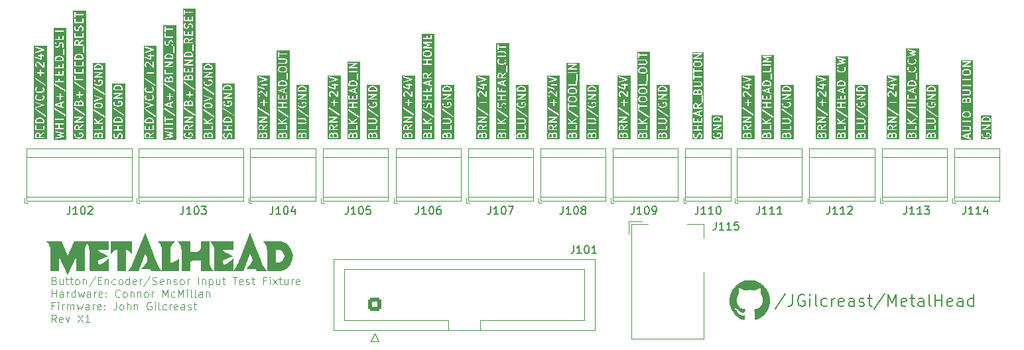
<source format=gbr>
%TF.GenerationSoftware,KiCad,Pcbnew,8.0.6*%
%TF.CreationDate,2025-01-03T23:12:35-08:00*%
%TF.ProjectId,MEP-MAXI-85V-1-REV-2-Sensor-Test-Jig,4d45502d-4d41-4584-992d-3835562d312d,X1*%
%TF.SameCoordinates,Original*%
%TF.FileFunction,Legend,Top*%
%TF.FilePolarity,Positive*%
%FSLAX46Y46*%
G04 Gerber Fmt 4.6, Leading zero omitted, Abs format (unit mm)*
G04 Created by KiCad (PCBNEW 8.0.6) date 2025-01-03 23:12:35*
%MOMM*%
%LPD*%
G01*
G04 APERTURE LIST*
G04 Aperture macros list*
%AMRoundRect*
0 Rectangle with rounded corners*
0 $1 Rounding radius*
0 $2 $3 $4 $5 $6 $7 $8 $9 X,Y pos of 4 corners*
0 Add a 4 corners polygon primitive as box body*
4,1,4,$2,$3,$4,$5,$6,$7,$8,$9,$2,$3,0*
0 Add four circle primitives for the rounded corners*
1,1,$1+$1,$2,$3*
1,1,$1+$1,$4,$5*
1,1,$1+$1,$6,$7*
1,1,$1+$1,$8,$9*
0 Add four rect primitives between the rounded corners*
20,1,$1+$1,$2,$3,$4,$5,0*
20,1,$1+$1,$4,$5,$6,$7,0*
20,1,$1+$1,$6,$7,$8,$9,0*
20,1,$1+$1,$8,$9,$2,$3,0*%
G04 Aperture macros list end*
%ADD10C,0.000000*%
%ADD11C,0.150000*%
%ADD12C,0.625000*%
%ADD13C,0.125000*%
%ADD14C,0.187500*%
%ADD15C,0.120000*%
%ADD16R,2.100000X2.100000*%
%ADD17C,2.100000*%
%ADD18C,0.800000*%
%ADD19C,6.400000*%
%ADD20R,4.400000X1.800000*%
%ADD21O,4.000000X1.800000*%
%ADD22O,1.800000X4.000000*%
%ADD23RoundRect,0.250000X0.600000X-0.600000X0.600000X0.600000X-0.600000X0.600000X-0.600000X-0.600000X0*%
%ADD24C,1.700000*%
G04 APERTURE END LIST*
D10*
G36*
X164573094Y-125468105D02*
G01*
X164704187Y-125478147D01*
X164833397Y-125494685D01*
X164960557Y-125517557D01*
X165085505Y-125546599D01*
X165208075Y-125581650D01*
X165328102Y-125622546D01*
X165445423Y-125669126D01*
X165559872Y-125721225D01*
X165671285Y-125778683D01*
X165779498Y-125841335D01*
X165884345Y-125909020D01*
X165985663Y-125981575D01*
X166083286Y-126058838D01*
X166177051Y-126140644D01*
X166266792Y-126226833D01*
X166352345Y-126317242D01*
X166433546Y-126411707D01*
X166510230Y-126510066D01*
X166582232Y-126612157D01*
X166649387Y-126717817D01*
X166711532Y-126826884D01*
X166768502Y-126939194D01*
X166820132Y-127054585D01*
X166866257Y-127172895D01*
X166906713Y-127293960D01*
X166941336Y-127417619D01*
X166969960Y-127543708D01*
X166992422Y-127672066D01*
X167008557Y-127802529D01*
X167018199Y-127934935D01*
X167021185Y-128069121D01*
X167019030Y-128176519D01*
X167012619Y-128282799D01*
X167002035Y-128387877D01*
X166987362Y-128491670D01*
X166968683Y-128594096D01*
X166946080Y-128695072D01*
X166919638Y-128794514D01*
X166889438Y-128892340D01*
X166855564Y-128988468D01*
X166818099Y-129082813D01*
X166777126Y-129175294D01*
X166732729Y-129265827D01*
X166684989Y-129354330D01*
X166633991Y-129440719D01*
X166579818Y-129524912D01*
X166522552Y-129606826D01*
X166462276Y-129686378D01*
X166399074Y-129763485D01*
X166333029Y-129838064D01*
X166264224Y-129910033D01*
X166192742Y-129979308D01*
X166118665Y-130045806D01*
X166042078Y-130109445D01*
X165963062Y-130170142D01*
X165881702Y-130227814D01*
X165798080Y-130282378D01*
X165712280Y-130333751D01*
X165624383Y-130381850D01*
X165534475Y-130426593D01*
X165442637Y-130467896D01*
X165348952Y-130505677D01*
X165253504Y-130539853D01*
X165241706Y-130541966D01*
X165230378Y-130543470D01*
X165219514Y-130544386D01*
X165209107Y-130544737D01*
X165199151Y-130544544D01*
X165189640Y-130543830D01*
X165180568Y-130542617D01*
X165171928Y-130540927D01*
X165163715Y-130538781D01*
X165155921Y-130536203D01*
X165148541Y-130533215D01*
X165141569Y-130529837D01*
X165134998Y-130526094D01*
X165128821Y-130522006D01*
X165123033Y-130517595D01*
X165117628Y-130512885D01*
X165112598Y-130507897D01*
X165107939Y-130502653D01*
X165103643Y-130497175D01*
X165099704Y-130491485D01*
X165096116Y-130485606D01*
X165092874Y-130479560D01*
X165089969Y-130473368D01*
X165087397Y-130467053D01*
X165085151Y-130460638D01*
X165083225Y-130454143D01*
X165081613Y-130447592D01*
X165080307Y-130441006D01*
X165078593Y-130427818D01*
X165078033Y-130414758D01*
X165082266Y-129699007D01*
X165082030Y-129676228D01*
X165081330Y-129653977D01*
X165078589Y-129611045D01*
X165074144Y-129570186D01*
X165068094Y-129531374D01*
X165060540Y-129494584D01*
X165051581Y-129459791D01*
X165041319Y-129426968D01*
X165029852Y-129396092D01*
X165017282Y-129367136D01*
X165003707Y-129340075D01*
X164989230Y-129314884D01*
X164973949Y-129291538D01*
X164957965Y-129270010D01*
X164941377Y-129250277D01*
X164924287Y-129232311D01*
X164906794Y-129216089D01*
X165015288Y-129201984D01*
X165123460Y-129183326D01*
X165230389Y-129159200D01*
X165335155Y-129128689D01*
X165436834Y-129090878D01*
X165534507Y-129044850D01*
X165581552Y-129018468D01*
X165627250Y-128989689D01*
X165671486Y-128958397D01*
X165714144Y-128924479D01*
X165755109Y-128887819D01*
X165794266Y-128848304D01*
X165831499Y-128805819D01*
X165866694Y-128760249D01*
X165899736Y-128711479D01*
X165930508Y-128659396D01*
X165958897Y-128603884D01*
X165984786Y-128544830D01*
X166008061Y-128482118D01*
X166028606Y-128415635D01*
X166046307Y-128345265D01*
X166061047Y-128270895D01*
X166072713Y-128192409D01*
X166081188Y-128109693D01*
X166086357Y-128022633D01*
X166088106Y-127931114D01*
X166086960Y-127878361D01*
X166083551Y-127826820D01*
X166077922Y-127776493D01*
X166070118Y-127727378D01*
X166060183Y-127679477D01*
X166048159Y-127632788D01*
X166034092Y-127587312D01*
X166018024Y-127543050D01*
X166000000Y-127500000D01*
X165980063Y-127458163D01*
X165958258Y-127417539D01*
X165934627Y-127378128D01*
X165909215Y-127339930D01*
X165882065Y-127302945D01*
X165853222Y-127267173D01*
X165822729Y-127232614D01*
X165834790Y-127199082D01*
X165849414Y-127147859D01*
X165856606Y-127116025D01*
X165863140Y-127080262D01*
X165868584Y-127040733D01*
X165872503Y-126997605D01*
X165874467Y-126951040D01*
X165874041Y-126901203D01*
X165870792Y-126848260D01*
X165864289Y-126792373D01*
X165854097Y-126733708D01*
X165839785Y-126672429D01*
X165820918Y-126608700D01*
X165797064Y-126542687D01*
X165786724Y-126540378D01*
X165755267Y-126537160D01*
X165731416Y-126536947D01*
X165702041Y-126538590D01*
X165667061Y-126542785D01*
X165626395Y-126550227D01*
X165579960Y-126561611D01*
X165527675Y-126577630D01*
X165469459Y-126598981D01*
X165405230Y-126626358D01*
X165334906Y-126660455D01*
X165258406Y-126701969D01*
X165175649Y-126751592D01*
X165086552Y-126810022D01*
X165008742Y-126790226D01*
X164929583Y-126772903D01*
X164849326Y-126758104D01*
X164768218Y-126745880D01*
X164686511Y-126736283D01*
X164604453Y-126729364D01*
X164522293Y-126725175D01*
X164440281Y-126723767D01*
X164358477Y-126725205D01*
X164276832Y-126729330D01*
X164195410Y-126736134D01*
X164114278Y-126745607D01*
X164033500Y-126757741D01*
X163953144Y-126772528D01*
X163873274Y-126789957D01*
X163793957Y-126810022D01*
X163748616Y-126779663D01*
X163704869Y-126751592D01*
X163662708Y-126725723D01*
X163622120Y-126701969D01*
X163583097Y-126680242D01*
X163545627Y-126660455D01*
X163509702Y-126642523D01*
X163475310Y-126626358D01*
X163442441Y-126611873D01*
X163411086Y-126598981D01*
X163381233Y-126587596D01*
X163352874Y-126577630D01*
X163325997Y-126568997D01*
X163300592Y-126561611D01*
X163276650Y-126555383D01*
X163254160Y-126550227D01*
X163233112Y-126546057D01*
X163213496Y-126542785D01*
X163195301Y-126540325D01*
X163178518Y-126538590D01*
X163163136Y-126537493D01*
X163149144Y-126536947D01*
X163125294Y-126537160D01*
X163106886Y-126538536D01*
X163093838Y-126540378D01*
X163083497Y-126542687D01*
X163070920Y-126575969D01*
X163059643Y-126608700D01*
X163049613Y-126640861D01*
X163040775Y-126672429D01*
X163033075Y-126703385D01*
X163026459Y-126733708D01*
X163020874Y-126763378D01*
X163016264Y-126792373D01*
X163012577Y-126820674D01*
X163009757Y-126848260D01*
X163007751Y-126875110D01*
X163006504Y-126901203D01*
X163006073Y-126951040D01*
X163008032Y-126997605D01*
X163011947Y-127040733D01*
X163017385Y-127080262D01*
X163023915Y-127116025D01*
X163031102Y-127147859D01*
X163038516Y-127175599D01*
X163045721Y-127199082D01*
X163057780Y-127232614D01*
X163027994Y-127267173D01*
X162999676Y-127302945D01*
X162972891Y-127339930D01*
X162947698Y-127378128D01*
X162924163Y-127417539D01*
X162902346Y-127458163D01*
X162882310Y-127500000D01*
X162864118Y-127543050D01*
X162847833Y-127587312D01*
X162833516Y-127632788D01*
X162821230Y-127679477D01*
X162811038Y-127727378D01*
X162803002Y-127776493D01*
X162797185Y-127826820D01*
X162793648Y-127878361D01*
X162792456Y-127931114D01*
X162794204Y-128022645D01*
X162799373Y-128109741D01*
X162807846Y-128192513D01*
X162819506Y-128271073D01*
X162834239Y-128345533D01*
X162851927Y-128416007D01*
X162872456Y-128482605D01*
X162895709Y-128545440D01*
X162921570Y-128604624D01*
X162949923Y-128660270D01*
X162980652Y-128712489D01*
X163013641Y-128761393D01*
X163048775Y-128807094D01*
X163085937Y-128849706D01*
X163125011Y-128889339D01*
X163165882Y-128926106D01*
X163208433Y-128960119D01*
X163252549Y-128991491D01*
X163298112Y-129020332D01*
X163345009Y-129046757D01*
X163393121Y-129070875D01*
X163442335Y-129092801D01*
X163543599Y-129130520D01*
X163647873Y-129160811D01*
X163754230Y-129184572D01*
X163861742Y-129202699D01*
X163969481Y-129216089D01*
X163955899Y-129228820D01*
X163942478Y-129242764D01*
X163929283Y-129257921D01*
X163916375Y-129274291D01*
X163903818Y-129291874D01*
X163891675Y-129310670D01*
X163880008Y-129330678D01*
X163868880Y-129351900D01*
X163858354Y-129374335D01*
X163848494Y-129397982D01*
X163839361Y-129422843D01*
X163831019Y-129448916D01*
X163823530Y-129476202D01*
X163816958Y-129504702D01*
X163811366Y-129534414D01*
X163806815Y-129565339D01*
X163776207Y-129578648D01*
X163740915Y-129592157D01*
X163701473Y-129605059D01*
X163658414Y-129616546D01*
X163612270Y-129625809D01*
X163563574Y-129632040D01*
X163512860Y-129634431D01*
X163486913Y-129633934D01*
X163460661Y-129632173D01*
X163434171Y-129629048D01*
X163407509Y-129624458D01*
X163380742Y-129618302D01*
X163353938Y-129610478D01*
X163327161Y-129600886D01*
X163300480Y-129589424D01*
X163273960Y-129575992D01*
X163247668Y-129560488D01*
X163221671Y-129542811D01*
X163196036Y-129522861D01*
X163170829Y-129500537D01*
X163146116Y-129475736D01*
X163121965Y-129448359D01*
X163098442Y-129418304D01*
X163075614Y-129385471D01*
X163053547Y-129349757D01*
X163047150Y-129338978D01*
X163028061Y-129310412D01*
X163013804Y-129291228D01*
X162996430Y-129269719D01*
X162975959Y-129246594D01*
X162952410Y-129222558D01*
X162925800Y-129198321D01*
X162896150Y-129174589D01*
X162863479Y-129152070D01*
X162846016Y-129141486D01*
X162827804Y-129131471D01*
X162808847Y-129122112D01*
X162789145Y-129113499D01*
X162768703Y-129105719D01*
X162747522Y-129098862D01*
X162725604Y-129093015D01*
X162702952Y-129088267D01*
X162679568Y-129084707D01*
X162655454Y-129082422D01*
X162645064Y-129082734D01*
X162619676Y-129084915D01*
X162604070Y-129087291D01*
X162587968Y-129090835D01*
X162572456Y-129095782D01*
X162565259Y-129098854D01*
X162558617Y-129102365D01*
X162552664Y-129106343D01*
X162547536Y-129110817D01*
X162543369Y-129115818D01*
X162540299Y-129121373D01*
X162538460Y-129127513D01*
X162537988Y-129134266D01*
X162539020Y-129141662D01*
X162541690Y-129149729D01*
X162546135Y-129158498D01*
X162552489Y-129167997D01*
X162560888Y-129178256D01*
X162571468Y-129189304D01*
X162584365Y-129201169D01*
X162599714Y-129213882D01*
X162617650Y-129227471D01*
X162638309Y-129241966D01*
X162645893Y-129245888D01*
X162666871Y-129258803D01*
X162681552Y-129269169D01*
X162698585Y-129282428D01*
X162717637Y-129298794D01*
X162738375Y-129318483D01*
X162760468Y-129341709D01*
X162783582Y-129368686D01*
X162807386Y-129399631D01*
X162831548Y-129434757D01*
X162855734Y-129474280D01*
X162879613Y-129518415D01*
X162902851Y-129567376D01*
X162925118Y-129621378D01*
X162932957Y-129641086D01*
X162943678Y-129663334D01*
X162959753Y-129691721D01*
X162981797Y-129724656D01*
X163010424Y-129760547D01*
X163046249Y-129797803D01*
X163089887Y-129834830D01*
X163114828Y-129852762D01*
X163141952Y-129870039D01*
X163171337Y-129886463D01*
X163203059Y-129901836D01*
X163237196Y-129915958D01*
X163273824Y-129928630D01*
X163313019Y-129939654D01*
X163354859Y-129948829D01*
X163399421Y-129955958D01*
X163446781Y-129960842D01*
X163497016Y-129963280D01*
X163550203Y-129963076D01*
X163606419Y-129960028D01*
X163665741Y-129953939D01*
X163728246Y-129944609D01*
X163794009Y-129931840D01*
X163794671Y-130089784D01*
X163796126Y-130231547D01*
X163798243Y-130414810D01*
X163797683Y-130427861D01*
X163795971Y-130441041D01*
X163793055Y-130454171D01*
X163788886Y-130467074D01*
X163786315Y-130473386D01*
X163783413Y-130479575D01*
X163780172Y-130485618D01*
X163776586Y-130491495D01*
X163772648Y-130497182D01*
X163768354Y-130502657D01*
X163763696Y-130507899D01*
X163758668Y-130512885D01*
X163753263Y-130517592D01*
X163747477Y-130522000D01*
X163741301Y-130526086D01*
X163734730Y-130529827D01*
X163727758Y-130533201D01*
X163720378Y-130536187D01*
X163712584Y-130538763D01*
X163704369Y-130540905D01*
X163695729Y-130542592D01*
X163686655Y-130543802D01*
X163677142Y-130544512D01*
X163667184Y-130544701D01*
X163656774Y-130544346D01*
X163645906Y-130543426D01*
X163634574Y-130541918D01*
X163622771Y-130539799D01*
X163433639Y-130467861D01*
X163251892Y-130381830D01*
X163078195Y-130282369D01*
X162913213Y-130170142D01*
X162757610Y-130045812D01*
X162612051Y-129910043D01*
X162477201Y-129763497D01*
X162353724Y-129606839D01*
X162242284Y-129440732D01*
X162143547Y-129265838D01*
X162058176Y-129082822D01*
X161986838Y-128892347D01*
X161930195Y-128695076D01*
X161888913Y-128491672D01*
X161863657Y-128282799D01*
X161857245Y-128176519D01*
X161855090Y-128069120D01*
X161858449Y-127934935D01*
X161868417Y-127802529D01*
X161884835Y-127672066D01*
X161907539Y-127543708D01*
X161936369Y-127417619D01*
X161971162Y-127293960D01*
X162011759Y-127172894D01*
X162057996Y-127054585D01*
X162109714Y-126939194D01*
X162166750Y-126826884D01*
X162228942Y-126717817D01*
X162296130Y-126612157D01*
X162368152Y-126510066D01*
X162444846Y-126411707D01*
X162526052Y-126317242D01*
X162611607Y-126226833D01*
X162701350Y-126140644D01*
X162795119Y-126058838D01*
X162892754Y-125981575D01*
X162994093Y-125909020D01*
X163098974Y-125841335D01*
X163207236Y-125778683D01*
X163318717Y-125721225D01*
X163433256Y-125669126D01*
X163550692Y-125622546D01*
X163670862Y-125581650D01*
X163793607Y-125546599D01*
X163918763Y-125517557D01*
X164046170Y-125494685D01*
X164175666Y-125478147D01*
X164307090Y-125468105D01*
X164440281Y-125464721D01*
X164573094Y-125468105D01*
G37*
D11*
G36*
X132626344Y-106838669D02*
G01*
X132656751Y-106869076D01*
X132691009Y-106937592D01*
X132691009Y-107178220D01*
X132364819Y-107178220D01*
X132364819Y-106937592D01*
X132399077Y-106869076D01*
X132429484Y-106838669D01*
X132498000Y-106804411D01*
X132557828Y-106804411D01*
X132626344Y-106838669D01*
G37*
G36*
X133150153Y-106791050D02*
G01*
X133180561Y-106821457D01*
X133214819Y-106889973D01*
X133214819Y-107178220D01*
X132841009Y-107178220D01*
X132841009Y-106932057D01*
X132879180Y-106817543D01*
X132905674Y-106791050D01*
X132974190Y-106756792D01*
X133081637Y-106756792D01*
X133150153Y-106791050D01*
G37*
G36*
X132929104Y-100434877D02*
G01*
X132526989Y-100300839D01*
X132929104Y-100166800D01*
X132929104Y-100434877D01*
G37*
G36*
X132673963Y-99172002D02*
G01*
X132704370Y-99202409D01*
X132738628Y-99270925D01*
X132738628Y-99559172D01*
X132364819Y-99559172D01*
X132364819Y-99270925D01*
X132399077Y-99202409D01*
X132429484Y-99172002D01*
X132498000Y-99137744D01*
X132605447Y-99137744D01*
X132673963Y-99172002D01*
G37*
G36*
X133714025Y-107439331D02*
G01*
X132056089Y-107439331D01*
X132056089Y-106919887D01*
X132214819Y-106919887D01*
X132214819Y-107253220D01*
X132216260Y-107267852D01*
X132227459Y-107294888D01*
X132248151Y-107315580D01*
X132275187Y-107326779D01*
X132289819Y-107328220D01*
X133289819Y-107328220D01*
X133304451Y-107326779D01*
X133331487Y-107315580D01*
X133352179Y-107294888D01*
X133363378Y-107267852D01*
X133364819Y-107253220D01*
X133364819Y-106872268D01*
X133363378Y-106857636D01*
X133362347Y-106855147D01*
X133362156Y-106852458D01*
X133356901Y-106838727D01*
X133309282Y-106743489D01*
X133305317Y-106737189D01*
X133304560Y-106735362D01*
X133302872Y-106733305D01*
X133301450Y-106731046D01*
X133299950Y-106729745D01*
X133295232Y-106723996D01*
X133247612Y-106676377D01*
X133241863Y-106671659D01*
X133240564Y-106670161D01*
X133238305Y-106668739D01*
X133236247Y-106667050D01*
X133234417Y-106666292D01*
X133228121Y-106662329D01*
X133132883Y-106614710D01*
X133119151Y-106609455D01*
X133116463Y-106609264D01*
X133113974Y-106608233D01*
X133099342Y-106606792D01*
X132956485Y-106606792D01*
X132941853Y-106608233D01*
X132939364Y-106609263D01*
X132936675Y-106609455D01*
X132922944Y-106614710D01*
X132827706Y-106662329D01*
X132821406Y-106666293D01*
X132819579Y-106667051D01*
X132817522Y-106668739D01*
X132815263Y-106670161D01*
X132813963Y-106671659D01*
X132808214Y-106676378D01*
X132760595Y-106723997D01*
X132751268Y-106735362D01*
X132750236Y-106737852D01*
X132748471Y-106739888D01*
X132745762Y-106745955D01*
X132723804Y-106723997D01*
X132718054Y-106719278D01*
X132716755Y-106717780D01*
X132714495Y-106716358D01*
X132712439Y-106714670D01*
X132710611Y-106713912D01*
X132704312Y-106709948D01*
X132609074Y-106662329D01*
X132595342Y-106657074D01*
X132592654Y-106656883D01*
X132590165Y-106655852D01*
X132575533Y-106654411D01*
X132480295Y-106654411D01*
X132465663Y-106655852D01*
X132463174Y-106656882D01*
X132460485Y-106657074D01*
X132446754Y-106662329D01*
X132351516Y-106709948D01*
X132345216Y-106713912D01*
X132343389Y-106714670D01*
X132341332Y-106716358D01*
X132339073Y-106717780D01*
X132337773Y-106719278D01*
X132332024Y-106723997D01*
X132284405Y-106771616D01*
X132279686Y-106777365D01*
X132278188Y-106778665D01*
X132276766Y-106780924D01*
X132275078Y-106782981D01*
X132274320Y-106784808D01*
X132270356Y-106791108D01*
X132222737Y-106886346D01*
X132217482Y-106900078D01*
X132217291Y-106902765D01*
X132216260Y-106905255D01*
X132214819Y-106919887D01*
X132056089Y-106919887D01*
X132056089Y-106238588D01*
X132216260Y-106238588D01*
X132216260Y-106267852D01*
X132227459Y-106294888D01*
X132248151Y-106315580D01*
X132275187Y-106326779D01*
X132289819Y-106328220D01*
X133289819Y-106328220D01*
X133304451Y-106326779D01*
X133331487Y-106315580D01*
X133352179Y-106294888D01*
X133363378Y-106267852D01*
X133364819Y-106253220D01*
X133364819Y-105777030D01*
X133363378Y-105762398D01*
X133352179Y-105735362D01*
X133331487Y-105714670D01*
X133304451Y-105703471D01*
X133275187Y-105703471D01*
X133248151Y-105714670D01*
X133227459Y-105735362D01*
X133216260Y-105762398D01*
X133214819Y-105777030D01*
X133214819Y-106178220D01*
X132289819Y-106178220D01*
X132275187Y-106179661D01*
X132248151Y-106190860D01*
X132227459Y-106211552D01*
X132216260Y-106238588D01*
X132056089Y-106238588D01*
X132056089Y-104857637D01*
X132216260Y-104857637D01*
X132216260Y-104886899D01*
X132227459Y-104913936D01*
X132236786Y-104925301D01*
X132680181Y-105368696D01*
X132289819Y-105368696D01*
X132275187Y-105370137D01*
X132248151Y-105381336D01*
X132227459Y-105402028D01*
X132216260Y-105429064D01*
X132216260Y-105458328D01*
X132227459Y-105485364D01*
X132248151Y-105506056D01*
X132275187Y-105517255D01*
X132289819Y-105518696D01*
X133289819Y-105518696D01*
X133304451Y-105517255D01*
X133331487Y-105506056D01*
X133352179Y-105485364D01*
X133363378Y-105458328D01*
X133363378Y-105429064D01*
X133352179Y-105402028D01*
X133331487Y-105381336D01*
X133304451Y-105370137D01*
X133289819Y-105368696D01*
X132892313Y-105368696D01*
X132832570Y-105308953D01*
X133334819Y-104932268D01*
X133345660Y-104922336D01*
X133360570Y-104897155D01*
X133364708Y-104868186D01*
X133357446Y-104839838D01*
X133339887Y-104816427D01*
X133314706Y-104801518D01*
X133285738Y-104797379D01*
X133257389Y-104804641D01*
X133244819Y-104812268D01*
X132725427Y-105201810D01*
X132342852Y-104819235D01*
X132331487Y-104809908D01*
X132304450Y-104798709D01*
X132275188Y-104798709D01*
X132248151Y-104809908D01*
X132227459Y-104830600D01*
X132216260Y-104857637D01*
X132056089Y-104857637D01*
X132056089Y-103729490D01*
X132167200Y-103729490D01*
X132172939Y-103758184D01*
X132189222Y-103782499D01*
X132200598Y-103791815D01*
X133486312Y-104648957D01*
X133499286Y-104655874D01*
X133527993Y-104661553D01*
X133556688Y-104655814D01*
X133581003Y-104639531D01*
X133597236Y-104615182D01*
X133602914Y-104586474D01*
X133597175Y-104557780D01*
X133580892Y-104533465D01*
X133569517Y-104524149D01*
X132283802Y-103667007D01*
X132270829Y-103660090D01*
X132242121Y-103654411D01*
X132213427Y-103660150D01*
X132189112Y-103676433D01*
X132172879Y-103700782D01*
X132167200Y-103729490D01*
X132056089Y-103729490D01*
X132056089Y-103015125D01*
X132214819Y-103015125D01*
X132214819Y-103253220D01*
X132216260Y-103267852D01*
X132217291Y-103270341D01*
X132217482Y-103273029D01*
X132222737Y-103286761D01*
X132270356Y-103381999D01*
X132274320Y-103388298D01*
X132275078Y-103390126D01*
X132276766Y-103392182D01*
X132278188Y-103394442D01*
X132279686Y-103395741D01*
X132284405Y-103401491D01*
X132332024Y-103449110D01*
X132337773Y-103453828D01*
X132339073Y-103455327D01*
X132341332Y-103456748D01*
X132343389Y-103458437D01*
X132345216Y-103459194D01*
X132351516Y-103463159D01*
X132446754Y-103510778D01*
X132460485Y-103516033D01*
X132463174Y-103516224D01*
X132465663Y-103517255D01*
X132480295Y-103518696D01*
X132575533Y-103518696D01*
X132590165Y-103517255D01*
X132592654Y-103516223D01*
X132595342Y-103516033D01*
X132609074Y-103510778D01*
X132704312Y-103463159D01*
X132710611Y-103459194D01*
X132712439Y-103458437D01*
X132714495Y-103456748D01*
X132716755Y-103455327D01*
X132718054Y-103453828D01*
X132723804Y-103449110D01*
X132771423Y-103401491D01*
X132776141Y-103395741D01*
X132777640Y-103394442D01*
X132779061Y-103392182D01*
X132780750Y-103390126D01*
X132781507Y-103388298D01*
X132785472Y-103381999D01*
X132833091Y-103286761D01*
X132833500Y-103285691D01*
X132833823Y-103285256D01*
X132836015Y-103279119D01*
X132838346Y-103273030D01*
X132838384Y-103272489D01*
X132838770Y-103271410D01*
X132884392Y-103088920D01*
X132922886Y-103011933D01*
X132953293Y-102981526D01*
X133021809Y-102947268D01*
X133081637Y-102947268D01*
X133150153Y-102981526D01*
X133180561Y-103011933D01*
X133214819Y-103080449D01*
X133214819Y-103288669D01*
X133171049Y-103419979D01*
X133167789Y-103434316D01*
X133169864Y-103463506D01*
X133182950Y-103489679D01*
X133205057Y-103508853D01*
X133232820Y-103518107D01*
X133262010Y-103516032D01*
X133288183Y-103502946D01*
X133307357Y-103480839D01*
X133313351Y-103467413D01*
X133360970Y-103324557D01*
X133362619Y-103317301D01*
X133363378Y-103315471D01*
X133363639Y-103312817D01*
X133364230Y-103310220D01*
X133364089Y-103308245D01*
X133364819Y-103300839D01*
X133364819Y-103062744D01*
X133363378Y-103048112D01*
X133362347Y-103045623D01*
X133362156Y-103042934D01*
X133356901Y-103029203D01*
X133309282Y-102933965D01*
X133305317Y-102927665D01*
X133304560Y-102925838D01*
X133302872Y-102923781D01*
X133301450Y-102921522D01*
X133299950Y-102920221D01*
X133295232Y-102914472D01*
X133247612Y-102866853D01*
X133241863Y-102862135D01*
X133240564Y-102860637D01*
X133238305Y-102859215D01*
X133236247Y-102857526D01*
X133234417Y-102856768D01*
X133228121Y-102852805D01*
X133132883Y-102805186D01*
X133119151Y-102799931D01*
X133116463Y-102799740D01*
X133113974Y-102798709D01*
X133099342Y-102797268D01*
X133004104Y-102797268D01*
X132989472Y-102798709D01*
X132986983Y-102799739D01*
X132984294Y-102799931D01*
X132970563Y-102805186D01*
X132875325Y-102852805D01*
X132869025Y-102856769D01*
X132867198Y-102857527D01*
X132865141Y-102859215D01*
X132862882Y-102860637D01*
X132861582Y-102862135D01*
X132855833Y-102866854D01*
X132808214Y-102914473D01*
X132803495Y-102920222D01*
X132801997Y-102921522D01*
X132800575Y-102923781D01*
X132798887Y-102925838D01*
X132798129Y-102927665D01*
X132794165Y-102933965D01*
X132746546Y-103029203D01*
X132746136Y-103030272D01*
X132745814Y-103030708D01*
X132743618Y-103036853D01*
X132741291Y-103042935D01*
X132741252Y-103043474D01*
X132740867Y-103044554D01*
X132695244Y-103227044D01*
X132656751Y-103304031D01*
X132626344Y-103334438D01*
X132557828Y-103368696D01*
X132498000Y-103368696D01*
X132429484Y-103334438D01*
X132399077Y-103304031D01*
X132364819Y-103235515D01*
X132364819Y-103027295D01*
X132408589Y-102895986D01*
X132411849Y-102881649D01*
X132409774Y-102852459D01*
X132396688Y-102826285D01*
X132374580Y-102807111D01*
X132346818Y-102797857D01*
X132317628Y-102799932D01*
X132291455Y-102813019D01*
X132272281Y-102835126D01*
X132266287Y-102848551D01*
X132218668Y-102991408D01*
X132217018Y-102998661D01*
X132216260Y-103000493D01*
X132215998Y-103003147D01*
X132215408Y-103005745D01*
X132215548Y-103007719D01*
X132214819Y-103015125D01*
X132056089Y-103015125D01*
X132056089Y-101857636D01*
X132216260Y-101857636D01*
X132216260Y-101886900D01*
X132227459Y-101913936D01*
X132248151Y-101934628D01*
X132275187Y-101945827D01*
X132289819Y-101947268D01*
X132691009Y-101947268D01*
X132691009Y-102368696D01*
X132289819Y-102368696D01*
X132275187Y-102370137D01*
X132248151Y-102381336D01*
X132227459Y-102402028D01*
X132216260Y-102429064D01*
X132216260Y-102458328D01*
X132227459Y-102485364D01*
X132248151Y-102506056D01*
X132275187Y-102517255D01*
X132289819Y-102518696D01*
X133289819Y-102518696D01*
X133304451Y-102517255D01*
X133331487Y-102506056D01*
X133352179Y-102485364D01*
X133363378Y-102458328D01*
X133363378Y-102429064D01*
X133352179Y-102402028D01*
X133331487Y-102381336D01*
X133304451Y-102370137D01*
X133289819Y-102368696D01*
X132841009Y-102368696D01*
X132841009Y-101947268D01*
X133289819Y-101947268D01*
X133304451Y-101945827D01*
X133331487Y-101934628D01*
X133352179Y-101913936D01*
X133363378Y-101886900D01*
X133363378Y-101857636D01*
X133352179Y-101830600D01*
X133331487Y-101809908D01*
X133304451Y-101798709D01*
X133289819Y-101797268D01*
X132289819Y-101797268D01*
X132275187Y-101798709D01*
X132248151Y-101809908D01*
X132227459Y-101830600D01*
X132216260Y-101857636D01*
X132056089Y-101857636D01*
X132056089Y-100919887D01*
X132214819Y-100919887D01*
X132214819Y-101396077D01*
X132216260Y-101410709D01*
X132227459Y-101437745D01*
X132248151Y-101458437D01*
X132275187Y-101469636D01*
X132289819Y-101471077D01*
X133289819Y-101471077D01*
X133304451Y-101469636D01*
X133331487Y-101458437D01*
X133352179Y-101437745D01*
X133363378Y-101410709D01*
X133364819Y-101396077D01*
X133364819Y-100919887D01*
X133363378Y-100905255D01*
X133352179Y-100878219D01*
X133331487Y-100857527D01*
X133304451Y-100846328D01*
X133275187Y-100846328D01*
X133248151Y-100857527D01*
X133227459Y-100878219D01*
X133216260Y-100905255D01*
X133214819Y-100919887D01*
X133214819Y-101321077D01*
X132841009Y-101321077D01*
X132841009Y-101062744D01*
X132839568Y-101048112D01*
X132828369Y-101021076D01*
X132807677Y-101000384D01*
X132780641Y-100989185D01*
X132751377Y-100989185D01*
X132724341Y-101000384D01*
X132703649Y-101021076D01*
X132692450Y-101048112D01*
X132691009Y-101062744D01*
X132691009Y-101321077D01*
X132364819Y-101321077D01*
X132364819Y-100919887D01*
X132363378Y-100905255D01*
X132352179Y-100878219D01*
X132331487Y-100857527D01*
X132304451Y-100846328D01*
X132275187Y-100846328D01*
X132248151Y-100857527D01*
X132227459Y-100878219D01*
X132216260Y-100905255D01*
X132214819Y-100919887D01*
X132056089Y-100919887D01*
X132056089Y-100291459D01*
X132215408Y-100291459D01*
X132216074Y-100300839D01*
X132215408Y-100310219D01*
X132217103Y-100315304D01*
X132217483Y-100320649D01*
X132221687Y-100329058D01*
X132224662Y-100337982D01*
X132228173Y-100342030D01*
X132230569Y-100346822D01*
X132237673Y-100352984D01*
X132243836Y-100360089D01*
X132248627Y-100362484D01*
X132252676Y-100365996D01*
X132266102Y-100371990D01*
X133266102Y-100705323D01*
X133280438Y-100708583D01*
X133309628Y-100706508D01*
X133335802Y-100693422D01*
X133354976Y-100671314D01*
X133364230Y-100643552D01*
X133362155Y-100614362D01*
X133349068Y-100588189D01*
X133326961Y-100569015D01*
X133313536Y-100563021D01*
X133079104Y-100484877D01*
X133079104Y-100116800D01*
X133313536Y-100038657D01*
X133326961Y-100032663D01*
X133349068Y-100013489D01*
X133362155Y-99987316D01*
X133364230Y-99958126D01*
X133354976Y-99930364D01*
X133335802Y-99908256D01*
X133309628Y-99895170D01*
X133280438Y-99893095D01*
X133266102Y-99896355D01*
X132266102Y-100229688D01*
X132252676Y-100235682D01*
X132248627Y-100239193D01*
X132243836Y-100241589D01*
X132237673Y-100248693D01*
X132230569Y-100254856D01*
X132228173Y-100259647D01*
X132224662Y-100263696D01*
X132221687Y-100272619D01*
X132217483Y-100281029D01*
X132217103Y-100286373D01*
X132215408Y-100291459D01*
X132056089Y-100291459D01*
X132056089Y-99253220D01*
X132214819Y-99253220D01*
X132214819Y-99634172D01*
X132216260Y-99648804D01*
X132227459Y-99675840D01*
X132248151Y-99696532D01*
X132275187Y-99707731D01*
X132289819Y-99709172D01*
X133289819Y-99709172D01*
X133304451Y-99707731D01*
X133331487Y-99696532D01*
X133352179Y-99675840D01*
X133363378Y-99648804D01*
X133363378Y-99619540D01*
X133352179Y-99592504D01*
X133331487Y-99571812D01*
X133304451Y-99560613D01*
X133289819Y-99559172D01*
X132888628Y-99559172D01*
X132888628Y-99435126D01*
X133332829Y-99124186D01*
X133343989Y-99114615D01*
X133359716Y-99089936D01*
X133364802Y-99061119D01*
X133358472Y-99032548D01*
X133341690Y-99008574D01*
X133317012Y-98992847D01*
X133288194Y-98987762D01*
X133259623Y-98994091D01*
X133246810Y-99001301D01*
X132888518Y-99252104D01*
X132887187Y-99238588D01*
X132886156Y-99236099D01*
X132885965Y-99233410D01*
X132880710Y-99219679D01*
X132833091Y-99124441D01*
X132829126Y-99118141D01*
X132828369Y-99116314D01*
X132826680Y-99114257D01*
X132825259Y-99111998D01*
X132823760Y-99110698D01*
X132819042Y-99104949D01*
X132771423Y-99057330D01*
X132765673Y-99052611D01*
X132764374Y-99051113D01*
X132762114Y-99049691D01*
X132760058Y-99048003D01*
X132758230Y-99047245D01*
X132751931Y-99043281D01*
X132656693Y-98995662D01*
X132642961Y-98990407D01*
X132640273Y-98990216D01*
X132637784Y-98989185D01*
X132623152Y-98987744D01*
X132480295Y-98987744D01*
X132465663Y-98989185D01*
X132463174Y-98990215D01*
X132460485Y-98990407D01*
X132446754Y-98995662D01*
X132351516Y-99043281D01*
X132345216Y-99047245D01*
X132343389Y-99048003D01*
X132341332Y-99049691D01*
X132339073Y-99051113D01*
X132337773Y-99052611D01*
X132332024Y-99057330D01*
X132284405Y-99104949D01*
X132279686Y-99110698D01*
X132278188Y-99111998D01*
X132276766Y-99114257D01*
X132275078Y-99116314D01*
X132274320Y-99118141D01*
X132270356Y-99124441D01*
X132222737Y-99219679D01*
X132217482Y-99233411D01*
X132217291Y-99236098D01*
X132216260Y-99238588D01*
X132214819Y-99253220D01*
X132056089Y-99253220D01*
X132056089Y-98110363D01*
X133310057Y-98110363D01*
X133310057Y-98872268D01*
X133311498Y-98886900D01*
X133322697Y-98913936D01*
X133343389Y-98934628D01*
X133370425Y-98945827D01*
X133399689Y-98945827D01*
X133426725Y-98934628D01*
X133447417Y-98913936D01*
X133458616Y-98886900D01*
X133460057Y-98872268D01*
X133460057Y-98110363D01*
X133458616Y-98095731D01*
X133447417Y-98068695D01*
X133426725Y-98048003D01*
X133399689Y-98036804D01*
X133370425Y-98036804D01*
X133343389Y-98048003D01*
X133322697Y-98068695D01*
X133311498Y-98095731D01*
X133310057Y-98110363D01*
X132056089Y-98110363D01*
X132056089Y-97491315D01*
X132214819Y-97491315D01*
X132214819Y-97586553D01*
X132215548Y-97593958D01*
X132215408Y-97595933D01*
X132215998Y-97598530D01*
X132216260Y-97601185D01*
X132217018Y-97603016D01*
X132218668Y-97610270D01*
X132266287Y-97753127D01*
X132272281Y-97766552D01*
X132274046Y-97768587D01*
X132275078Y-97771078D01*
X132284405Y-97782443D01*
X132379643Y-97877681D01*
X132385393Y-97882401D01*
X132386692Y-97883898D01*
X132388946Y-97885317D01*
X132391008Y-97887009D01*
X132392840Y-97887767D01*
X132399135Y-97891730D01*
X132494373Y-97939349D01*
X132495442Y-97939758D01*
X132495878Y-97940081D01*
X132502014Y-97942273D01*
X132508104Y-97944604D01*
X132508644Y-97944642D01*
X132509724Y-97945028D01*
X132700200Y-97992647D01*
X132702736Y-97993022D01*
X132703758Y-97993445D01*
X132709270Y-97993987D01*
X132714744Y-97994797D01*
X132715836Y-97994634D01*
X132718390Y-97994886D01*
X132861247Y-97994886D01*
X132863800Y-97994634D01*
X132864893Y-97994797D01*
X132870366Y-97993987D01*
X132875879Y-97993445D01*
X132876900Y-97993022D01*
X132879437Y-97992647D01*
X133069913Y-97945028D01*
X133070992Y-97944642D01*
X133071532Y-97944604D01*
X133077613Y-97942276D01*
X133083759Y-97940081D01*
X133084194Y-97939758D01*
X133085264Y-97939349D01*
X133180502Y-97891730D01*
X133186798Y-97887766D01*
X133188628Y-97887009D01*
X133190686Y-97885319D01*
X133192945Y-97883898D01*
X133194244Y-97882399D01*
X133199994Y-97877681D01*
X133295233Y-97782443D01*
X133304561Y-97771078D01*
X133305592Y-97768587D01*
X133307357Y-97766553D01*
X133313351Y-97753127D01*
X133360970Y-97610271D01*
X133362619Y-97603015D01*
X133363378Y-97601185D01*
X133363639Y-97598531D01*
X133364230Y-97595934D01*
X133364089Y-97593959D01*
X133364819Y-97586553D01*
X133364819Y-97491315D01*
X133364089Y-97483908D01*
X133364230Y-97481934D01*
X133363639Y-97479336D01*
X133363378Y-97476683D01*
X133362619Y-97474852D01*
X133360970Y-97467597D01*
X133313351Y-97324741D01*
X133307357Y-97311315D01*
X133305590Y-97309278D01*
X133304560Y-97306790D01*
X133295232Y-97295424D01*
X133247612Y-97247805D01*
X133236247Y-97238478D01*
X133209211Y-97227280D01*
X133179948Y-97227280D01*
X133152912Y-97238479D01*
X133132219Y-97259172D01*
X133121021Y-97286208D01*
X133121021Y-97315471D01*
X133132220Y-97342507D01*
X133141548Y-97353873D01*
X133176648Y-97388972D01*
X133214819Y-97503485D01*
X133214819Y-97574383D01*
X133176648Y-97688895D01*
X133102534Y-97763008D01*
X133025547Y-97801502D01*
X132852013Y-97844886D01*
X132727624Y-97844886D01*
X132554090Y-97801502D01*
X132477103Y-97763009D01*
X132402990Y-97688896D01*
X132364819Y-97574382D01*
X132364819Y-97503485D01*
X132402990Y-97388971D01*
X132438090Y-97353872D01*
X132447417Y-97342507D01*
X132458616Y-97315471D01*
X132458616Y-97286208D01*
X132447417Y-97259172D01*
X132426724Y-97238479D01*
X132399688Y-97227280D01*
X132370425Y-97227280D01*
X132343389Y-97238479D01*
X132332024Y-97247806D01*
X132284405Y-97295425D01*
X132275078Y-97306790D01*
X132274046Y-97309280D01*
X132272281Y-97311316D01*
X132266287Y-97324741D01*
X132218668Y-97467598D01*
X132217018Y-97474851D01*
X132216260Y-97476683D01*
X132215998Y-97479337D01*
X132215408Y-97481935D01*
X132215548Y-97483909D01*
X132214819Y-97491315D01*
X132056089Y-97491315D01*
X132056089Y-96286207D01*
X132216260Y-96286207D01*
X132216260Y-96315471D01*
X132227459Y-96342507D01*
X132248151Y-96363199D01*
X132275187Y-96374398D01*
X132289819Y-96375839D01*
X133081637Y-96375839D01*
X133150153Y-96410097D01*
X133180561Y-96440504D01*
X133214819Y-96509020D01*
X133214819Y-96664086D01*
X133180561Y-96732601D01*
X133150153Y-96763008D01*
X133081637Y-96797267D01*
X132289819Y-96797267D01*
X132275187Y-96798708D01*
X132248151Y-96809907D01*
X132227459Y-96830599D01*
X132216260Y-96857635D01*
X132216260Y-96886899D01*
X132227459Y-96913935D01*
X132248151Y-96934627D01*
X132275187Y-96945826D01*
X132289819Y-96947267D01*
X133099342Y-96947267D01*
X133113974Y-96945826D01*
X133116463Y-96944794D01*
X133119151Y-96944604D01*
X133132883Y-96939349D01*
X133228121Y-96891730D01*
X133234417Y-96887766D01*
X133236247Y-96887009D01*
X133238305Y-96885319D01*
X133240564Y-96883898D01*
X133241863Y-96882399D01*
X133247612Y-96877682D01*
X133295232Y-96830063D01*
X133299950Y-96824313D01*
X133301450Y-96823013D01*
X133302872Y-96820753D01*
X133304560Y-96818697D01*
X133305317Y-96816869D01*
X133309282Y-96810570D01*
X133356901Y-96715332D01*
X133362156Y-96701601D01*
X133362347Y-96698911D01*
X133363378Y-96696423D01*
X133364819Y-96681791D01*
X133364819Y-96491315D01*
X133363378Y-96476683D01*
X133362347Y-96474194D01*
X133362156Y-96471505D01*
X133356901Y-96457774D01*
X133309282Y-96362536D01*
X133305317Y-96356236D01*
X133304560Y-96354409D01*
X133302872Y-96352352D01*
X133301450Y-96350093D01*
X133299950Y-96348792D01*
X133295232Y-96343043D01*
X133247612Y-96295424D01*
X133241863Y-96290706D01*
X133240564Y-96289208D01*
X133238305Y-96287786D01*
X133236247Y-96286097D01*
X133234417Y-96285339D01*
X133228121Y-96281376D01*
X133132883Y-96233757D01*
X133119151Y-96228502D01*
X133116463Y-96228311D01*
X133113974Y-96227280D01*
X133099342Y-96225839D01*
X132289819Y-96225839D01*
X132275187Y-96227280D01*
X132248151Y-96238479D01*
X132227459Y-96259171D01*
X132216260Y-96286207D01*
X132056089Y-96286207D01*
X132056089Y-95396077D01*
X132214819Y-95396077D01*
X132214819Y-95967505D01*
X132216260Y-95982137D01*
X132227459Y-96009173D01*
X132248151Y-96029865D01*
X132275187Y-96041064D01*
X132304451Y-96041064D01*
X132331487Y-96029865D01*
X132352179Y-96009173D01*
X132363378Y-95982137D01*
X132364819Y-95967505D01*
X132364819Y-95756791D01*
X133289819Y-95756791D01*
X133304451Y-95755350D01*
X133331487Y-95744151D01*
X133352179Y-95723459D01*
X133363378Y-95696423D01*
X133363378Y-95667159D01*
X133352179Y-95640123D01*
X133331487Y-95619431D01*
X133304451Y-95608232D01*
X133289819Y-95606791D01*
X132364819Y-95606791D01*
X132364819Y-95396077D01*
X132363378Y-95381445D01*
X132352179Y-95354409D01*
X132331487Y-95333717D01*
X132304451Y-95322518D01*
X132275187Y-95322518D01*
X132248151Y-95333717D01*
X132227459Y-95354409D01*
X132216260Y-95381445D01*
X132214819Y-95396077D01*
X132056089Y-95396077D01*
X132056089Y-95211407D01*
X133714025Y-95211407D01*
X133714025Y-107439331D01*
G37*
G36*
X98025547Y-104800175D02*
G01*
X98102534Y-104838669D01*
X98176648Y-104912782D01*
X98214819Y-105027295D01*
X98214819Y-105178220D01*
X97364819Y-105178220D01*
X97364819Y-105027295D01*
X97402990Y-104912781D01*
X97477103Y-104838669D01*
X97554090Y-104800175D01*
X97727624Y-104756792D01*
X97852013Y-104756792D01*
X98025547Y-104800175D01*
G37*
G36*
X98025547Y-100704937D02*
G01*
X98102534Y-100743431D01*
X98176648Y-100817544D01*
X98214819Y-100932057D01*
X98214819Y-101082982D01*
X97364819Y-101082982D01*
X97364819Y-100932057D01*
X97402990Y-100817543D01*
X97477103Y-100743431D01*
X97554090Y-100704937D01*
X97727624Y-100661554D01*
X97852013Y-100661554D01*
X98025547Y-100704937D01*
G37*
G36*
X98714025Y-107486950D02*
G01*
X97056089Y-107486950D01*
X97056089Y-106872268D01*
X97214819Y-106872268D01*
X97214819Y-107110363D01*
X97216260Y-107124995D01*
X97217291Y-107127484D01*
X97217482Y-107130172D01*
X97222737Y-107143904D01*
X97270356Y-107239142D01*
X97274320Y-107245441D01*
X97275078Y-107247269D01*
X97276766Y-107249325D01*
X97278188Y-107251585D01*
X97279686Y-107252884D01*
X97284405Y-107258634D01*
X97332024Y-107306253D01*
X97337773Y-107310971D01*
X97339073Y-107312470D01*
X97341332Y-107313891D01*
X97343389Y-107315580D01*
X97345216Y-107316337D01*
X97351516Y-107320302D01*
X97446754Y-107367921D01*
X97460485Y-107373176D01*
X97463174Y-107373367D01*
X97465663Y-107374398D01*
X97480295Y-107375839D01*
X97575533Y-107375839D01*
X97590165Y-107374398D01*
X97592654Y-107373366D01*
X97595342Y-107373176D01*
X97609074Y-107367921D01*
X97704312Y-107320302D01*
X97710611Y-107316337D01*
X97712439Y-107315580D01*
X97714495Y-107313891D01*
X97716755Y-107312470D01*
X97718054Y-107310971D01*
X97723804Y-107306253D01*
X97771423Y-107258634D01*
X97776141Y-107252884D01*
X97777640Y-107251585D01*
X97779061Y-107249325D01*
X97780750Y-107247269D01*
X97781507Y-107245441D01*
X97785472Y-107239142D01*
X97833091Y-107143904D01*
X97833500Y-107142834D01*
X97833823Y-107142399D01*
X97836015Y-107136262D01*
X97838346Y-107130173D01*
X97838384Y-107129632D01*
X97838770Y-107128553D01*
X97884392Y-106946063D01*
X97922886Y-106869076D01*
X97953293Y-106838669D01*
X98021809Y-106804411D01*
X98081637Y-106804411D01*
X98150153Y-106838669D01*
X98180561Y-106869076D01*
X98214819Y-106937592D01*
X98214819Y-107145812D01*
X98171049Y-107277122D01*
X98167789Y-107291459D01*
X98169864Y-107320649D01*
X98182950Y-107346822D01*
X98205057Y-107365996D01*
X98232820Y-107375250D01*
X98262010Y-107373175D01*
X98288183Y-107360089D01*
X98307357Y-107337982D01*
X98313351Y-107324556D01*
X98360970Y-107181700D01*
X98362619Y-107174444D01*
X98363378Y-107172614D01*
X98363639Y-107169960D01*
X98364230Y-107167363D01*
X98364089Y-107165388D01*
X98364819Y-107157982D01*
X98364819Y-106919887D01*
X98363378Y-106905255D01*
X98362347Y-106902766D01*
X98362156Y-106900077D01*
X98356901Y-106886346D01*
X98309282Y-106791108D01*
X98305317Y-106784808D01*
X98304560Y-106782981D01*
X98302872Y-106780924D01*
X98301450Y-106778665D01*
X98299950Y-106777364D01*
X98295232Y-106771615D01*
X98247612Y-106723996D01*
X98241863Y-106719278D01*
X98240564Y-106717780D01*
X98238305Y-106716358D01*
X98236247Y-106714669D01*
X98234417Y-106713911D01*
X98228121Y-106709948D01*
X98132883Y-106662329D01*
X98119151Y-106657074D01*
X98116463Y-106656883D01*
X98113974Y-106655852D01*
X98099342Y-106654411D01*
X98004104Y-106654411D01*
X97989472Y-106655852D01*
X97986983Y-106656882D01*
X97984294Y-106657074D01*
X97970563Y-106662329D01*
X97875325Y-106709948D01*
X97869025Y-106713912D01*
X97867198Y-106714670D01*
X97865141Y-106716358D01*
X97862882Y-106717780D01*
X97861582Y-106719278D01*
X97855833Y-106723997D01*
X97808214Y-106771616D01*
X97803495Y-106777365D01*
X97801997Y-106778665D01*
X97800575Y-106780924D01*
X97798887Y-106782981D01*
X97798129Y-106784808D01*
X97794165Y-106791108D01*
X97746546Y-106886346D01*
X97746136Y-106887415D01*
X97745814Y-106887851D01*
X97743618Y-106893996D01*
X97741291Y-106900078D01*
X97741252Y-106900617D01*
X97740867Y-106901697D01*
X97695244Y-107084187D01*
X97656751Y-107161174D01*
X97626344Y-107191581D01*
X97557828Y-107225839D01*
X97498000Y-107225839D01*
X97429484Y-107191581D01*
X97399077Y-107161174D01*
X97364819Y-107092658D01*
X97364819Y-106884438D01*
X97408589Y-106753129D01*
X97411849Y-106738792D01*
X97409774Y-106709602D01*
X97396688Y-106683428D01*
X97374580Y-106664254D01*
X97346818Y-106655000D01*
X97317628Y-106657075D01*
X97291455Y-106670162D01*
X97272281Y-106692269D01*
X97266287Y-106705694D01*
X97218668Y-106848551D01*
X97217018Y-106855804D01*
X97216260Y-106857636D01*
X97215998Y-106860290D01*
X97215408Y-106862888D01*
X97215548Y-106864862D01*
X97214819Y-106872268D01*
X97056089Y-106872268D01*
X97056089Y-105714779D01*
X97216260Y-105714779D01*
X97216260Y-105744043D01*
X97227459Y-105771079D01*
X97248151Y-105791771D01*
X97275187Y-105802970D01*
X97289819Y-105804411D01*
X97691009Y-105804411D01*
X97691009Y-106225839D01*
X97289819Y-106225839D01*
X97275187Y-106227280D01*
X97248151Y-106238479D01*
X97227459Y-106259171D01*
X97216260Y-106286207D01*
X97216260Y-106315471D01*
X97227459Y-106342507D01*
X97248151Y-106363199D01*
X97275187Y-106374398D01*
X97289819Y-106375839D01*
X98289819Y-106375839D01*
X98304451Y-106374398D01*
X98331487Y-106363199D01*
X98352179Y-106342507D01*
X98363378Y-106315471D01*
X98363378Y-106286207D01*
X98352179Y-106259171D01*
X98331487Y-106238479D01*
X98304451Y-106227280D01*
X98289819Y-106225839D01*
X97841009Y-106225839D01*
X97841009Y-105804411D01*
X98289819Y-105804411D01*
X98304451Y-105802970D01*
X98331487Y-105791771D01*
X98352179Y-105771079D01*
X98363378Y-105744043D01*
X98363378Y-105714779D01*
X98352179Y-105687743D01*
X98331487Y-105667051D01*
X98304451Y-105655852D01*
X98289819Y-105654411D01*
X97289819Y-105654411D01*
X97275187Y-105655852D01*
X97248151Y-105667051D01*
X97227459Y-105687743D01*
X97216260Y-105714779D01*
X97056089Y-105714779D01*
X97056089Y-105015125D01*
X97214819Y-105015125D01*
X97214819Y-105253220D01*
X97216260Y-105267852D01*
X97227459Y-105294888D01*
X97248151Y-105315580D01*
X97275187Y-105326779D01*
X97289819Y-105328220D01*
X98289819Y-105328220D01*
X98304451Y-105326779D01*
X98331487Y-105315580D01*
X98352179Y-105294888D01*
X98363378Y-105267852D01*
X98364819Y-105253220D01*
X98364819Y-105015125D01*
X98364089Y-105007718D01*
X98364230Y-105005744D01*
X98363639Y-105003146D01*
X98363378Y-105000493D01*
X98362619Y-104998662D01*
X98360970Y-104991407D01*
X98313351Y-104848551D01*
X98307357Y-104835125D01*
X98305592Y-104833090D01*
X98304561Y-104830600D01*
X98295233Y-104819235D01*
X98199994Y-104723997D01*
X98194244Y-104719278D01*
X98192945Y-104717780D01*
X98190686Y-104716358D01*
X98188628Y-104714669D01*
X98186798Y-104713911D01*
X98180502Y-104709948D01*
X98085264Y-104662329D01*
X98084194Y-104661919D01*
X98083759Y-104661597D01*
X98077613Y-104659401D01*
X98071532Y-104657074D01*
X98070992Y-104657035D01*
X98069913Y-104656650D01*
X97879437Y-104609031D01*
X97876900Y-104608655D01*
X97875879Y-104608233D01*
X97870366Y-104607690D01*
X97864893Y-104606881D01*
X97863800Y-104607043D01*
X97861247Y-104606792D01*
X97718390Y-104606792D01*
X97715836Y-104607043D01*
X97714744Y-104606881D01*
X97709270Y-104607690D01*
X97703758Y-104608233D01*
X97702736Y-104608655D01*
X97700200Y-104609031D01*
X97509724Y-104656650D01*
X97508644Y-104657035D01*
X97508104Y-104657074D01*
X97502014Y-104659404D01*
X97495878Y-104661597D01*
X97495442Y-104661919D01*
X97494373Y-104662329D01*
X97399135Y-104709948D01*
X97392840Y-104713910D01*
X97391008Y-104714669D01*
X97388946Y-104716360D01*
X97386692Y-104717780D01*
X97385393Y-104719276D01*
X97379643Y-104723997D01*
X97284405Y-104819235D01*
X97275078Y-104830600D01*
X97274046Y-104833090D01*
X97272281Y-104835126D01*
X97266287Y-104848551D01*
X97218668Y-104991408D01*
X97217018Y-104998661D01*
X97216260Y-105000493D01*
X97215998Y-105003147D01*
X97215408Y-105005745D01*
X97215548Y-105007719D01*
X97214819Y-105015125D01*
X97056089Y-105015125D01*
X97056089Y-103539014D01*
X97167200Y-103539014D01*
X97172939Y-103567708D01*
X97189222Y-103592023D01*
X97200598Y-103601339D01*
X98486312Y-104458481D01*
X98499286Y-104465398D01*
X98527993Y-104471077D01*
X98556688Y-104465338D01*
X98581003Y-104449055D01*
X98597236Y-104424706D01*
X98602914Y-104395998D01*
X98597175Y-104367304D01*
X98580892Y-104342989D01*
X98569517Y-104333673D01*
X97283802Y-103476531D01*
X97270829Y-103469614D01*
X97242121Y-103463935D01*
X97213427Y-103469674D01*
X97189112Y-103485957D01*
X97172879Y-103510306D01*
X97167200Y-103539014D01*
X97056089Y-103539014D01*
X97056089Y-102777030D01*
X97214819Y-102777030D01*
X97214819Y-102919887D01*
X97215548Y-102927292D01*
X97215408Y-102929267D01*
X97215998Y-102931864D01*
X97216260Y-102934519D01*
X97217018Y-102936350D01*
X97218668Y-102943604D01*
X97266287Y-103086461D01*
X97272281Y-103099886D01*
X97274046Y-103101921D01*
X97275078Y-103104412D01*
X97284405Y-103115777D01*
X97379643Y-103211015D01*
X97385393Y-103215735D01*
X97386692Y-103217232D01*
X97388946Y-103218651D01*
X97391008Y-103220343D01*
X97392840Y-103221101D01*
X97399135Y-103225064D01*
X97494373Y-103272683D01*
X97495442Y-103273092D01*
X97495878Y-103273415D01*
X97502014Y-103275607D01*
X97508104Y-103277938D01*
X97508644Y-103277976D01*
X97509724Y-103278362D01*
X97700200Y-103325981D01*
X97702736Y-103326356D01*
X97703758Y-103326779D01*
X97709270Y-103327321D01*
X97714744Y-103328131D01*
X97715836Y-103327968D01*
X97718390Y-103328220D01*
X97861247Y-103328220D01*
X97863800Y-103327968D01*
X97864893Y-103328131D01*
X97870366Y-103327321D01*
X97875879Y-103326779D01*
X97876900Y-103326356D01*
X97879437Y-103325981D01*
X98069913Y-103278362D01*
X98070992Y-103277976D01*
X98071532Y-103277938D01*
X98077613Y-103275610D01*
X98083759Y-103273415D01*
X98084194Y-103273092D01*
X98085264Y-103272683D01*
X98180502Y-103225064D01*
X98186798Y-103221100D01*
X98188628Y-103220343D01*
X98190686Y-103218653D01*
X98192945Y-103217232D01*
X98194244Y-103215733D01*
X98199994Y-103211015D01*
X98295233Y-103115777D01*
X98304561Y-103104412D01*
X98305592Y-103101921D01*
X98307357Y-103099887D01*
X98313351Y-103086461D01*
X98360970Y-102943605D01*
X98362619Y-102936349D01*
X98363378Y-102934519D01*
X98363639Y-102931865D01*
X98364230Y-102929268D01*
X98364089Y-102927293D01*
X98364819Y-102919887D01*
X98364819Y-102824649D01*
X98364089Y-102817242D01*
X98364230Y-102815268D01*
X98363639Y-102812670D01*
X98363378Y-102810017D01*
X98362619Y-102808186D01*
X98360970Y-102800931D01*
X98313351Y-102658075D01*
X98307357Y-102644649D01*
X98305590Y-102642612D01*
X98304560Y-102640124D01*
X98295232Y-102628758D01*
X98247612Y-102581139D01*
X98236247Y-102571812D01*
X98220410Y-102565252D01*
X98209212Y-102560614D01*
X98194580Y-102559173D01*
X97861247Y-102559173D01*
X97846615Y-102560614D01*
X97819579Y-102571813D01*
X97798887Y-102592505D01*
X97787688Y-102619541D01*
X97786247Y-102634173D01*
X97786247Y-102824649D01*
X97787688Y-102839281D01*
X97798887Y-102866317D01*
X97819579Y-102887009D01*
X97846615Y-102898208D01*
X97875879Y-102898208D01*
X97902915Y-102887009D01*
X97923607Y-102866317D01*
X97934806Y-102839281D01*
X97936247Y-102824649D01*
X97936247Y-102709173D01*
X98163514Y-102709173D01*
X98176648Y-102722306D01*
X98214819Y-102836819D01*
X98214819Y-102907717D01*
X98176648Y-103022229D01*
X98102534Y-103096342D01*
X98025547Y-103134836D01*
X97852013Y-103178220D01*
X97727624Y-103178220D01*
X97554090Y-103134836D01*
X97477103Y-103096343D01*
X97402990Y-103022230D01*
X97364819Y-102907716D01*
X97364819Y-102794735D01*
X97404520Y-102715333D01*
X97409775Y-102701602D01*
X97411849Y-102672412D01*
X97402595Y-102644650D01*
X97383422Y-102622543D01*
X97357247Y-102609455D01*
X97328057Y-102607381D01*
X97300296Y-102616635D01*
X97278188Y-102635808D01*
X97270356Y-102648251D01*
X97222737Y-102743489D01*
X97217482Y-102757221D01*
X97217291Y-102759908D01*
X97216260Y-102762398D01*
X97214819Y-102777030D01*
X97056089Y-102777030D01*
X97056089Y-102200362D01*
X97215002Y-102200362D01*
X97216260Y-102210258D01*
X97216260Y-102220233D01*
X97218089Y-102224648D01*
X97218692Y-102229392D01*
X97223642Y-102238056D01*
X97227459Y-102247269D01*
X97230837Y-102250647D01*
X97233211Y-102254801D01*
X97241100Y-102260910D01*
X97248151Y-102267961D01*
X97252567Y-102269790D01*
X97256348Y-102272718D01*
X97265971Y-102275342D01*
X97275187Y-102279160D01*
X97282669Y-102279896D01*
X97284580Y-102280418D01*
X97286055Y-102280230D01*
X97289819Y-102280601D01*
X98289819Y-102280601D01*
X98304451Y-102279160D01*
X98331487Y-102267961D01*
X98352179Y-102247269D01*
X98363378Y-102220233D01*
X98363378Y-102190969D01*
X98352179Y-102163933D01*
X98331487Y-102143241D01*
X98304451Y-102132042D01*
X98289819Y-102130601D01*
X97572236Y-102130601D01*
X98327030Y-101699291D01*
X98330114Y-101697101D01*
X98331487Y-101696533D01*
X98332884Y-101695135D01*
X98339019Y-101690781D01*
X98345127Y-101682892D01*
X98352179Y-101675841D01*
X98354009Y-101671422D01*
X98356936Y-101667643D01*
X98359560Y-101658021D01*
X98363378Y-101648805D01*
X98363378Y-101644024D01*
X98364636Y-101639412D01*
X98363378Y-101629515D01*
X98363378Y-101619541D01*
X98361548Y-101615125D01*
X98360946Y-101610382D01*
X98355995Y-101601717D01*
X98352179Y-101592505D01*
X98348800Y-101589126D01*
X98346427Y-101584973D01*
X98338537Y-101578863D01*
X98331487Y-101571813D01*
X98327070Y-101569983D01*
X98323290Y-101567056D01*
X98313666Y-101564431D01*
X98304451Y-101560614D01*
X98296968Y-101559877D01*
X98295058Y-101559356D01*
X98293582Y-101559543D01*
X98289819Y-101559173D01*
X97289819Y-101559173D01*
X97275187Y-101560614D01*
X97248151Y-101571813D01*
X97227459Y-101592505D01*
X97216260Y-101619541D01*
X97216260Y-101648805D01*
X97227459Y-101675841D01*
X97248151Y-101696533D01*
X97275187Y-101707732D01*
X97289819Y-101709173D01*
X98007402Y-101709173D01*
X97252609Y-102140483D01*
X97249525Y-102142671D01*
X97248151Y-102143241D01*
X97246751Y-102144640D01*
X97240619Y-102148993D01*
X97234509Y-102156882D01*
X97227459Y-102163933D01*
X97225629Y-102168349D01*
X97222702Y-102172130D01*
X97220077Y-102181753D01*
X97216260Y-102190969D01*
X97216260Y-102195749D01*
X97215002Y-102200362D01*
X97056089Y-102200362D01*
X97056089Y-100919887D01*
X97214819Y-100919887D01*
X97214819Y-101157982D01*
X97216260Y-101172614D01*
X97227459Y-101199650D01*
X97248151Y-101220342D01*
X97275187Y-101231541D01*
X97289819Y-101232982D01*
X98289819Y-101232982D01*
X98304451Y-101231541D01*
X98331487Y-101220342D01*
X98352179Y-101199650D01*
X98363378Y-101172614D01*
X98364819Y-101157982D01*
X98364819Y-100919887D01*
X98364089Y-100912480D01*
X98364230Y-100910506D01*
X98363639Y-100907908D01*
X98363378Y-100905255D01*
X98362619Y-100903424D01*
X98360970Y-100896169D01*
X98313351Y-100753313D01*
X98307357Y-100739887D01*
X98305592Y-100737852D01*
X98304561Y-100735362D01*
X98295233Y-100723997D01*
X98199994Y-100628759D01*
X98194244Y-100624040D01*
X98192945Y-100622542D01*
X98190686Y-100621120D01*
X98188628Y-100619431D01*
X98186798Y-100618673D01*
X98180502Y-100614710D01*
X98085264Y-100567091D01*
X98084194Y-100566681D01*
X98083759Y-100566359D01*
X98077613Y-100564163D01*
X98071532Y-100561836D01*
X98070992Y-100561797D01*
X98069913Y-100561412D01*
X97879437Y-100513793D01*
X97876900Y-100513417D01*
X97875879Y-100512995D01*
X97870366Y-100512452D01*
X97864893Y-100511643D01*
X97863800Y-100511805D01*
X97861247Y-100511554D01*
X97718390Y-100511554D01*
X97715836Y-100511805D01*
X97714744Y-100511643D01*
X97709270Y-100512452D01*
X97703758Y-100512995D01*
X97702736Y-100513417D01*
X97700200Y-100513793D01*
X97509724Y-100561412D01*
X97508644Y-100561797D01*
X97508104Y-100561836D01*
X97502014Y-100564166D01*
X97495878Y-100566359D01*
X97495442Y-100566681D01*
X97494373Y-100567091D01*
X97399135Y-100614710D01*
X97392840Y-100618672D01*
X97391008Y-100619431D01*
X97388946Y-100621122D01*
X97386692Y-100622542D01*
X97385393Y-100624038D01*
X97379643Y-100628759D01*
X97284405Y-100723997D01*
X97275078Y-100735362D01*
X97274046Y-100737852D01*
X97272281Y-100739888D01*
X97266287Y-100753313D01*
X97218668Y-100896170D01*
X97217018Y-100903423D01*
X97216260Y-100905255D01*
X97215998Y-100907909D01*
X97215408Y-100910507D01*
X97215548Y-100912481D01*
X97214819Y-100919887D01*
X97056089Y-100919887D01*
X97056089Y-100400443D01*
X98714025Y-100400443D01*
X98714025Y-107486950D01*
G37*
G36*
X182456344Y-106838669D02*
G01*
X182486751Y-106869076D01*
X182521009Y-106937592D01*
X182521009Y-107178220D01*
X182194819Y-107178220D01*
X182194819Y-106937592D01*
X182229077Y-106869076D01*
X182259484Y-106838669D01*
X182328000Y-106804411D01*
X182387828Y-106804411D01*
X182456344Y-106838669D01*
G37*
G36*
X182980153Y-106791050D02*
G01*
X183010561Y-106821457D01*
X183044819Y-106889973D01*
X183044819Y-107178220D01*
X182671009Y-107178220D01*
X182671009Y-106932057D01*
X182709180Y-106817543D01*
X182735674Y-106791050D01*
X182804190Y-106756792D01*
X182911637Y-106756792D01*
X182980153Y-106791050D01*
G37*
G36*
X182503963Y-105791050D02*
G01*
X182534370Y-105821457D01*
X182568628Y-105889973D01*
X182568628Y-106178220D01*
X182194819Y-106178220D01*
X182194819Y-105889973D01*
X182229077Y-105821457D01*
X182259484Y-105791050D01*
X182328000Y-105756792D01*
X182435447Y-105756792D01*
X182503963Y-105791050D01*
G37*
G36*
X183544025Y-107439331D02*
G01*
X181886089Y-107439331D01*
X181886089Y-106919887D01*
X182044819Y-106919887D01*
X182044819Y-107253220D01*
X182046260Y-107267852D01*
X182057459Y-107294888D01*
X182078151Y-107315580D01*
X182105187Y-107326779D01*
X182119819Y-107328220D01*
X183119819Y-107328220D01*
X183134451Y-107326779D01*
X183161487Y-107315580D01*
X183182179Y-107294888D01*
X183193378Y-107267852D01*
X183194819Y-107253220D01*
X183194819Y-106872268D01*
X183193378Y-106857636D01*
X183192347Y-106855147D01*
X183192156Y-106852458D01*
X183186901Y-106838727D01*
X183139282Y-106743489D01*
X183135317Y-106737189D01*
X183134560Y-106735362D01*
X183132872Y-106733305D01*
X183131450Y-106731046D01*
X183129950Y-106729745D01*
X183125232Y-106723996D01*
X183077612Y-106676377D01*
X183071863Y-106671659D01*
X183070564Y-106670161D01*
X183068305Y-106668739D01*
X183066247Y-106667050D01*
X183064417Y-106666292D01*
X183058121Y-106662329D01*
X182962883Y-106614710D01*
X182949151Y-106609455D01*
X182946463Y-106609264D01*
X182943974Y-106608233D01*
X182929342Y-106606792D01*
X182786485Y-106606792D01*
X182771853Y-106608233D01*
X182769364Y-106609263D01*
X182766675Y-106609455D01*
X182752944Y-106614710D01*
X182657706Y-106662329D01*
X182651406Y-106666293D01*
X182649579Y-106667051D01*
X182647522Y-106668739D01*
X182645263Y-106670161D01*
X182643963Y-106671659D01*
X182638214Y-106676378D01*
X182590595Y-106723997D01*
X182581268Y-106735362D01*
X182580236Y-106737852D01*
X182578471Y-106739888D01*
X182575762Y-106745955D01*
X182553804Y-106723997D01*
X182548054Y-106719278D01*
X182546755Y-106717780D01*
X182544495Y-106716358D01*
X182542439Y-106714670D01*
X182540611Y-106713912D01*
X182534312Y-106709948D01*
X182439074Y-106662329D01*
X182425342Y-106657074D01*
X182422654Y-106656883D01*
X182420165Y-106655852D01*
X182405533Y-106654411D01*
X182310295Y-106654411D01*
X182295663Y-106655852D01*
X182293174Y-106656882D01*
X182290485Y-106657074D01*
X182276754Y-106662329D01*
X182181516Y-106709948D01*
X182175216Y-106713912D01*
X182173389Y-106714670D01*
X182171332Y-106716358D01*
X182169073Y-106717780D01*
X182167773Y-106719278D01*
X182162024Y-106723997D01*
X182114405Y-106771616D01*
X182109686Y-106777365D01*
X182108188Y-106778665D01*
X182106766Y-106780924D01*
X182105078Y-106782981D01*
X182104320Y-106784808D01*
X182100356Y-106791108D01*
X182052737Y-106886346D01*
X182047482Y-106900078D01*
X182047291Y-106902765D01*
X182046260Y-106905255D01*
X182044819Y-106919887D01*
X181886089Y-106919887D01*
X181886089Y-105872268D01*
X182044819Y-105872268D01*
X182044819Y-106253220D01*
X182046260Y-106267852D01*
X182057459Y-106294888D01*
X182078151Y-106315580D01*
X182105187Y-106326779D01*
X182119819Y-106328220D01*
X183119819Y-106328220D01*
X183134451Y-106326779D01*
X183161487Y-106315580D01*
X183182179Y-106294888D01*
X183193378Y-106267852D01*
X183193378Y-106238588D01*
X183182179Y-106211552D01*
X183161487Y-106190860D01*
X183134451Y-106179661D01*
X183119819Y-106178220D01*
X182718628Y-106178220D01*
X182718628Y-106054174D01*
X183162829Y-105743234D01*
X183173989Y-105733663D01*
X183189716Y-105708984D01*
X183194802Y-105680167D01*
X183188472Y-105651596D01*
X183171690Y-105627622D01*
X183147012Y-105611895D01*
X183118194Y-105606810D01*
X183089623Y-105613139D01*
X183076810Y-105620349D01*
X182718518Y-105871152D01*
X182717187Y-105857636D01*
X182716156Y-105855147D01*
X182715965Y-105852458D01*
X182710710Y-105838727D01*
X182663091Y-105743489D01*
X182659126Y-105737189D01*
X182658369Y-105735362D01*
X182656680Y-105733305D01*
X182655259Y-105731046D01*
X182653760Y-105729746D01*
X182649042Y-105723997D01*
X182601423Y-105676378D01*
X182595673Y-105671659D01*
X182594374Y-105670161D01*
X182592114Y-105668739D01*
X182590058Y-105667051D01*
X182588230Y-105666293D01*
X182581931Y-105662329D01*
X182486693Y-105614710D01*
X182472961Y-105609455D01*
X182470273Y-105609264D01*
X182467784Y-105608233D01*
X182453152Y-105606792D01*
X182310295Y-105606792D01*
X182295663Y-105608233D01*
X182293174Y-105609263D01*
X182290485Y-105609455D01*
X182276754Y-105614710D01*
X182181516Y-105662329D01*
X182175216Y-105666293D01*
X182173389Y-105667051D01*
X182171332Y-105668739D01*
X182169073Y-105670161D01*
X182167773Y-105671659D01*
X182162024Y-105676378D01*
X182114405Y-105723997D01*
X182109686Y-105729746D01*
X182108188Y-105731046D01*
X182106766Y-105733305D01*
X182105078Y-105735362D01*
X182104320Y-105737189D01*
X182100356Y-105743489D01*
X182052737Y-105838727D01*
X182047482Y-105852459D01*
X182047291Y-105855146D01*
X182046260Y-105857636D01*
X182044819Y-105872268D01*
X181886089Y-105872268D01*
X181886089Y-105247981D01*
X182045002Y-105247981D01*
X182046260Y-105257877D01*
X182046260Y-105267852D01*
X182048089Y-105272267D01*
X182048692Y-105277011D01*
X182053642Y-105285675D01*
X182057459Y-105294888D01*
X182060837Y-105298266D01*
X182063211Y-105302420D01*
X182071100Y-105308529D01*
X182078151Y-105315580D01*
X182082567Y-105317409D01*
X182086348Y-105320337D01*
X182095971Y-105322961D01*
X182105187Y-105326779D01*
X182112669Y-105327515D01*
X182114580Y-105328037D01*
X182116055Y-105327849D01*
X182119819Y-105328220D01*
X183119819Y-105328220D01*
X183134451Y-105326779D01*
X183161487Y-105315580D01*
X183182179Y-105294888D01*
X183193378Y-105267852D01*
X183193378Y-105238588D01*
X183182179Y-105211552D01*
X183161487Y-105190860D01*
X183134451Y-105179661D01*
X183119819Y-105178220D01*
X182402236Y-105178220D01*
X183157030Y-104746910D01*
X183160114Y-104744720D01*
X183161487Y-104744152D01*
X183162884Y-104742754D01*
X183169019Y-104738400D01*
X183175127Y-104730511D01*
X183182179Y-104723460D01*
X183184009Y-104719041D01*
X183186936Y-104715262D01*
X183189560Y-104705640D01*
X183193378Y-104696424D01*
X183193378Y-104691643D01*
X183194636Y-104687031D01*
X183193378Y-104677134D01*
X183193378Y-104667160D01*
X183191548Y-104662744D01*
X183190946Y-104658001D01*
X183185995Y-104649336D01*
X183182179Y-104640124D01*
X183178800Y-104636745D01*
X183176427Y-104632592D01*
X183168537Y-104626482D01*
X183161487Y-104619432D01*
X183157070Y-104617602D01*
X183153290Y-104614675D01*
X183143666Y-104612050D01*
X183134451Y-104608233D01*
X183126968Y-104607496D01*
X183125058Y-104606975D01*
X183123582Y-104607162D01*
X183119819Y-104606792D01*
X182119819Y-104606792D01*
X182105187Y-104608233D01*
X182078151Y-104619432D01*
X182057459Y-104640124D01*
X182046260Y-104667160D01*
X182046260Y-104696424D01*
X182057459Y-104723460D01*
X182078151Y-104744152D01*
X182105187Y-104755351D01*
X182119819Y-104756792D01*
X182837402Y-104756792D01*
X182082609Y-105188102D01*
X182079525Y-105190290D01*
X182078151Y-105190860D01*
X182076751Y-105192259D01*
X182070619Y-105196612D01*
X182064509Y-105204501D01*
X182057459Y-105211552D01*
X182055629Y-105215968D01*
X182052702Y-105219749D01*
X182050077Y-105229372D01*
X182046260Y-105238588D01*
X182046260Y-105243368D01*
X182045002Y-105247981D01*
X181886089Y-105247981D01*
X181886089Y-103491395D01*
X181997200Y-103491395D01*
X182002939Y-103520089D01*
X182019222Y-103544404D01*
X182030598Y-103553720D01*
X183316312Y-104410862D01*
X183329286Y-104417779D01*
X183357993Y-104423458D01*
X183386688Y-104417719D01*
X183411003Y-104401436D01*
X183427236Y-104377087D01*
X183432914Y-104348379D01*
X183427175Y-104319685D01*
X183410892Y-104295370D01*
X183399517Y-104286054D01*
X182113802Y-103428912D01*
X182100829Y-103421995D01*
X182072121Y-103416316D01*
X182043427Y-103422055D01*
X182019112Y-103438338D01*
X182002879Y-103462687D01*
X181997200Y-103491395D01*
X181886089Y-103491395D01*
X181886089Y-102762398D01*
X182284355Y-102762398D01*
X182284355Y-102791662D01*
X182295554Y-102818698D01*
X182316246Y-102839390D01*
X182343282Y-102850589D01*
X182357914Y-102852030D01*
X182663866Y-102852030D01*
X182663866Y-103157982D01*
X182665307Y-103172614D01*
X182676506Y-103199650D01*
X182697198Y-103220342D01*
X182724234Y-103231541D01*
X182753498Y-103231541D01*
X182780534Y-103220342D01*
X182801226Y-103199650D01*
X182812425Y-103172614D01*
X182813866Y-103157982D01*
X182813866Y-102852030D01*
X183119819Y-102852030D01*
X183134451Y-102850589D01*
X183161487Y-102839390D01*
X183182179Y-102818698D01*
X183193378Y-102791662D01*
X183193378Y-102762398D01*
X183182179Y-102735362D01*
X183161487Y-102714670D01*
X183134451Y-102703471D01*
X183119819Y-102702030D01*
X182813866Y-102702030D01*
X182813866Y-102396078D01*
X182812425Y-102381446D01*
X182801226Y-102354410D01*
X182780534Y-102333718D01*
X182753498Y-102322519D01*
X182724234Y-102322519D01*
X182697198Y-102333718D01*
X182676506Y-102354410D01*
X182665307Y-102381446D01*
X182663866Y-102396078D01*
X182663866Y-102702030D01*
X182357914Y-102702030D01*
X182343282Y-102703471D01*
X182316246Y-102714670D01*
X182295554Y-102735362D01*
X182284355Y-102762398D01*
X181886089Y-102762398D01*
X181886089Y-101586554D01*
X182044819Y-101586554D01*
X182044819Y-101824649D01*
X182046260Y-101839281D01*
X182047291Y-101841770D01*
X182047482Y-101844458D01*
X182052737Y-101858190D01*
X182100356Y-101953428D01*
X182104320Y-101959727D01*
X182105078Y-101961555D01*
X182106766Y-101963611D01*
X182108188Y-101965871D01*
X182109686Y-101967170D01*
X182114405Y-101972920D01*
X182162024Y-102020539D01*
X182173389Y-102029866D01*
X182200425Y-102041065D01*
X182229688Y-102041065D01*
X182256724Y-102029866D01*
X182277417Y-102009173D01*
X182288616Y-101982137D01*
X182288616Y-101952874D01*
X182277417Y-101925838D01*
X182268090Y-101914473D01*
X182229077Y-101875460D01*
X182194819Y-101806944D01*
X182194819Y-101604259D01*
X182229077Y-101535743D01*
X182259484Y-101505336D01*
X182328000Y-101471078D01*
X182393363Y-101471078D01*
X182507876Y-101509249D01*
X183066786Y-102068158D01*
X183078151Y-102077486D01*
X183097268Y-102085404D01*
X183105187Y-102088684D01*
X183105188Y-102088684D01*
X183134451Y-102088684D01*
X183161487Y-102077485D01*
X183182180Y-102056793D01*
X183190098Y-102037675D01*
X183193378Y-102029757D01*
X183194819Y-102015125D01*
X183194819Y-101396078D01*
X183193378Y-101381446D01*
X183182179Y-101354410D01*
X183161487Y-101333718D01*
X183134451Y-101322519D01*
X183105187Y-101322519D01*
X183078151Y-101333718D01*
X183057459Y-101354410D01*
X183046260Y-101381446D01*
X183044819Y-101396078D01*
X183044819Y-101834059D01*
X182601423Y-101390664D01*
X182590058Y-101381337D01*
X182587567Y-101380305D01*
X182585532Y-101378540D01*
X182572107Y-101372546D01*
X182429250Y-101324927D01*
X182421996Y-101323277D01*
X182420165Y-101322519D01*
X182417510Y-101322257D01*
X182414913Y-101321667D01*
X182412938Y-101321807D01*
X182405533Y-101321078D01*
X182310295Y-101321078D01*
X182295663Y-101322519D01*
X182293174Y-101323549D01*
X182290485Y-101323741D01*
X182276754Y-101328996D01*
X182181516Y-101376615D01*
X182175216Y-101380579D01*
X182173389Y-101381337D01*
X182171332Y-101383025D01*
X182169073Y-101384447D01*
X182167773Y-101385945D01*
X182162024Y-101390664D01*
X182114405Y-101438283D01*
X182109686Y-101444032D01*
X182108188Y-101445332D01*
X182106766Y-101447591D01*
X182105078Y-101449648D01*
X182104320Y-101451475D01*
X182100356Y-101457775D01*
X182052737Y-101553013D01*
X182047482Y-101566745D01*
X182047291Y-101569432D01*
X182046260Y-101571922D01*
X182044819Y-101586554D01*
X181886089Y-101586554D01*
X181886089Y-100767650D01*
X181997789Y-100767650D01*
X181999864Y-100796840D01*
X182012950Y-100823013D01*
X182035057Y-100842187D01*
X182048483Y-100848181D01*
X182762767Y-101086276D01*
X182770022Y-101087925D01*
X182771853Y-101088684D01*
X182773357Y-101088684D01*
X182777104Y-101089536D01*
X182789089Y-101088684D01*
X182801117Y-101088684D01*
X182803608Y-101087651D01*
X182806294Y-101087461D01*
X182817041Y-101082087D01*
X182828153Y-101077485D01*
X182830058Y-101075579D01*
X182832468Y-101074375D01*
X182840342Y-101065295D01*
X182848845Y-101056793D01*
X182849876Y-101054302D01*
X182851642Y-101052267D01*
X182855442Y-101040866D01*
X182860044Y-101029757D01*
X182860420Y-101025930D01*
X182860896Y-101024505D01*
X182860755Y-101022530D01*
X182861485Y-101015125D01*
X182861485Y-100613935D01*
X183119819Y-100613935D01*
X183134451Y-100612494D01*
X183161487Y-100601295D01*
X183182179Y-100580603D01*
X183193378Y-100553567D01*
X183193378Y-100524303D01*
X183182179Y-100497267D01*
X183161487Y-100476575D01*
X183134451Y-100465376D01*
X183119819Y-100463935D01*
X182861485Y-100463935D01*
X182861485Y-100396078D01*
X182860044Y-100381446D01*
X182848845Y-100354410D01*
X182828153Y-100333718D01*
X182801117Y-100322519D01*
X182771853Y-100322519D01*
X182744817Y-100333718D01*
X182724125Y-100354410D01*
X182712926Y-100381446D01*
X182711485Y-100396078D01*
X182711485Y-100463935D01*
X182453152Y-100463935D01*
X182438520Y-100465376D01*
X182411484Y-100476575D01*
X182390792Y-100497267D01*
X182379593Y-100524303D01*
X182379593Y-100553567D01*
X182390792Y-100580603D01*
X182411484Y-100601295D01*
X182438520Y-100612494D01*
X182453152Y-100613935D01*
X182711485Y-100613935D01*
X182711485Y-100911068D01*
X182095917Y-100705879D01*
X182081580Y-100702619D01*
X182052390Y-100704694D01*
X182026217Y-100717780D01*
X182007043Y-100739887D01*
X181997789Y-100767650D01*
X181886089Y-100767650D01*
X181886089Y-99481936D01*
X182045408Y-99481936D01*
X182047483Y-99511126D01*
X182060569Y-99537299D01*
X182082676Y-99556473D01*
X182096102Y-99562467D01*
X182882648Y-99824649D01*
X182096102Y-100086831D01*
X182082676Y-100092825D01*
X182060569Y-100111999D01*
X182047483Y-100138172D01*
X182045408Y-100167362D01*
X182054662Y-100195125D01*
X182073836Y-100217232D01*
X182100009Y-100230318D01*
X182129199Y-100232393D01*
X182143536Y-100229133D01*
X183143536Y-99895800D01*
X183156961Y-99889806D01*
X183161008Y-99886295D01*
X183165802Y-99883899D01*
X183171966Y-99876791D01*
X183179068Y-99870632D01*
X183181463Y-99865840D01*
X183184976Y-99861791D01*
X183187950Y-99852868D01*
X183192155Y-99844459D01*
X183192534Y-99839114D01*
X183194230Y-99834029D01*
X183193563Y-99824649D01*
X183194230Y-99815269D01*
X183192534Y-99810183D01*
X183192155Y-99804839D01*
X183187950Y-99796429D01*
X183184976Y-99787507D01*
X183181463Y-99783457D01*
X183179068Y-99778666D01*
X183171966Y-99772506D01*
X183165802Y-99765399D01*
X183161008Y-99763002D01*
X183156961Y-99759492D01*
X183143536Y-99753498D01*
X182143536Y-99420165D01*
X182129199Y-99416905D01*
X182100009Y-99418980D01*
X182073836Y-99432066D01*
X182054662Y-99454173D01*
X182045408Y-99481936D01*
X181886089Y-99481936D01*
X181886089Y-99305794D01*
X183544025Y-99305794D01*
X183544025Y-107439331D01*
G37*
G36*
X135126344Y-106838669D02*
G01*
X135156751Y-106869076D01*
X135191009Y-106937592D01*
X135191009Y-107178220D01*
X134864819Y-107178220D01*
X134864819Y-106937592D01*
X134899077Y-106869076D01*
X134929484Y-106838669D01*
X134998000Y-106804411D01*
X135057828Y-106804411D01*
X135126344Y-106838669D01*
G37*
G36*
X135650153Y-106791050D02*
G01*
X135680561Y-106821457D01*
X135714819Y-106889973D01*
X135714819Y-107178220D01*
X135341009Y-107178220D01*
X135341009Y-106932057D01*
X135379180Y-106817543D01*
X135405674Y-106791050D01*
X135474190Y-106756792D01*
X135581637Y-106756792D01*
X135650153Y-106791050D01*
G37*
G36*
X135525547Y-100847794D02*
G01*
X135602534Y-100886288D01*
X135676648Y-100960401D01*
X135714819Y-101074914D01*
X135714819Y-101225839D01*
X134864819Y-101225839D01*
X134864819Y-101074914D01*
X134902990Y-100960400D01*
X134977103Y-100886288D01*
X135054090Y-100847794D01*
X135227624Y-100804411D01*
X135352013Y-100804411D01*
X135525547Y-100847794D01*
G37*
G36*
X136214025Y-107439331D02*
G01*
X134556089Y-107439331D01*
X134556089Y-106919887D01*
X134714819Y-106919887D01*
X134714819Y-107253220D01*
X134716260Y-107267852D01*
X134727459Y-107294888D01*
X134748151Y-107315580D01*
X134775187Y-107326779D01*
X134789819Y-107328220D01*
X135789819Y-107328220D01*
X135804451Y-107326779D01*
X135831487Y-107315580D01*
X135852179Y-107294888D01*
X135863378Y-107267852D01*
X135864819Y-107253220D01*
X135864819Y-106872268D01*
X135863378Y-106857636D01*
X135862347Y-106855147D01*
X135862156Y-106852458D01*
X135856901Y-106838727D01*
X135809282Y-106743489D01*
X135805317Y-106737189D01*
X135804560Y-106735362D01*
X135802872Y-106733305D01*
X135801450Y-106731046D01*
X135799950Y-106729745D01*
X135795232Y-106723996D01*
X135747612Y-106676377D01*
X135741863Y-106671659D01*
X135740564Y-106670161D01*
X135738305Y-106668739D01*
X135736247Y-106667050D01*
X135734417Y-106666292D01*
X135728121Y-106662329D01*
X135632883Y-106614710D01*
X135619151Y-106609455D01*
X135616463Y-106609264D01*
X135613974Y-106608233D01*
X135599342Y-106606792D01*
X135456485Y-106606792D01*
X135441853Y-106608233D01*
X135439364Y-106609263D01*
X135436675Y-106609455D01*
X135422944Y-106614710D01*
X135327706Y-106662329D01*
X135321406Y-106666293D01*
X135319579Y-106667051D01*
X135317522Y-106668739D01*
X135315263Y-106670161D01*
X135313963Y-106671659D01*
X135308214Y-106676378D01*
X135260595Y-106723997D01*
X135251268Y-106735362D01*
X135250236Y-106737852D01*
X135248471Y-106739888D01*
X135245762Y-106745955D01*
X135223804Y-106723997D01*
X135218054Y-106719278D01*
X135216755Y-106717780D01*
X135214495Y-106716358D01*
X135212439Y-106714670D01*
X135210611Y-106713912D01*
X135204312Y-106709948D01*
X135109074Y-106662329D01*
X135095342Y-106657074D01*
X135092654Y-106656883D01*
X135090165Y-106655852D01*
X135075533Y-106654411D01*
X134980295Y-106654411D01*
X134965663Y-106655852D01*
X134963174Y-106656882D01*
X134960485Y-106657074D01*
X134946754Y-106662329D01*
X134851516Y-106709948D01*
X134845216Y-106713912D01*
X134843389Y-106714670D01*
X134841332Y-106716358D01*
X134839073Y-106717780D01*
X134837773Y-106719278D01*
X134832024Y-106723997D01*
X134784405Y-106771616D01*
X134779686Y-106777365D01*
X134778188Y-106778665D01*
X134776766Y-106780924D01*
X134775078Y-106782981D01*
X134774320Y-106784808D01*
X134770356Y-106791108D01*
X134722737Y-106886346D01*
X134717482Y-106900078D01*
X134717291Y-106902765D01*
X134716260Y-106905255D01*
X134714819Y-106919887D01*
X134556089Y-106919887D01*
X134556089Y-106238588D01*
X134716260Y-106238588D01*
X134716260Y-106267852D01*
X134727459Y-106294888D01*
X134748151Y-106315580D01*
X134775187Y-106326779D01*
X134789819Y-106328220D01*
X135789819Y-106328220D01*
X135804451Y-106326779D01*
X135831487Y-106315580D01*
X135852179Y-106294888D01*
X135863378Y-106267852D01*
X135864819Y-106253220D01*
X135864819Y-105777030D01*
X135863378Y-105762398D01*
X135852179Y-105735362D01*
X135831487Y-105714670D01*
X135804451Y-105703471D01*
X135775187Y-105703471D01*
X135748151Y-105714670D01*
X135727459Y-105735362D01*
X135716260Y-105762398D01*
X135714819Y-105777030D01*
X135714819Y-106178220D01*
X134789819Y-106178220D01*
X134775187Y-106179661D01*
X134748151Y-106190860D01*
X134727459Y-106211552D01*
X134716260Y-106238588D01*
X134556089Y-106238588D01*
X134556089Y-104857636D01*
X134716260Y-104857636D01*
X134716260Y-104886900D01*
X134727459Y-104913936D01*
X134748151Y-104934628D01*
X134775187Y-104945827D01*
X134789819Y-104947268D01*
X135581637Y-104947268D01*
X135650153Y-104981526D01*
X135680561Y-105011933D01*
X135714819Y-105080449D01*
X135714819Y-105235515D01*
X135680561Y-105304030D01*
X135650153Y-105334437D01*
X135581637Y-105368696D01*
X134789819Y-105368696D01*
X134775187Y-105370137D01*
X134748151Y-105381336D01*
X134727459Y-105402028D01*
X134716260Y-105429064D01*
X134716260Y-105458328D01*
X134727459Y-105485364D01*
X134748151Y-105506056D01*
X134775187Y-105517255D01*
X134789819Y-105518696D01*
X135599342Y-105518696D01*
X135613974Y-105517255D01*
X135616463Y-105516223D01*
X135619151Y-105516033D01*
X135632883Y-105510778D01*
X135728121Y-105463159D01*
X135734417Y-105459195D01*
X135736247Y-105458438D01*
X135738305Y-105456748D01*
X135740564Y-105455327D01*
X135741863Y-105453828D01*
X135747612Y-105449111D01*
X135795232Y-105401492D01*
X135799950Y-105395742D01*
X135801450Y-105394442D01*
X135802872Y-105392182D01*
X135804560Y-105390126D01*
X135805317Y-105388298D01*
X135809282Y-105381999D01*
X135856901Y-105286761D01*
X135862156Y-105273030D01*
X135862347Y-105270340D01*
X135863378Y-105267852D01*
X135864819Y-105253220D01*
X135864819Y-105062744D01*
X135863378Y-105048112D01*
X135862347Y-105045623D01*
X135862156Y-105042934D01*
X135856901Y-105029203D01*
X135809282Y-104933965D01*
X135805317Y-104927665D01*
X135804560Y-104925838D01*
X135802872Y-104923781D01*
X135801450Y-104921522D01*
X135799950Y-104920221D01*
X135795232Y-104914472D01*
X135747612Y-104866853D01*
X135741863Y-104862135D01*
X135740564Y-104860637D01*
X135738305Y-104859215D01*
X135736247Y-104857526D01*
X135734417Y-104856768D01*
X135728121Y-104852805D01*
X135632883Y-104805186D01*
X135619151Y-104799931D01*
X135616463Y-104799740D01*
X135613974Y-104798709D01*
X135599342Y-104797268D01*
X134789819Y-104797268D01*
X134775187Y-104798709D01*
X134748151Y-104809908D01*
X134727459Y-104830600D01*
X134716260Y-104857636D01*
X134556089Y-104857636D01*
X134556089Y-103681871D01*
X134667200Y-103681871D01*
X134672939Y-103710565D01*
X134689222Y-103734880D01*
X134700598Y-103744196D01*
X135986312Y-104601338D01*
X135999286Y-104608255D01*
X136027993Y-104613934D01*
X136056688Y-104608195D01*
X136081003Y-104591912D01*
X136097236Y-104567563D01*
X136102914Y-104538855D01*
X136097175Y-104510161D01*
X136080892Y-104485846D01*
X136069517Y-104476530D01*
X134783802Y-103619388D01*
X134770829Y-103612471D01*
X134742121Y-103606792D01*
X134713427Y-103612531D01*
X134689112Y-103628814D01*
X134672879Y-103653163D01*
X134667200Y-103681871D01*
X134556089Y-103681871D01*
X134556089Y-102919887D01*
X134714819Y-102919887D01*
X134714819Y-103062744D01*
X134715548Y-103070149D01*
X134715408Y-103072124D01*
X134715998Y-103074721D01*
X134716260Y-103077376D01*
X134717018Y-103079207D01*
X134718668Y-103086461D01*
X134766287Y-103229318D01*
X134772281Y-103242743D01*
X134774046Y-103244778D01*
X134775078Y-103247269D01*
X134784405Y-103258634D01*
X134879643Y-103353872D01*
X134885393Y-103358592D01*
X134886692Y-103360089D01*
X134888946Y-103361508D01*
X134891008Y-103363200D01*
X134892840Y-103363958D01*
X134899135Y-103367921D01*
X134994373Y-103415540D01*
X134995442Y-103415949D01*
X134995878Y-103416272D01*
X135002014Y-103418464D01*
X135008104Y-103420795D01*
X135008644Y-103420833D01*
X135009724Y-103421219D01*
X135200200Y-103468838D01*
X135202736Y-103469213D01*
X135203758Y-103469636D01*
X135209270Y-103470178D01*
X135214744Y-103470988D01*
X135215836Y-103470825D01*
X135218390Y-103471077D01*
X135361247Y-103471077D01*
X135363800Y-103470825D01*
X135364893Y-103470988D01*
X135370366Y-103470178D01*
X135375879Y-103469636D01*
X135376900Y-103469213D01*
X135379437Y-103468838D01*
X135569913Y-103421219D01*
X135570992Y-103420833D01*
X135571532Y-103420795D01*
X135577613Y-103418467D01*
X135583759Y-103416272D01*
X135584194Y-103415949D01*
X135585264Y-103415540D01*
X135680502Y-103367921D01*
X135686798Y-103363957D01*
X135688628Y-103363200D01*
X135690686Y-103361510D01*
X135692945Y-103360089D01*
X135694244Y-103358590D01*
X135699994Y-103353872D01*
X135795233Y-103258634D01*
X135804561Y-103247269D01*
X135805592Y-103244778D01*
X135807357Y-103242744D01*
X135813351Y-103229318D01*
X135860970Y-103086462D01*
X135862619Y-103079206D01*
X135863378Y-103077376D01*
X135863639Y-103074722D01*
X135864230Y-103072125D01*
X135864089Y-103070150D01*
X135864819Y-103062744D01*
X135864819Y-102967506D01*
X135864089Y-102960099D01*
X135864230Y-102958125D01*
X135863639Y-102955527D01*
X135863378Y-102952874D01*
X135862619Y-102951043D01*
X135860970Y-102943788D01*
X135813351Y-102800932D01*
X135807357Y-102787506D01*
X135805590Y-102785469D01*
X135804560Y-102782981D01*
X135795232Y-102771615D01*
X135747612Y-102723996D01*
X135736247Y-102714669D01*
X135720410Y-102708109D01*
X135709212Y-102703471D01*
X135694580Y-102702030D01*
X135361247Y-102702030D01*
X135346615Y-102703471D01*
X135319579Y-102714670D01*
X135298887Y-102735362D01*
X135287688Y-102762398D01*
X135286247Y-102777030D01*
X135286247Y-102967506D01*
X135287688Y-102982138D01*
X135298887Y-103009174D01*
X135319579Y-103029866D01*
X135346615Y-103041065D01*
X135375879Y-103041065D01*
X135402915Y-103029866D01*
X135423607Y-103009174D01*
X135434806Y-102982138D01*
X135436247Y-102967506D01*
X135436247Y-102852030D01*
X135663514Y-102852030D01*
X135676648Y-102865163D01*
X135714819Y-102979676D01*
X135714819Y-103050574D01*
X135676648Y-103165086D01*
X135602534Y-103239199D01*
X135525547Y-103277693D01*
X135352013Y-103321077D01*
X135227624Y-103321077D01*
X135054090Y-103277693D01*
X134977103Y-103239200D01*
X134902990Y-103165087D01*
X134864819Y-103050573D01*
X134864819Y-102937592D01*
X134904520Y-102858190D01*
X134909775Y-102844459D01*
X134911849Y-102815269D01*
X134902595Y-102787507D01*
X134883422Y-102765400D01*
X134857247Y-102752312D01*
X134828057Y-102750238D01*
X134800296Y-102759492D01*
X134778188Y-102778665D01*
X134770356Y-102791108D01*
X134722737Y-102886346D01*
X134717482Y-102900078D01*
X134717291Y-102902765D01*
X134716260Y-102905255D01*
X134714819Y-102919887D01*
X134556089Y-102919887D01*
X134556089Y-102343219D01*
X134715002Y-102343219D01*
X134716260Y-102353115D01*
X134716260Y-102363090D01*
X134718089Y-102367505D01*
X134718692Y-102372249D01*
X134723642Y-102380913D01*
X134727459Y-102390126D01*
X134730837Y-102393504D01*
X134733211Y-102397658D01*
X134741100Y-102403767D01*
X134748151Y-102410818D01*
X134752567Y-102412647D01*
X134756348Y-102415575D01*
X134765971Y-102418199D01*
X134775187Y-102422017D01*
X134782669Y-102422753D01*
X134784580Y-102423275D01*
X134786055Y-102423087D01*
X134789819Y-102423458D01*
X135789819Y-102423458D01*
X135804451Y-102422017D01*
X135831487Y-102410818D01*
X135852179Y-102390126D01*
X135863378Y-102363090D01*
X135863378Y-102333826D01*
X135852179Y-102306790D01*
X135831487Y-102286098D01*
X135804451Y-102274899D01*
X135789819Y-102273458D01*
X135072236Y-102273458D01*
X135827030Y-101842148D01*
X135830114Y-101839958D01*
X135831487Y-101839390D01*
X135832884Y-101837992D01*
X135839019Y-101833638D01*
X135845127Y-101825749D01*
X135852179Y-101818698D01*
X135854009Y-101814279D01*
X135856936Y-101810500D01*
X135859560Y-101800878D01*
X135863378Y-101791662D01*
X135863378Y-101786881D01*
X135864636Y-101782269D01*
X135863378Y-101772372D01*
X135863378Y-101762398D01*
X135861548Y-101757982D01*
X135860946Y-101753239D01*
X135855995Y-101744574D01*
X135852179Y-101735362D01*
X135848800Y-101731983D01*
X135846427Y-101727830D01*
X135838537Y-101721720D01*
X135831487Y-101714670D01*
X135827070Y-101712840D01*
X135823290Y-101709913D01*
X135813666Y-101707288D01*
X135804451Y-101703471D01*
X135796968Y-101702734D01*
X135795058Y-101702213D01*
X135793582Y-101702400D01*
X135789819Y-101702030D01*
X134789819Y-101702030D01*
X134775187Y-101703471D01*
X134748151Y-101714670D01*
X134727459Y-101735362D01*
X134716260Y-101762398D01*
X134716260Y-101791662D01*
X134727459Y-101818698D01*
X134748151Y-101839390D01*
X134775187Y-101850589D01*
X134789819Y-101852030D01*
X135507402Y-101852030D01*
X134752609Y-102283340D01*
X134749525Y-102285528D01*
X134748151Y-102286098D01*
X134746751Y-102287497D01*
X134740619Y-102291850D01*
X134734509Y-102299739D01*
X134727459Y-102306790D01*
X134725629Y-102311206D01*
X134722702Y-102314987D01*
X134720077Y-102324610D01*
X134716260Y-102333826D01*
X134716260Y-102338606D01*
X134715002Y-102343219D01*
X134556089Y-102343219D01*
X134556089Y-101062744D01*
X134714819Y-101062744D01*
X134714819Y-101300839D01*
X134716260Y-101315471D01*
X134727459Y-101342507D01*
X134748151Y-101363199D01*
X134775187Y-101374398D01*
X134789819Y-101375839D01*
X135789819Y-101375839D01*
X135804451Y-101374398D01*
X135831487Y-101363199D01*
X135852179Y-101342507D01*
X135863378Y-101315471D01*
X135864819Y-101300839D01*
X135864819Y-101062744D01*
X135864089Y-101055337D01*
X135864230Y-101053363D01*
X135863639Y-101050765D01*
X135863378Y-101048112D01*
X135862619Y-101046281D01*
X135860970Y-101039026D01*
X135813351Y-100896170D01*
X135807357Y-100882744D01*
X135805592Y-100880709D01*
X135804561Y-100878219D01*
X135795233Y-100866854D01*
X135699994Y-100771616D01*
X135694244Y-100766897D01*
X135692945Y-100765399D01*
X135690686Y-100763977D01*
X135688628Y-100762288D01*
X135686798Y-100761530D01*
X135680502Y-100757567D01*
X135585264Y-100709948D01*
X135584194Y-100709538D01*
X135583759Y-100709216D01*
X135577613Y-100707020D01*
X135571532Y-100704693D01*
X135570992Y-100704654D01*
X135569913Y-100704269D01*
X135379437Y-100656650D01*
X135376900Y-100656274D01*
X135375879Y-100655852D01*
X135370366Y-100655309D01*
X135364893Y-100654500D01*
X135363800Y-100654662D01*
X135361247Y-100654411D01*
X135218390Y-100654411D01*
X135215836Y-100654662D01*
X135214744Y-100654500D01*
X135209270Y-100655309D01*
X135203758Y-100655852D01*
X135202736Y-100656274D01*
X135200200Y-100656650D01*
X135009724Y-100704269D01*
X135008644Y-100704654D01*
X135008104Y-100704693D01*
X135002014Y-100707023D01*
X134995878Y-100709216D01*
X134995442Y-100709538D01*
X134994373Y-100709948D01*
X134899135Y-100757567D01*
X134892840Y-100761529D01*
X134891008Y-100762288D01*
X134888946Y-100763979D01*
X134886692Y-100765399D01*
X134885393Y-100766895D01*
X134879643Y-100771616D01*
X134784405Y-100866854D01*
X134775078Y-100878219D01*
X134774046Y-100880709D01*
X134772281Y-100882745D01*
X134766287Y-100896170D01*
X134718668Y-101039027D01*
X134717018Y-101046280D01*
X134716260Y-101048112D01*
X134715998Y-101050766D01*
X134715408Y-101053364D01*
X134715548Y-101055338D01*
X134714819Y-101062744D01*
X134556089Y-101062744D01*
X134556089Y-100543300D01*
X136214025Y-100543300D01*
X136214025Y-107439331D01*
G37*
G36*
X90429104Y-103196782D02*
G01*
X90026989Y-103062744D01*
X90429104Y-102928705D01*
X90429104Y-103196782D01*
G37*
G36*
X90126344Y-99695812D02*
G01*
X90156751Y-99726219D01*
X90191009Y-99794735D01*
X90191009Y-100035363D01*
X89864819Y-100035363D01*
X89864819Y-99794735D01*
X89899077Y-99726219D01*
X89929484Y-99695812D01*
X89998000Y-99661554D01*
X90057828Y-99661554D01*
X90126344Y-99695812D01*
G37*
G36*
X90650153Y-99648193D02*
G01*
X90680561Y-99678600D01*
X90714819Y-99747116D01*
X90714819Y-100035363D01*
X90341009Y-100035363D01*
X90341009Y-99789200D01*
X90379180Y-99674686D01*
X90405674Y-99648193D01*
X90474190Y-99613935D01*
X90581637Y-99613935D01*
X90650153Y-99648193D01*
G37*
G36*
X90525547Y-96704937D02*
G01*
X90602534Y-96743431D01*
X90676648Y-96817544D01*
X90714819Y-96932057D01*
X90714819Y-97082982D01*
X89864819Y-97082982D01*
X89864819Y-96932057D01*
X89902990Y-96817543D01*
X89977103Y-96743431D01*
X90054090Y-96704937D01*
X90227624Y-96661554D01*
X90352013Y-96661554D01*
X90525547Y-96704937D01*
G37*
G36*
X91214025Y-107534517D02*
G01*
X89556089Y-107534517D01*
X89556089Y-106488512D01*
X89714871Y-106488512D01*
X89719504Y-106517407D01*
X89734840Y-106542329D01*
X89758547Y-106559486D01*
X89772447Y-106564276D01*
X90483303Y-106733527D01*
X90056208Y-106847419D01*
X90052780Y-106848704D01*
X90051340Y-106848896D01*
X90049629Y-106849886D01*
X90042442Y-106852582D01*
X90034582Y-106858597D01*
X90026015Y-106863558D01*
X90023061Y-106867415D01*
X90019204Y-106870369D01*
X90014243Y-106878936D01*
X90008228Y-106886796D01*
X90006976Y-106891488D01*
X90004542Y-106895694D01*
X90003237Y-106905509D01*
X90000688Y-106915072D01*
X90001327Y-106919887D01*
X90000688Y-106924702D01*
X90003237Y-106934264D01*
X90004542Y-106944080D01*
X90006976Y-106948285D01*
X90008228Y-106952978D01*
X90014243Y-106960837D01*
X90019204Y-106969405D01*
X90023061Y-106972358D01*
X90026015Y-106976216D01*
X90034582Y-106981176D01*
X90042442Y-106987192D01*
X90049629Y-106989887D01*
X90051340Y-106990878D01*
X90052780Y-106991069D01*
X90056208Y-106992355D01*
X90483303Y-107106246D01*
X89772447Y-107275498D01*
X89758547Y-107280288D01*
X89734840Y-107297445D01*
X89719504Y-107322367D01*
X89714871Y-107351262D01*
X89721649Y-107379730D01*
X89738806Y-107403437D01*
X89763728Y-107418773D01*
X89792623Y-107423406D01*
X89807191Y-107421418D01*
X90807191Y-107183323D01*
X90812209Y-107181593D01*
X90814013Y-107181354D01*
X90815642Y-107180410D01*
X90821091Y-107178533D01*
X90829914Y-107172147D01*
X90839337Y-107166692D01*
X90841677Y-107163634D01*
X90844798Y-107161376D01*
X90850503Y-107152104D01*
X90857125Y-107143454D01*
X90858118Y-107139730D01*
X90860134Y-107136454D01*
X90861856Y-107125710D01*
X90864665Y-107115179D01*
X90864157Y-107111360D01*
X90864767Y-107107559D01*
X90862244Y-107096963D01*
X90860810Y-107086170D01*
X90858881Y-107082838D01*
X90857989Y-107079091D01*
X90851602Y-107070266D01*
X90846148Y-107060845D01*
X90843090Y-107058504D01*
X90840832Y-107055384D01*
X90831559Y-107049678D01*
X90822911Y-107043058D01*
X90817509Y-107041032D01*
X90815910Y-107040048D01*
X90814119Y-107039760D01*
X90809144Y-107037895D01*
X90366613Y-106919887D01*
X90809144Y-106801879D01*
X90814119Y-106800013D01*
X90815910Y-106799726D01*
X90817509Y-106798741D01*
X90822911Y-106796716D01*
X90831559Y-106790095D01*
X90840832Y-106784390D01*
X90843090Y-106781269D01*
X90846148Y-106778929D01*
X90851602Y-106769507D01*
X90857989Y-106760683D01*
X90858881Y-106756935D01*
X90860810Y-106753604D01*
X90862244Y-106742810D01*
X90864767Y-106732215D01*
X90864157Y-106728413D01*
X90864665Y-106724595D01*
X90861856Y-106714063D01*
X90860134Y-106703320D01*
X90858118Y-106700043D01*
X90857125Y-106696320D01*
X90850503Y-106687669D01*
X90844798Y-106678398D01*
X90841677Y-106676139D01*
X90839337Y-106673082D01*
X90829914Y-106667626D01*
X90821091Y-106661241D01*
X90815642Y-106659363D01*
X90814013Y-106658420D01*
X90812209Y-106658180D01*
X90807191Y-106656451D01*
X89807191Y-106418356D01*
X89792623Y-106416368D01*
X89763728Y-106421001D01*
X89738806Y-106436337D01*
X89721649Y-106460044D01*
X89714871Y-106488512D01*
X89556089Y-106488512D01*
X89556089Y-105524303D01*
X89716260Y-105524303D01*
X89716260Y-105553567D01*
X89727459Y-105580603D01*
X89748151Y-105601295D01*
X89775187Y-105612494D01*
X89789819Y-105613935D01*
X90191009Y-105613935D01*
X90191009Y-106035363D01*
X89789819Y-106035363D01*
X89775187Y-106036804D01*
X89748151Y-106048003D01*
X89727459Y-106068695D01*
X89716260Y-106095731D01*
X89716260Y-106124995D01*
X89727459Y-106152031D01*
X89748151Y-106172723D01*
X89775187Y-106183922D01*
X89789819Y-106185363D01*
X90789819Y-106185363D01*
X90804451Y-106183922D01*
X90831487Y-106172723D01*
X90852179Y-106152031D01*
X90863378Y-106124995D01*
X90863378Y-106095731D01*
X90852179Y-106068695D01*
X90831487Y-106048003D01*
X90804451Y-106036804D01*
X90789819Y-106035363D01*
X90341009Y-106035363D01*
X90341009Y-105613935D01*
X90789819Y-105613935D01*
X90804451Y-105612494D01*
X90831487Y-105601295D01*
X90852179Y-105580603D01*
X90863378Y-105553567D01*
X90863378Y-105524303D01*
X90852179Y-105497267D01*
X90831487Y-105476575D01*
X90804451Y-105465376D01*
X90789819Y-105463935D01*
X89789819Y-105463935D01*
X89775187Y-105465376D01*
X89748151Y-105476575D01*
X89727459Y-105497267D01*
X89716260Y-105524303D01*
X89556089Y-105524303D01*
X89556089Y-104634173D01*
X89714819Y-104634173D01*
X89714819Y-105205601D01*
X89716260Y-105220233D01*
X89727459Y-105247269D01*
X89748151Y-105267961D01*
X89775187Y-105279160D01*
X89804451Y-105279160D01*
X89831487Y-105267961D01*
X89852179Y-105247269D01*
X89863378Y-105220233D01*
X89864819Y-105205601D01*
X89864819Y-104994887D01*
X90789819Y-104994887D01*
X90804451Y-104993446D01*
X90831487Y-104982247D01*
X90852179Y-104961555D01*
X90863378Y-104934519D01*
X90863378Y-104905255D01*
X90852179Y-104878219D01*
X90831487Y-104857527D01*
X90804451Y-104846328D01*
X90789819Y-104844887D01*
X89864819Y-104844887D01*
X89864819Y-104634173D01*
X89863378Y-104619541D01*
X89852179Y-104592505D01*
X89831487Y-104571813D01*
X89804451Y-104560614D01*
X89775187Y-104560614D01*
X89748151Y-104571813D01*
X89727459Y-104592505D01*
X89716260Y-104619541D01*
X89714819Y-104634173D01*
X89556089Y-104634173D01*
X89556089Y-103586633D01*
X89667200Y-103586633D01*
X89672939Y-103615327D01*
X89689222Y-103639642D01*
X89700598Y-103648958D01*
X90986312Y-104506100D01*
X90999286Y-104513017D01*
X91027993Y-104518696D01*
X91056688Y-104512957D01*
X91081003Y-104496674D01*
X91097236Y-104472325D01*
X91102914Y-104443617D01*
X91097175Y-104414923D01*
X91080892Y-104390608D01*
X91069517Y-104381292D01*
X89783802Y-103524150D01*
X89770829Y-103517233D01*
X89742121Y-103511554D01*
X89713427Y-103517293D01*
X89689112Y-103533576D01*
X89672879Y-103557925D01*
X89667200Y-103586633D01*
X89556089Y-103586633D01*
X89556089Y-103053364D01*
X89715408Y-103053364D01*
X89716074Y-103062744D01*
X89715408Y-103072124D01*
X89717103Y-103077209D01*
X89717483Y-103082554D01*
X89721687Y-103090963D01*
X89724662Y-103099887D01*
X89728173Y-103103935D01*
X89730569Y-103108727D01*
X89737673Y-103114889D01*
X89743836Y-103121994D01*
X89748627Y-103124389D01*
X89752676Y-103127901D01*
X89766102Y-103133895D01*
X90766102Y-103467228D01*
X90780438Y-103470488D01*
X90809628Y-103468413D01*
X90835802Y-103455327D01*
X90854976Y-103433219D01*
X90864230Y-103405457D01*
X90862155Y-103376267D01*
X90849068Y-103350094D01*
X90826961Y-103330920D01*
X90813536Y-103324926D01*
X90579104Y-103246782D01*
X90579104Y-102878705D01*
X90813536Y-102800562D01*
X90826961Y-102794568D01*
X90849068Y-102775394D01*
X90862155Y-102749221D01*
X90864230Y-102720031D01*
X90854976Y-102692269D01*
X90835802Y-102670161D01*
X90809628Y-102657075D01*
X90780438Y-102655000D01*
X90766102Y-102658260D01*
X89766102Y-102991593D01*
X89752676Y-102997587D01*
X89748627Y-103001098D01*
X89743836Y-103003494D01*
X89737673Y-103010598D01*
X89730569Y-103016761D01*
X89728173Y-103021552D01*
X89724662Y-103025601D01*
X89721687Y-103034524D01*
X89717483Y-103042934D01*
X89717103Y-103048278D01*
X89715408Y-103053364D01*
X89556089Y-103053364D01*
X89556089Y-102000493D01*
X89954355Y-102000493D01*
X89954355Y-102029757D01*
X89965554Y-102056793D01*
X89986246Y-102077485D01*
X90013282Y-102088684D01*
X90027914Y-102090125D01*
X90333866Y-102090125D01*
X90333866Y-102396077D01*
X90335307Y-102410709D01*
X90346506Y-102437745D01*
X90367198Y-102458437D01*
X90394234Y-102469636D01*
X90423498Y-102469636D01*
X90450534Y-102458437D01*
X90471226Y-102437745D01*
X90482425Y-102410709D01*
X90483866Y-102396077D01*
X90483866Y-102090125D01*
X90789819Y-102090125D01*
X90804451Y-102088684D01*
X90831487Y-102077485D01*
X90852179Y-102056793D01*
X90863378Y-102029757D01*
X90863378Y-102000493D01*
X90852179Y-101973457D01*
X90831487Y-101952765D01*
X90804451Y-101941566D01*
X90789819Y-101940125D01*
X90483866Y-101940125D01*
X90483866Y-101634173D01*
X90482425Y-101619541D01*
X90471226Y-101592505D01*
X90450534Y-101571813D01*
X90423498Y-101560614D01*
X90394234Y-101560614D01*
X90367198Y-101571813D01*
X90346506Y-101592505D01*
X90335307Y-101619541D01*
X90333866Y-101634173D01*
X90333866Y-101940125D01*
X90027914Y-101940125D01*
X90013282Y-101941566D01*
X89986246Y-101952765D01*
X89965554Y-101973457D01*
X89954355Y-102000493D01*
X89556089Y-102000493D01*
X89556089Y-100443776D01*
X89667200Y-100443776D01*
X89672939Y-100472470D01*
X89689222Y-100496785D01*
X89700598Y-100506101D01*
X90986312Y-101363243D01*
X90999286Y-101370160D01*
X91027993Y-101375839D01*
X91056688Y-101370100D01*
X91081003Y-101353817D01*
X91097236Y-101329468D01*
X91102914Y-101300760D01*
X91097175Y-101272066D01*
X91080892Y-101247751D01*
X91069517Y-101238435D01*
X89783802Y-100381293D01*
X89770829Y-100374376D01*
X89742121Y-100368697D01*
X89713427Y-100374436D01*
X89689112Y-100390719D01*
X89672879Y-100415068D01*
X89667200Y-100443776D01*
X89556089Y-100443776D01*
X89556089Y-99777030D01*
X89714819Y-99777030D01*
X89714819Y-100110363D01*
X89716260Y-100124995D01*
X89727459Y-100152031D01*
X89748151Y-100172723D01*
X89775187Y-100183922D01*
X89789819Y-100185363D01*
X90789819Y-100185363D01*
X90804451Y-100183922D01*
X90831487Y-100172723D01*
X90852179Y-100152031D01*
X90863378Y-100124995D01*
X90864819Y-100110363D01*
X90864819Y-99729411D01*
X90863378Y-99714779D01*
X90862347Y-99712290D01*
X90862156Y-99709601D01*
X90856901Y-99695870D01*
X90809282Y-99600632D01*
X90805317Y-99594332D01*
X90804560Y-99592505D01*
X90802872Y-99590448D01*
X90801450Y-99588189D01*
X90799950Y-99586888D01*
X90795232Y-99581139D01*
X90747612Y-99533520D01*
X90741863Y-99528802D01*
X90740564Y-99527304D01*
X90738305Y-99525882D01*
X90736247Y-99524193D01*
X90734417Y-99523435D01*
X90728121Y-99519472D01*
X90632883Y-99471853D01*
X90619151Y-99466598D01*
X90616463Y-99466407D01*
X90613974Y-99465376D01*
X90599342Y-99463935D01*
X90456485Y-99463935D01*
X90441853Y-99465376D01*
X90439364Y-99466406D01*
X90436675Y-99466598D01*
X90422944Y-99471853D01*
X90327706Y-99519472D01*
X90321406Y-99523436D01*
X90319579Y-99524194D01*
X90317522Y-99525882D01*
X90315263Y-99527304D01*
X90313963Y-99528802D01*
X90308214Y-99533521D01*
X90260595Y-99581140D01*
X90251268Y-99592505D01*
X90250236Y-99594995D01*
X90248471Y-99597031D01*
X90245762Y-99603098D01*
X90223804Y-99581140D01*
X90218054Y-99576421D01*
X90216755Y-99574923D01*
X90214495Y-99573501D01*
X90212439Y-99571813D01*
X90210611Y-99571055D01*
X90204312Y-99567091D01*
X90109074Y-99519472D01*
X90095342Y-99514217D01*
X90092654Y-99514026D01*
X90090165Y-99512995D01*
X90075533Y-99511554D01*
X89980295Y-99511554D01*
X89965663Y-99512995D01*
X89963174Y-99514025D01*
X89960485Y-99514217D01*
X89946754Y-99519472D01*
X89851516Y-99567091D01*
X89845216Y-99571055D01*
X89843389Y-99571813D01*
X89841332Y-99573501D01*
X89839073Y-99574923D01*
X89837773Y-99576421D01*
X89832024Y-99581140D01*
X89784405Y-99628759D01*
X89779686Y-99634508D01*
X89778188Y-99635808D01*
X89776766Y-99638067D01*
X89775078Y-99640124D01*
X89774320Y-99641951D01*
X89770356Y-99648251D01*
X89722737Y-99743489D01*
X89717482Y-99757221D01*
X89717291Y-99759908D01*
X89716260Y-99762398D01*
X89714819Y-99777030D01*
X89556089Y-99777030D01*
X89556089Y-98634173D01*
X89714819Y-98634173D01*
X89714819Y-99110363D01*
X89716260Y-99124995D01*
X89727459Y-99152031D01*
X89748151Y-99172723D01*
X89775187Y-99183922D01*
X89789819Y-99185363D01*
X90789819Y-99185363D01*
X90804451Y-99183922D01*
X90831487Y-99172723D01*
X90852179Y-99152031D01*
X90863378Y-99124995D01*
X90864819Y-99110363D01*
X90864819Y-98634173D01*
X90863378Y-98619541D01*
X90852179Y-98592505D01*
X90831487Y-98571813D01*
X90804451Y-98560614D01*
X90775187Y-98560614D01*
X90748151Y-98571813D01*
X90727459Y-98592505D01*
X90716260Y-98619541D01*
X90714819Y-98634173D01*
X90714819Y-99035363D01*
X90341009Y-99035363D01*
X90341009Y-98777030D01*
X90339568Y-98762398D01*
X90328369Y-98735362D01*
X90307677Y-98714670D01*
X90280641Y-98703471D01*
X90251377Y-98703471D01*
X90224341Y-98714670D01*
X90203649Y-98735362D01*
X90192450Y-98762398D01*
X90191009Y-98777030D01*
X90191009Y-99035363D01*
X89864819Y-99035363D01*
X89864819Y-98634173D01*
X89863378Y-98619541D01*
X89852179Y-98592505D01*
X89831487Y-98571813D01*
X89804451Y-98560614D01*
X89775187Y-98560614D01*
X89748151Y-98571813D01*
X89727459Y-98592505D01*
X89716260Y-98619541D01*
X89714819Y-98634173D01*
X89556089Y-98634173D01*
X89556089Y-98200362D01*
X89715002Y-98200362D01*
X89716260Y-98210258D01*
X89716260Y-98220233D01*
X89718089Y-98224648D01*
X89718692Y-98229392D01*
X89723642Y-98238056D01*
X89727459Y-98247269D01*
X89730837Y-98250647D01*
X89733211Y-98254801D01*
X89741100Y-98260910D01*
X89748151Y-98267961D01*
X89752567Y-98269790D01*
X89756348Y-98272718D01*
X89765971Y-98275342D01*
X89775187Y-98279160D01*
X89782669Y-98279896D01*
X89784580Y-98280418D01*
X89786055Y-98280230D01*
X89789819Y-98280601D01*
X90789819Y-98280601D01*
X90804451Y-98279160D01*
X90831487Y-98267961D01*
X90852179Y-98247269D01*
X90863378Y-98220233D01*
X90863378Y-98190969D01*
X90852179Y-98163933D01*
X90831487Y-98143241D01*
X90804451Y-98132042D01*
X90789819Y-98130601D01*
X90072236Y-98130601D01*
X90827030Y-97699291D01*
X90830114Y-97697101D01*
X90831487Y-97696533D01*
X90832884Y-97695135D01*
X90839019Y-97690781D01*
X90845127Y-97682892D01*
X90852179Y-97675841D01*
X90854009Y-97671422D01*
X90856936Y-97667643D01*
X90859560Y-97658021D01*
X90863378Y-97648805D01*
X90863378Y-97644024D01*
X90864636Y-97639412D01*
X90863378Y-97629515D01*
X90863378Y-97619541D01*
X90861548Y-97615125D01*
X90860946Y-97610382D01*
X90855995Y-97601717D01*
X90852179Y-97592505D01*
X90848800Y-97589126D01*
X90846427Y-97584973D01*
X90838537Y-97578863D01*
X90831487Y-97571813D01*
X90827070Y-97569983D01*
X90823290Y-97567056D01*
X90813666Y-97564431D01*
X90804451Y-97560614D01*
X90796968Y-97559877D01*
X90795058Y-97559356D01*
X90793582Y-97559543D01*
X90789819Y-97559173D01*
X89789819Y-97559173D01*
X89775187Y-97560614D01*
X89748151Y-97571813D01*
X89727459Y-97592505D01*
X89716260Y-97619541D01*
X89716260Y-97648805D01*
X89727459Y-97675841D01*
X89748151Y-97696533D01*
X89775187Y-97707732D01*
X89789819Y-97709173D01*
X90507402Y-97709173D01*
X89752609Y-98140483D01*
X89749525Y-98142671D01*
X89748151Y-98143241D01*
X89746751Y-98144640D01*
X89740619Y-98148993D01*
X89734509Y-98156882D01*
X89727459Y-98163933D01*
X89725629Y-98168349D01*
X89722702Y-98172130D01*
X89720077Y-98181753D01*
X89716260Y-98190969D01*
X89716260Y-98195749D01*
X89715002Y-98200362D01*
X89556089Y-98200362D01*
X89556089Y-96919887D01*
X89714819Y-96919887D01*
X89714819Y-97157982D01*
X89716260Y-97172614D01*
X89727459Y-97199650D01*
X89748151Y-97220342D01*
X89775187Y-97231541D01*
X89789819Y-97232982D01*
X90789819Y-97232982D01*
X90804451Y-97231541D01*
X90831487Y-97220342D01*
X90852179Y-97199650D01*
X90863378Y-97172614D01*
X90864819Y-97157982D01*
X90864819Y-96919887D01*
X90864089Y-96912480D01*
X90864230Y-96910506D01*
X90863639Y-96907908D01*
X90863378Y-96905255D01*
X90862619Y-96903424D01*
X90860970Y-96896169D01*
X90813351Y-96753313D01*
X90807357Y-96739887D01*
X90805592Y-96737852D01*
X90804561Y-96735362D01*
X90795233Y-96723997D01*
X90699994Y-96628759D01*
X90694244Y-96624040D01*
X90692945Y-96622542D01*
X90690686Y-96621120D01*
X90688628Y-96619431D01*
X90686798Y-96618673D01*
X90680502Y-96614710D01*
X90585264Y-96567091D01*
X90584194Y-96566681D01*
X90583759Y-96566359D01*
X90577613Y-96564163D01*
X90571532Y-96561836D01*
X90570992Y-96561797D01*
X90569913Y-96561412D01*
X90379437Y-96513793D01*
X90376900Y-96513417D01*
X90375879Y-96512995D01*
X90370366Y-96512452D01*
X90364893Y-96511643D01*
X90363800Y-96511805D01*
X90361247Y-96511554D01*
X90218390Y-96511554D01*
X90215836Y-96511805D01*
X90214744Y-96511643D01*
X90209270Y-96512452D01*
X90203758Y-96512995D01*
X90202736Y-96513417D01*
X90200200Y-96513793D01*
X90009724Y-96561412D01*
X90008644Y-96561797D01*
X90008104Y-96561836D01*
X90002014Y-96564166D01*
X89995878Y-96566359D01*
X89995442Y-96566681D01*
X89994373Y-96567091D01*
X89899135Y-96614710D01*
X89892840Y-96618672D01*
X89891008Y-96619431D01*
X89888946Y-96621122D01*
X89886692Y-96622542D01*
X89885393Y-96624038D01*
X89879643Y-96628759D01*
X89784405Y-96723997D01*
X89775078Y-96735362D01*
X89774046Y-96737852D01*
X89772281Y-96739888D01*
X89766287Y-96753313D01*
X89718668Y-96896170D01*
X89717018Y-96903423D01*
X89716260Y-96905255D01*
X89715998Y-96907909D01*
X89715408Y-96910507D01*
X89715548Y-96912481D01*
X89714819Y-96919887D01*
X89556089Y-96919887D01*
X89556089Y-95634173D01*
X90810057Y-95634173D01*
X90810057Y-96396078D01*
X90811498Y-96410710D01*
X90822697Y-96437746D01*
X90843389Y-96458438D01*
X90870425Y-96469637D01*
X90899689Y-96469637D01*
X90926725Y-96458438D01*
X90947417Y-96437746D01*
X90958616Y-96410710D01*
X90960057Y-96396078D01*
X90960057Y-95634173D01*
X90958616Y-95619541D01*
X90947417Y-95592505D01*
X90926725Y-95571813D01*
X90899689Y-95560614D01*
X90870425Y-95560614D01*
X90843389Y-95571813D01*
X90822697Y-95592505D01*
X90811498Y-95619541D01*
X90810057Y-95634173D01*
X89556089Y-95634173D01*
X89556089Y-95015125D01*
X89714819Y-95015125D01*
X89714819Y-95253220D01*
X89716260Y-95267852D01*
X89717291Y-95270341D01*
X89717482Y-95273029D01*
X89722737Y-95286761D01*
X89770356Y-95381999D01*
X89774320Y-95388298D01*
X89775078Y-95390126D01*
X89776766Y-95392182D01*
X89778188Y-95394442D01*
X89779686Y-95395741D01*
X89784405Y-95401491D01*
X89832024Y-95449110D01*
X89837773Y-95453828D01*
X89839073Y-95455327D01*
X89841332Y-95456748D01*
X89843389Y-95458437D01*
X89845216Y-95459194D01*
X89851516Y-95463159D01*
X89946754Y-95510778D01*
X89960485Y-95516033D01*
X89963174Y-95516224D01*
X89965663Y-95517255D01*
X89980295Y-95518696D01*
X90075533Y-95518696D01*
X90090165Y-95517255D01*
X90092654Y-95516223D01*
X90095342Y-95516033D01*
X90109074Y-95510778D01*
X90204312Y-95463159D01*
X90210611Y-95459194D01*
X90212439Y-95458437D01*
X90214495Y-95456748D01*
X90216755Y-95455327D01*
X90218054Y-95453828D01*
X90223804Y-95449110D01*
X90271423Y-95401491D01*
X90276141Y-95395741D01*
X90277640Y-95394442D01*
X90279061Y-95392182D01*
X90280750Y-95390126D01*
X90281507Y-95388298D01*
X90285472Y-95381999D01*
X90333091Y-95286761D01*
X90333500Y-95285691D01*
X90333823Y-95285256D01*
X90336015Y-95279119D01*
X90338346Y-95273030D01*
X90338384Y-95272489D01*
X90338770Y-95271410D01*
X90384392Y-95088920D01*
X90422886Y-95011933D01*
X90453293Y-94981526D01*
X90521809Y-94947268D01*
X90581637Y-94947268D01*
X90650153Y-94981526D01*
X90680561Y-95011933D01*
X90714819Y-95080449D01*
X90714819Y-95288669D01*
X90671049Y-95419979D01*
X90667789Y-95434316D01*
X90669864Y-95463506D01*
X90682950Y-95489679D01*
X90705057Y-95508853D01*
X90732820Y-95518107D01*
X90762010Y-95516032D01*
X90788183Y-95502946D01*
X90807357Y-95480839D01*
X90813351Y-95467413D01*
X90860970Y-95324557D01*
X90862619Y-95317301D01*
X90863378Y-95315471D01*
X90863639Y-95312817D01*
X90864230Y-95310220D01*
X90864089Y-95308245D01*
X90864819Y-95300839D01*
X90864819Y-95062744D01*
X90863378Y-95048112D01*
X90862347Y-95045623D01*
X90862156Y-95042934D01*
X90856901Y-95029203D01*
X90809282Y-94933965D01*
X90805317Y-94927665D01*
X90804560Y-94925838D01*
X90802872Y-94923781D01*
X90801450Y-94921522D01*
X90799950Y-94920221D01*
X90795232Y-94914472D01*
X90747612Y-94866853D01*
X90741863Y-94862135D01*
X90740564Y-94860637D01*
X90738305Y-94859215D01*
X90736247Y-94857526D01*
X90734417Y-94856768D01*
X90728121Y-94852805D01*
X90632883Y-94805186D01*
X90619151Y-94799931D01*
X90616463Y-94799740D01*
X90613974Y-94798709D01*
X90599342Y-94797268D01*
X90504104Y-94797268D01*
X90489472Y-94798709D01*
X90486983Y-94799739D01*
X90484294Y-94799931D01*
X90470563Y-94805186D01*
X90375325Y-94852805D01*
X90369025Y-94856769D01*
X90367198Y-94857527D01*
X90365141Y-94859215D01*
X90362882Y-94860637D01*
X90361582Y-94862135D01*
X90355833Y-94866854D01*
X90308214Y-94914473D01*
X90303495Y-94920222D01*
X90301997Y-94921522D01*
X90300575Y-94923781D01*
X90298887Y-94925838D01*
X90298129Y-94927665D01*
X90294165Y-94933965D01*
X90246546Y-95029203D01*
X90246136Y-95030272D01*
X90245814Y-95030708D01*
X90243618Y-95036853D01*
X90241291Y-95042935D01*
X90241252Y-95043474D01*
X90240867Y-95044554D01*
X90195244Y-95227044D01*
X90156751Y-95304031D01*
X90126344Y-95334438D01*
X90057828Y-95368696D01*
X89998000Y-95368696D01*
X89929484Y-95334438D01*
X89899077Y-95304031D01*
X89864819Y-95235515D01*
X89864819Y-95027295D01*
X89908589Y-94895986D01*
X89911849Y-94881649D01*
X89909774Y-94852459D01*
X89896688Y-94826285D01*
X89874580Y-94807111D01*
X89846818Y-94797857D01*
X89817628Y-94799932D01*
X89791455Y-94813019D01*
X89772281Y-94835126D01*
X89766287Y-94848551D01*
X89718668Y-94991408D01*
X89717018Y-94998661D01*
X89716260Y-95000493D01*
X89715998Y-95003147D01*
X89715408Y-95005745D01*
X89715548Y-95007719D01*
X89714819Y-95015125D01*
X89556089Y-95015125D01*
X89556089Y-93967506D01*
X89714819Y-93967506D01*
X89714819Y-94443696D01*
X89716260Y-94458328D01*
X89727459Y-94485364D01*
X89748151Y-94506056D01*
X89775187Y-94517255D01*
X89789819Y-94518696D01*
X90789819Y-94518696D01*
X90804451Y-94517255D01*
X90831487Y-94506056D01*
X90852179Y-94485364D01*
X90863378Y-94458328D01*
X90864819Y-94443696D01*
X90864819Y-93967506D01*
X90863378Y-93952874D01*
X90852179Y-93925838D01*
X90831487Y-93905146D01*
X90804451Y-93893947D01*
X90775187Y-93893947D01*
X90748151Y-93905146D01*
X90727459Y-93925838D01*
X90716260Y-93952874D01*
X90714819Y-93967506D01*
X90714819Y-94368696D01*
X90341009Y-94368696D01*
X90341009Y-94110363D01*
X90339568Y-94095731D01*
X90328369Y-94068695D01*
X90307677Y-94048003D01*
X90280641Y-94036804D01*
X90251377Y-94036804D01*
X90224341Y-94048003D01*
X90203649Y-94068695D01*
X90192450Y-94095731D01*
X90191009Y-94110363D01*
X90191009Y-94368696D01*
X89864819Y-94368696D01*
X89864819Y-93967506D01*
X89863378Y-93952874D01*
X89852179Y-93925838D01*
X89831487Y-93905146D01*
X89804451Y-93893947D01*
X89775187Y-93893947D01*
X89748151Y-93905146D01*
X89727459Y-93925838D01*
X89716260Y-93952874D01*
X89714819Y-93967506D01*
X89556089Y-93967506D01*
X89556089Y-93110363D01*
X89714819Y-93110363D01*
X89714819Y-93681791D01*
X89716260Y-93696423D01*
X89727459Y-93723459D01*
X89748151Y-93744151D01*
X89775187Y-93755350D01*
X89804451Y-93755350D01*
X89831487Y-93744151D01*
X89852179Y-93723459D01*
X89863378Y-93696423D01*
X89864819Y-93681791D01*
X89864819Y-93471077D01*
X90789819Y-93471077D01*
X90804451Y-93469636D01*
X90831487Y-93458437D01*
X90852179Y-93437745D01*
X90863378Y-93410709D01*
X90863378Y-93381445D01*
X90852179Y-93354409D01*
X90831487Y-93333717D01*
X90804451Y-93322518D01*
X90789819Y-93321077D01*
X89864819Y-93321077D01*
X89864819Y-93110363D01*
X89863378Y-93095731D01*
X89852179Y-93068695D01*
X89831487Y-93048003D01*
X89804451Y-93036804D01*
X89775187Y-93036804D01*
X89748151Y-93048003D01*
X89727459Y-93068695D01*
X89716260Y-93095731D01*
X89714819Y-93110363D01*
X89556089Y-93110363D01*
X89556089Y-92925693D01*
X91214025Y-92925693D01*
X91214025Y-107534517D01*
G37*
D12*
G36*
X80133217Y-120472686D02*
G01*
X79975532Y-120643728D01*
X79844418Y-120814912D01*
X79739876Y-120986240D01*
X79649498Y-121192022D01*
X79597383Y-121398011D01*
X79583182Y-121569825D01*
X79586113Y-124320000D01*
X78487020Y-124320000D01*
X78487020Y-122487201D01*
X77387927Y-124870034D01*
X76288834Y-122495017D01*
X76288834Y-124320000D01*
X75189741Y-124320000D01*
X75189741Y-121571779D01*
X75169442Y-121365848D01*
X75110744Y-121159848D01*
X75013646Y-120953780D01*
X74903398Y-120782004D01*
X74766484Y-120610180D01*
X74637752Y-120472686D01*
X76563363Y-120472686D01*
X77387927Y-122396343D01*
X78212491Y-120472686D01*
X80133217Y-120472686D01*
G37*
G36*
X81258688Y-121674361D02*
G01*
X81413049Y-121819136D01*
X81607039Y-121943345D01*
X81819912Y-122057085D01*
X82023732Y-122154774D01*
X82257351Y-122258417D01*
X82452119Y-122340056D01*
X82591277Y-122396343D01*
X81220586Y-122946378D01*
X81220586Y-122957124D01*
X81233489Y-123166877D01*
X81287997Y-123360858D01*
X81442041Y-123490704D01*
X81490230Y-123495436D01*
X81663428Y-123402919D01*
X81836196Y-123296950D01*
X82008535Y-123177529D01*
X82180445Y-123044655D01*
X82351925Y-122898329D01*
X82522976Y-122738550D01*
X82591277Y-122670872D01*
X82591277Y-124320000D01*
X80121493Y-124320000D01*
X80118562Y-123135910D01*
X80121493Y-121571779D01*
X80101194Y-121365848D01*
X80042496Y-121159848D01*
X79945398Y-120953780D01*
X79835150Y-120782004D01*
X79698235Y-120610180D01*
X79569504Y-120472686D01*
X82594207Y-120472686D01*
X82594207Y-121571779D01*
X81220586Y-121571779D01*
X81258688Y-121674361D01*
G37*
G36*
X82852128Y-120472686D02*
G01*
X85599371Y-120472686D01*
X85599371Y-122121814D01*
X85434469Y-121963357D01*
X85282924Y-121831756D01*
X85118702Y-121709288D01*
X84929658Y-121606156D01*
X84774808Y-121571779D01*
X84774808Y-124320000D01*
X83675715Y-124320000D01*
X83675715Y-121571779D01*
X83477325Y-121625493D01*
X83306548Y-121727013D01*
X83139257Y-121855928D01*
X82985103Y-121992899D01*
X82852128Y-122121814D01*
X82852128Y-120472686D01*
G37*
G36*
X85024912Y-124320000D02*
G01*
X85160028Y-124176488D01*
X85307307Y-123996969D01*
X85438373Y-123809482D01*
X85553229Y-123614027D01*
X85651872Y-123410603D01*
X85695115Y-123305903D01*
X85914933Y-122745122D01*
X87233845Y-119373593D01*
X88110188Y-121630397D01*
X88549825Y-122758799D01*
X88769644Y-123325443D01*
X88859529Y-123531866D01*
X88964320Y-123729084D01*
X89084018Y-123917098D01*
X89218623Y-124095907D01*
X89368134Y-124265510D01*
X89421284Y-124320000D01*
X88058408Y-124320000D01*
X87953872Y-124036678D01*
X86673063Y-124045471D01*
X86840415Y-123880240D01*
X86989296Y-123725512D01*
X87149423Y-123546872D01*
X87280690Y-123384641D01*
X87400113Y-123211625D01*
X87494696Y-123017697D01*
X87522051Y-122844773D01*
X87493906Y-122644036D01*
X87420447Y-122443795D01*
X87316873Y-122250232D01*
X87233845Y-122121814D01*
X86409281Y-124320000D01*
X85024912Y-124320000D01*
G37*
G36*
X91037194Y-120472686D02*
G01*
X90879581Y-120643656D01*
X90748682Y-120814626D01*
X90644497Y-120985596D01*
X90554738Y-121190760D01*
X90503447Y-121395924D01*
X90490090Y-121566894D01*
X90490090Y-123220907D01*
X90695918Y-123201570D01*
X90901609Y-123143558D01*
X91107162Y-123046872D01*
X91278352Y-122936758D01*
X91449446Y-122799786D01*
X91586252Y-122670872D01*
X91586252Y-124320000D01*
X89390997Y-124320000D01*
X89390997Y-121571779D01*
X89370699Y-121365848D01*
X89312000Y-121159848D01*
X89214902Y-120953780D01*
X89104654Y-120782004D01*
X88967740Y-120610180D01*
X88839009Y-120472686D01*
X91037194Y-120472686D01*
G37*
G36*
X92995045Y-120472686D02*
G01*
X92995045Y-121847285D01*
X93816678Y-121847285D01*
X94030617Y-121821245D01*
X94210777Y-121727716D01*
X94322304Y-121566164D01*
X94363591Y-121369008D01*
X94365736Y-121303112D01*
X94368667Y-120472686D01*
X95467759Y-120472686D01*
X95464829Y-123220907D01*
X95485059Y-123426838D01*
X95543551Y-123632838D01*
X95640306Y-123838906D01*
X95750162Y-124010682D01*
X95886590Y-124182506D01*
X96014863Y-124320000D01*
X94368667Y-124320000D01*
X94368667Y-122946378D01*
X93542149Y-122946378D01*
X93328830Y-122972651D01*
X93148808Y-123067020D01*
X93036808Y-123230022D01*
X92994606Y-123428948D01*
X92992114Y-123495436D01*
X92995045Y-124320000D01*
X91895952Y-124320000D01*
X91895952Y-121571779D01*
X91875653Y-121365848D01*
X91816955Y-121159848D01*
X91719857Y-120953780D01*
X91609609Y-120782004D01*
X91472694Y-120610180D01*
X91343963Y-120472686D01*
X92995045Y-120472686D01*
G37*
G36*
X97191137Y-121674361D02*
G01*
X97345498Y-121819136D01*
X97539488Y-121943345D01*
X97752361Y-122057085D01*
X97956182Y-122154774D01*
X98189800Y-122258417D01*
X98384569Y-122340056D01*
X98523726Y-122396343D01*
X97153035Y-122946378D01*
X97153035Y-122957124D01*
X97165938Y-123166877D01*
X97220446Y-123360858D01*
X97374491Y-123490704D01*
X97422679Y-123495436D01*
X97595877Y-123402919D01*
X97768645Y-123296950D01*
X97940984Y-123177529D01*
X98112894Y-123044655D01*
X98284375Y-122898329D01*
X98455426Y-122738550D01*
X98523726Y-122670872D01*
X98523726Y-124320000D01*
X96053942Y-124320000D01*
X96051011Y-123135910D01*
X96053942Y-121571779D01*
X96033643Y-121365848D01*
X95974945Y-121159848D01*
X95877847Y-120953780D01*
X95767599Y-120782004D01*
X95630685Y-120610180D01*
X95501953Y-120472686D01*
X98526657Y-120472686D01*
X98526657Y-121571779D01*
X97153035Y-121571779D01*
X97191137Y-121674361D01*
G37*
G36*
X98448499Y-124320000D02*
G01*
X98583615Y-124176488D01*
X98730893Y-123996969D01*
X98861960Y-123809482D01*
X98976816Y-123614027D01*
X99075459Y-123410603D01*
X99118702Y-123305903D01*
X99338520Y-122745122D01*
X100657431Y-119373593D01*
X101533775Y-121630397D01*
X101973412Y-122758799D01*
X102193230Y-123325443D01*
X102283116Y-123531866D01*
X102387907Y-123729084D01*
X102507605Y-123917098D01*
X102642210Y-124095907D01*
X102791721Y-124265510D01*
X102844870Y-124320000D01*
X101481995Y-124320000D01*
X101377459Y-124036678D01*
X100096650Y-124045471D01*
X100264002Y-123880240D01*
X100412883Y-123725512D01*
X100573010Y-123546872D01*
X100704276Y-123384641D01*
X100823700Y-123211625D01*
X100918283Y-123017697D01*
X100945638Y-122844773D01*
X100917493Y-122644036D01*
X100844034Y-122443795D01*
X100740460Y-122250232D01*
X100657431Y-122121814D01*
X99832868Y-124320000D01*
X98448499Y-124320000D01*
G37*
G36*
X104383845Y-120481494D02*
G01*
X104618089Y-120517277D01*
X104840884Y-120580584D01*
X105052230Y-120671417D01*
X105252128Y-120789774D01*
X105440577Y-120935657D01*
X105548150Y-121036399D01*
X105680270Y-121180960D01*
X105820648Y-121371880D01*
X105933501Y-121574153D01*
X106018828Y-121787779D01*
X106076631Y-122012759D01*
X106106908Y-122249093D01*
X106111863Y-122396343D01*
X106103055Y-122591997D01*
X106067272Y-122826303D01*
X106003965Y-123049208D01*
X105913132Y-123260712D01*
X105794774Y-123460814D01*
X105648892Y-123649516D01*
X105548150Y-123757264D01*
X105403803Y-123889155D01*
X105213064Y-124029289D01*
X105010877Y-124141946D01*
X104797241Y-124227126D01*
X104572156Y-124284829D01*
X104335622Y-124315054D01*
X104188206Y-124320000D01*
X102814584Y-124320000D01*
X102814584Y-123220907D01*
X103913677Y-123220907D01*
X104188206Y-123220907D01*
X104391576Y-123197341D01*
X104575484Y-123126644D01*
X104739928Y-123008816D01*
X104770481Y-122979595D01*
X104898251Y-122818528D01*
X104978698Y-122638189D01*
X105011823Y-122438578D01*
X105012770Y-122396343D01*
X104989109Y-122192973D01*
X104918126Y-122009065D01*
X104799821Y-121844621D01*
X104770481Y-121814068D01*
X104609929Y-121686298D01*
X104429915Y-121605851D01*
X104230437Y-121572725D01*
X104188206Y-121571779D01*
X103913677Y-121571779D01*
X103913677Y-123220907D01*
X102814584Y-123220907D01*
X102814584Y-121571779D01*
X102794285Y-121365848D01*
X102735587Y-121159848D01*
X102638489Y-120953780D01*
X102528241Y-120782004D01*
X102391327Y-120610180D01*
X102262595Y-120472686D01*
X104188206Y-120472686D01*
X104383845Y-120481494D01*
G37*
D11*
G36*
X120626344Y-106838669D02*
G01*
X120656751Y-106869076D01*
X120691009Y-106937592D01*
X120691009Y-107178220D01*
X120364819Y-107178220D01*
X120364819Y-106937592D01*
X120399077Y-106869076D01*
X120429484Y-106838669D01*
X120498000Y-106804411D01*
X120557828Y-106804411D01*
X120626344Y-106838669D01*
G37*
G36*
X121150153Y-106791050D02*
G01*
X121180561Y-106821457D01*
X121214819Y-106889973D01*
X121214819Y-107178220D01*
X120841009Y-107178220D01*
X120841009Y-106932057D01*
X120879180Y-106817543D01*
X120905674Y-106791050D01*
X120974190Y-106756792D01*
X121081637Y-106756792D01*
X121150153Y-106791050D01*
G37*
G36*
X120673963Y-105791050D02*
G01*
X120704370Y-105821457D01*
X120738628Y-105889973D01*
X120738628Y-106178220D01*
X120364819Y-106178220D01*
X120364819Y-105889973D01*
X120399077Y-105821457D01*
X120429484Y-105791050D01*
X120498000Y-105756792D01*
X120605447Y-105756792D01*
X120673963Y-105791050D01*
G37*
G36*
X121714025Y-107439331D02*
G01*
X120056089Y-107439331D01*
X120056089Y-106919887D01*
X120214819Y-106919887D01*
X120214819Y-107253220D01*
X120216260Y-107267852D01*
X120227459Y-107294888D01*
X120248151Y-107315580D01*
X120275187Y-107326779D01*
X120289819Y-107328220D01*
X121289819Y-107328220D01*
X121304451Y-107326779D01*
X121331487Y-107315580D01*
X121352179Y-107294888D01*
X121363378Y-107267852D01*
X121364819Y-107253220D01*
X121364819Y-106872268D01*
X121363378Y-106857636D01*
X121362347Y-106855147D01*
X121362156Y-106852458D01*
X121356901Y-106838727D01*
X121309282Y-106743489D01*
X121305317Y-106737189D01*
X121304560Y-106735362D01*
X121302872Y-106733305D01*
X121301450Y-106731046D01*
X121299950Y-106729745D01*
X121295232Y-106723996D01*
X121247612Y-106676377D01*
X121241863Y-106671659D01*
X121240564Y-106670161D01*
X121238305Y-106668739D01*
X121236247Y-106667050D01*
X121234417Y-106666292D01*
X121228121Y-106662329D01*
X121132883Y-106614710D01*
X121119151Y-106609455D01*
X121116463Y-106609264D01*
X121113974Y-106608233D01*
X121099342Y-106606792D01*
X120956485Y-106606792D01*
X120941853Y-106608233D01*
X120939364Y-106609263D01*
X120936675Y-106609455D01*
X120922944Y-106614710D01*
X120827706Y-106662329D01*
X120821406Y-106666293D01*
X120819579Y-106667051D01*
X120817522Y-106668739D01*
X120815263Y-106670161D01*
X120813963Y-106671659D01*
X120808214Y-106676378D01*
X120760595Y-106723997D01*
X120751268Y-106735362D01*
X120750236Y-106737852D01*
X120748471Y-106739888D01*
X120745762Y-106745955D01*
X120723804Y-106723997D01*
X120718054Y-106719278D01*
X120716755Y-106717780D01*
X120714495Y-106716358D01*
X120712439Y-106714670D01*
X120710611Y-106713912D01*
X120704312Y-106709948D01*
X120609074Y-106662329D01*
X120595342Y-106657074D01*
X120592654Y-106656883D01*
X120590165Y-106655852D01*
X120575533Y-106654411D01*
X120480295Y-106654411D01*
X120465663Y-106655852D01*
X120463174Y-106656882D01*
X120460485Y-106657074D01*
X120446754Y-106662329D01*
X120351516Y-106709948D01*
X120345216Y-106713912D01*
X120343389Y-106714670D01*
X120341332Y-106716358D01*
X120339073Y-106717780D01*
X120337773Y-106719278D01*
X120332024Y-106723997D01*
X120284405Y-106771616D01*
X120279686Y-106777365D01*
X120278188Y-106778665D01*
X120276766Y-106780924D01*
X120275078Y-106782981D01*
X120274320Y-106784808D01*
X120270356Y-106791108D01*
X120222737Y-106886346D01*
X120217482Y-106900078D01*
X120217291Y-106902765D01*
X120216260Y-106905255D01*
X120214819Y-106919887D01*
X120056089Y-106919887D01*
X120056089Y-105872268D01*
X120214819Y-105872268D01*
X120214819Y-106253220D01*
X120216260Y-106267852D01*
X120227459Y-106294888D01*
X120248151Y-106315580D01*
X120275187Y-106326779D01*
X120289819Y-106328220D01*
X121289819Y-106328220D01*
X121304451Y-106326779D01*
X121331487Y-106315580D01*
X121352179Y-106294888D01*
X121363378Y-106267852D01*
X121363378Y-106238588D01*
X121352179Y-106211552D01*
X121331487Y-106190860D01*
X121304451Y-106179661D01*
X121289819Y-106178220D01*
X120888628Y-106178220D01*
X120888628Y-106054174D01*
X121332829Y-105743234D01*
X121343989Y-105733663D01*
X121359716Y-105708984D01*
X121364802Y-105680167D01*
X121358472Y-105651596D01*
X121341690Y-105627622D01*
X121317012Y-105611895D01*
X121288194Y-105606810D01*
X121259623Y-105613139D01*
X121246810Y-105620349D01*
X120888518Y-105871152D01*
X120887187Y-105857636D01*
X120886156Y-105855147D01*
X120885965Y-105852458D01*
X120880710Y-105838727D01*
X120833091Y-105743489D01*
X120829126Y-105737189D01*
X120828369Y-105735362D01*
X120826680Y-105733305D01*
X120825259Y-105731046D01*
X120823760Y-105729746D01*
X120819042Y-105723997D01*
X120771423Y-105676378D01*
X120765673Y-105671659D01*
X120764374Y-105670161D01*
X120762114Y-105668739D01*
X120760058Y-105667051D01*
X120758230Y-105666293D01*
X120751931Y-105662329D01*
X120656693Y-105614710D01*
X120642961Y-105609455D01*
X120640273Y-105609264D01*
X120637784Y-105608233D01*
X120623152Y-105606792D01*
X120480295Y-105606792D01*
X120465663Y-105608233D01*
X120463174Y-105609263D01*
X120460485Y-105609455D01*
X120446754Y-105614710D01*
X120351516Y-105662329D01*
X120345216Y-105666293D01*
X120343389Y-105667051D01*
X120341332Y-105668739D01*
X120339073Y-105670161D01*
X120337773Y-105671659D01*
X120332024Y-105676378D01*
X120284405Y-105723997D01*
X120279686Y-105729746D01*
X120278188Y-105731046D01*
X120276766Y-105733305D01*
X120275078Y-105735362D01*
X120274320Y-105737189D01*
X120270356Y-105743489D01*
X120222737Y-105838727D01*
X120217482Y-105852459D01*
X120217291Y-105855146D01*
X120216260Y-105857636D01*
X120214819Y-105872268D01*
X120056089Y-105872268D01*
X120056089Y-105247981D01*
X120215002Y-105247981D01*
X120216260Y-105257877D01*
X120216260Y-105267852D01*
X120218089Y-105272267D01*
X120218692Y-105277011D01*
X120223642Y-105285675D01*
X120227459Y-105294888D01*
X120230837Y-105298266D01*
X120233211Y-105302420D01*
X120241100Y-105308529D01*
X120248151Y-105315580D01*
X120252567Y-105317409D01*
X120256348Y-105320337D01*
X120265971Y-105322961D01*
X120275187Y-105326779D01*
X120282669Y-105327515D01*
X120284580Y-105328037D01*
X120286055Y-105327849D01*
X120289819Y-105328220D01*
X121289819Y-105328220D01*
X121304451Y-105326779D01*
X121331487Y-105315580D01*
X121352179Y-105294888D01*
X121363378Y-105267852D01*
X121363378Y-105238588D01*
X121352179Y-105211552D01*
X121331487Y-105190860D01*
X121304451Y-105179661D01*
X121289819Y-105178220D01*
X120572236Y-105178220D01*
X121327030Y-104746910D01*
X121330114Y-104744720D01*
X121331487Y-104744152D01*
X121332884Y-104742754D01*
X121339019Y-104738400D01*
X121345127Y-104730511D01*
X121352179Y-104723460D01*
X121354009Y-104719041D01*
X121356936Y-104715262D01*
X121359560Y-104705640D01*
X121363378Y-104696424D01*
X121363378Y-104691643D01*
X121364636Y-104687031D01*
X121363378Y-104677134D01*
X121363378Y-104667160D01*
X121361548Y-104662744D01*
X121360946Y-104658001D01*
X121355995Y-104649336D01*
X121352179Y-104640124D01*
X121348800Y-104636745D01*
X121346427Y-104632592D01*
X121338537Y-104626482D01*
X121331487Y-104619432D01*
X121327070Y-104617602D01*
X121323290Y-104614675D01*
X121313666Y-104612050D01*
X121304451Y-104608233D01*
X121296968Y-104607496D01*
X121295058Y-104606975D01*
X121293582Y-104607162D01*
X121289819Y-104606792D01*
X120289819Y-104606792D01*
X120275187Y-104608233D01*
X120248151Y-104619432D01*
X120227459Y-104640124D01*
X120216260Y-104667160D01*
X120216260Y-104696424D01*
X120227459Y-104723460D01*
X120248151Y-104744152D01*
X120275187Y-104755351D01*
X120289819Y-104756792D01*
X121007402Y-104756792D01*
X120252609Y-105188102D01*
X120249525Y-105190290D01*
X120248151Y-105190860D01*
X120246751Y-105192259D01*
X120240619Y-105196612D01*
X120234509Y-105204501D01*
X120227459Y-105211552D01*
X120225629Y-105215968D01*
X120222702Y-105219749D01*
X120220077Y-105229372D01*
X120216260Y-105238588D01*
X120216260Y-105243368D01*
X120215002Y-105247981D01*
X120056089Y-105247981D01*
X120056089Y-103491395D01*
X120167200Y-103491395D01*
X120172939Y-103520089D01*
X120189222Y-103544404D01*
X120200598Y-103553720D01*
X121486312Y-104410862D01*
X121499286Y-104417779D01*
X121527993Y-104423458D01*
X121556688Y-104417719D01*
X121581003Y-104401436D01*
X121597236Y-104377087D01*
X121602914Y-104348379D01*
X121597175Y-104319685D01*
X121580892Y-104295370D01*
X121569517Y-104286054D01*
X120283802Y-103428912D01*
X120270829Y-103421995D01*
X120242121Y-103416316D01*
X120213427Y-103422055D01*
X120189112Y-103438338D01*
X120172879Y-103462687D01*
X120167200Y-103491395D01*
X120056089Y-103491395D01*
X120056089Y-102762398D01*
X120454355Y-102762398D01*
X120454355Y-102791662D01*
X120465554Y-102818698D01*
X120486246Y-102839390D01*
X120513282Y-102850589D01*
X120527914Y-102852030D01*
X120833866Y-102852030D01*
X120833866Y-103157982D01*
X120835307Y-103172614D01*
X120846506Y-103199650D01*
X120867198Y-103220342D01*
X120894234Y-103231541D01*
X120923498Y-103231541D01*
X120950534Y-103220342D01*
X120971226Y-103199650D01*
X120982425Y-103172614D01*
X120983866Y-103157982D01*
X120983866Y-102852030D01*
X121289819Y-102852030D01*
X121304451Y-102850589D01*
X121331487Y-102839390D01*
X121352179Y-102818698D01*
X121363378Y-102791662D01*
X121363378Y-102762398D01*
X121352179Y-102735362D01*
X121331487Y-102714670D01*
X121304451Y-102703471D01*
X121289819Y-102702030D01*
X120983866Y-102702030D01*
X120983866Y-102396078D01*
X120982425Y-102381446D01*
X120971226Y-102354410D01*
X120950534Y-102333718D01*
X120923498Y-102322519D01*
X120894234Y-102322519D01*
X120867198Y-102333718D01*
X120846506Y-102354410D01*
X120835307Y-102381446D01*
X120833866Y-102396078D01*
X120833866Y-102702030D01*
X120527914Y-102702030D01*
X120513282Y-102703471D01*
X120486246Y-102714670D01*
X120465554Y-102735362D01*
X120454355Y-102762398D01*
X120056089Y-102762398D01*
X120056089Y-101586554D01*
X120214819Y-101586554D01*
X120214819Y-101824649D01*
X120216260Y-101839281D01*
X120217291Y-101841770D01*
X120217482Y-101844458D01*
X120222737Y-101858190D01*
X120270356Y-101953428D01*
X120274320Y-101959727D01*
X120275078Y-101961555D01*
X120276766Y-101963611D01*
X120278188Y-101965871D01*
X120279686Y-101967170D01*
X120284405Y-101972920D01*
X120332024Y-102020539D01*
X120343389Y-102029866D01*
X120370425Y-102041065D01*
X120399688Y-102041065D01*
X120426724Y-102029866D01*
X120447417Y-102009173D01*
X120458616Y-101982137D01*
X120458616Y-101952874D01*
X120447417Y-101925838D01*
X120438090Y-101914473D01*
X120399077Y-101875460D01*
X120364819Y-101806944D01*
X120364819Y-101604259D01*
X120399077Y-101535743D01*
X120429484Y-101505336D01*
X120498000Y-101471078D01*
X120563363Y-101471078D01*
X120677876Y-101509249D01*
X121236786Y-102068158D01*
X121248151Y-102077486D01*
X121267268Y-102085404D01*
X121275187Y-102088684D01*
X121275188Y-102088684D01*
X121304451Y-102088684D01*
X121331487Y-102077485D01*
X121352180Y-102056793D01*
X121360098Y-102037675D01*
X121363378Y-102029757D01*
X121364819Y-102015125D01*
X121364819Y-101396078D01*
X121363378Y-101381446D01*
X121352179Y-101354410D01*
X121331487Y-101333718D01*
X121304451Y-101322519D01*
X121275187Y-101322519D01*
X121248151Y-101333718D01*
X121227459Y-101354410D01*
X121216260Y-101381446D01*
X121214819Y-101396078D01*
X121214819Y-101834059D01*
X120771423Y-101390664D01*
X120760058Y-101381337D01*
X120757567Y-101380305D01*
X120755532Y-101378540D01*
X120742107Y-101372546D01*
X120599250Y-101324927D01*
X120591996Y-101323277D01*
X120590165Y-101322519D01*
X120587510Y-101322257D01*
X120584913Y-101321667D01*
X120582938Y-101321807D01*
X120575533Y-101321078D01*
X120480295Y-101321078D01*
X120465663Y-101322519D01*
X120463174Y-101323549D01*
X120460485Y-101323741D01*
X120446754Y-101328996D01*
X120351516Y-101376615D01*
X120345216Y-101380579D01*
X120343389Y-101381337D01*
X120341332Y-101383025D01*
X120339073Y-101384447D01*
X120337773Y-101385945D01*
X120332024Y-101390664D01*
X120284405Y-101438283D01*
X120279686Y-101444032D01*
X120278188Y-101445332D01*
X120276766Y-101447591D01*
X120275078Y-101449648D01*
X120274320Y-101451475D01*
X120270356Y-101457775D01*
X120222737Y-101553013D01*
X120217482Y-101566745D01*
X120217291Y-101569432D01*
X120216260Y-101571922D01*
X120214819Y-101586554D01*
X120056089Y-101586554D01*
X120056089Y-100767650D01*
X120167789Y-100767650D01*
X120169864Y-100796840D01*
X120182950Y-100823013D01*
X120205057Y-100842187D01*
X120218483Y-100848181D01*
X120932767Y-101086276D01*
X120940022Y-101087925D01*
X120941853Y-101088684D01*
X120943357Y-101088684D01*
X120947104Y-101089536D01*
X120959089Y-101088684D01*
X120971117Y-101088684D01*
X120973608Y-101087651D01*
X120976294Y-101087461D01*
X120987041Y-101082087D01*
X120998153Y-101077485D01*
X121000058Y-101075579D01*
X121002468Y-101074375D01*
X121010342Y-101065295D01*
X121018845Y-101056793D01*
X121019876Y-101054302D01*
X121021642Y-101052267D01*
X121025442Y-101040866D01*
X121030044Y-101029757D01*
X121030420Y-101025930D01*
X121030896Y-101024505D01*
X121030755Y-101022530D01*
X121031485Y-101015125D01*
X121031485Y-100613935D01*
X121289819Y-100613935D01*
X121304451Y-100612494D01*
X121331487Y-100601295D01*
X121352179Y-100580603D01*
X121363378Y-100553567D01*
X121363378Y-100524303D01*
X121352179Y-100497267D01*
X121331487Y-100476575D01*
X121304451Y-100465376D01*
X121289819Y-100463935D01*
X121031485Y-100463935D01*
X121031485Y-100396078D01*
X121030044Y-100381446D01*
X121018845Y-100354410D01*
X120998153Y-100333718D01*
X120971117Y-100322519D01*
X120941853Y-100322519D01*
X120914817Y-100333718D01*
X120894125Y-100354410D01*
X120882926Y-100381446D01*
X120881485Y-100396078D01*
X120881485Y-100463935D01*
X120623152Y-100463935D01*
X120608520Y-100465376D01*
X120581484Y-100476575D01*
X120560792Y-100497267D01*
X120549593Y-100524303D01*
X120549593Y-100553567D01*
X120560792Y-100580603D01*
X120581484Y-100601295D01*
X120608520Y-100612494D01*
X120623152Y-100613935D01*
X120881485Y-100613935D01*
X120881485Y-100911068D01*
X120265917Y-100705879D01*
X120251580Y-100702619D01*
X120222390Y-100704694D01*
X120196217Y-100717780D01*
X120177043Y-100739887D01*
X120167789Y-100767650D01*
X120056089Y-100767650D01*
X120056089Y-99481936D01*
X120215408Y-99481936D01*
X120217483Y-99511126D01*
X120230569Y-99537299D01*
X120252676Y-99556473D01*
X120266102Y-99562467D01*
X121052648Y-99824649D01*
X120266102Y-100086831D01*
X120252676Y-100092825D01*
X120230569Y-100111999D01*
X120217483Y-100138172D01*
X120215408Y-100167362D01*
X120224662Y-100195125D01*
X120243836Y-100217232D01*
X120270009Y-100230318D01*
X120299199Y-100232393D01*
X120313536Y-100229133D01*
X121313536Y-99895800D01*
X121326961Y-99889806D01*
X121331008Y-99886295D01*
X121335802Y-99883899D01*
X121341966Y-99876791D01*
X121349068Y-99870632D01*
X121351463Y-99865840D01*
X121354976Y-99861791D01*
X121357950Y-99852868D01*
X121362155Y-99844459D01*
X121362534Y-99839114D01*
X121364230Y-99834029D01*
X121363563Y-99824649D01*
X121364230Y-99815269D01*
X121362534Y-99810183D01*
X121362155Y-99804839D01*
X121357950Y-99796429D01*
X121354976Y-99787507D01*
X121351463Y-99783457D01*
X121349068Y-99778666D01*
X121341966Y-99772506D01*
X121335802Y-99765399D01*
X121331008Y-99763002D01*
X121326961Y-99759492D01*
X121313536Y-99753498D01*
X120313536Y-99420165D01*
X120299199Y-99416905D01*
X120270009Y-99418980D01*
X120243836Y-99432066D01*
X120224662Y-99454173D01*
X120215408Y-99481936D01*
X120056089Y-99481936D01*
X120056089Y-99305794D01*
X121714025Y-99305794D01*
X121714025Y-107439331D01*
G37*
G36*
X125626344Y-106838669D02*
G01*
X125656751Y-106869076D01*
X125691009Y-106937592D01*
X125691009Y-107178220D01*
X125364819Y-107178220D01*
X125364819Y-106937592D01*
X125399077Y-106869076D01*
X125429484Y-106838669D01*
X125498000Y-106804411D01*
X125557828Y-106804411D01*
X125626344Y-106838669D01*
G37*
G36*
X126150153Y-106791050D02*
G01*
X126180561Y-106821457D01*
X126214819Y-106889973D01*
X126214819Y-107178220D01*
X125841009Y-107178220D01*
X125841009Y-106932057D01*
X125879180Y-106817543D01*
X125905674Y-106791050D01*
X125974190Y-106756792D01*
X126081637Y-106756792D01*
X126150153Y-106791050D01*
G37*
G36*
X126025547Y-100847794D02*
G01*
X126102534Y-100886288D01*
X126176648Y-100960401D01*
X126214819Y-101074914D01*
X126214819Y-101225839D01*
X125364819Y-101225839D01*
X125364819Y-101074914D01*
X125402990Y-100960400D01*
X125477103Y-100886288D01*
X125554090Y-100847794D01*
X125727624Y-100804411D01*
X125852013Y-100804411D01*
X126025547Y-100847794D01*
G37*
G36*
X126714025Y-107439331D02*
G01*
X125056089Y-107439331D01*
X125056089Y-106919887D01*
X125214819Y-106919887D01*
X125214819Y-107253220D01*
X125216260Y-107267852D01*
X125227459Y-107294888D01*
X125248151Y-107315580D01*
X125275187Y-107326779D01*
X125289819Y-107328220D01*
X126289819Y-107328220D01*
X126304451Y-107326779D01*
X126331487Y-107315580D01*
X126352179Y-107294888D01*
X126363378Y-107267852D01*
X126364819Y-107253220D01*
X126364819Y-106872268D01*
X126363378Y-106857636D01*
X126362347Y-106855147D01*
X126362156Y-106852458D01*
X126356901Y-106838727D01*
X126309282Y-106743489D01*
X126305317Y-106737189D01*
X126304560Y-106735362D01*
X126302872Y-106733305D01*
X126301450Y-106731046D01*
X126299950Y-106729745D01*
X126295232Y-106723996D01*
X126247612Y-106676377D01*
X126241863Y-106671659D01*
X126240564Y-106670161D01*
X126238305Y-106668739D01*
X126236247Y-106667050D01*
X126234417Y-106666292D01*
X126228121Y-106662329D01*
X126132883Y-106614710D01*
X126119151Y-106609455D01*
X126116463Y-106609264D01*
X126113974Y-106608233D01*
X126099342Y-106606792D01*
X125956485Y-106606792D01*
X125941853Y-106608233D01*
X125939364Y-106609263D01*
X125936675Y-106609455D01*
X125922944Y-106614710D01*
X125827706Y-106662329D01*
X125821406Y-106666293D01*
X125819579Y-106667051D01*
X125817522Y-106668739D01*
X125815263Y-106670161D01*
X125813963Y-106671659D01*
X125808214Y-106676378D01*
X125760595Y-106723997D01*
X125751268Y-106735362D01*
X125750236Y-106737852D01*
X125748471Y-106739888D01*
X125745762Y-106745955D01*
X125723804Y-106723997D01*
X125718054Y-106719278D01*
X125716755Y-106717780D01*
X125714495Y-106716358D01*
X125712439Y-106714670D01*
X125710611Y-106713912D01*
X125704312Y-106709948D01*
X125609074Y-106662329D01*
X125595342Y-106657074D01*
X125592654Y-106656883D01*
X125590165Y-106655852D01*
X125575533Y-106654411D01*
X125480295Y-106654411D01*
X125465663Y-106655852D01*
X125463174Y-106656882D01*
X125460485Y-106657074D01*
X125446754Y-106662329D01*
X125351516Y-106709948D01*
X125345216Y-106713912D01*
X125343389Y-106714670D01*
X125341332Y-106716358D01*
X125339073Y-106717780D01*
X125337773Y-106719278D01*
X125332024Y-106723997D01*
X125284405Y-106771616D01*
X125279686Y-106777365D01*
X125278188Y-106778665D01*
X125276766Y-106780924D01*
X125275078Y-106782981D01*
X125274320Y-106784808D01*
X125270356Y-106791108D01*
X125222737Y-106886346D01*
X125217482Y-106900078D01*
X125217291Y-106902765D01*
X125216260Y-106905255D01*
X125214819Y-106919887D01*
X125056089Y-106919887D01*
X125056089Y-106238588D01*
X125216260Y-106238588D01*
X125216260Y-106267852D01*
X125227459Y-106294888D01*
X125248151Y-106315580D01*
X125275187Y-106326779D01*
X125289819Y-106328220D01*
X126289819Y-106328220D01*
X126304451Y-106326779D01*
X126331487Y-106315580D01*
X126352179Y-106294888D01*
X126363378Y-106267852D01*
X126364819Y-106253220D01*
X126364819Y-105777030D01*
X126363378Y-105762398D01*
X126352179Y-105735362D01*
X126331487Y-105714670D01*
X126304451Y-105703471D01*
X126275187Y-105703471D01*
X126248151Y-105714670D01*
X126227459Y-105735362D01*
X126216260Y-105762398D01*
X126214819Y-105777030D01*
X126214819Y-106178220D01*
X125289819Y-106178220D01*
X125275187Y-106179661D01*
X125248151Y-106190860D01*
X125227459Y-106211552D01*
X125216260Y-106238588D01*
X125056089Y-106238588D01*
X125056089Y-104857636D01*
X125216260Y-104857636D01*
X125216260Y-104886900D01*
X125227459Y-104913936D01*
X125248151Y-104934628D01*
X125275187Y-104945827D01*
X125289819Y-104947268D01*
X126081637Y-104947268D01*
X126150153Y-104981526D01*
X126180561Y-105011933D01*
X126214819Y-105080449D01*
X126214819Y-105235515D01*
X126180561Y-105304030D01*
X126150153Y-105334437D01*
X126081637Y-105368696D01*
X125289819Y-105368696D01*
X125275187Y-105370137D01*
X125248151Y-105381336D01*
X125227459Y-105402028D01*
X125216260Y-105429064D01*
X125216260Y-105458328D01*
X125227459Y-105485364D01*
X125248151Y-105506056D01*
X125275187Y-105517255D01*
X125289819Y-105518696D01*
X126099342Y-105518696D01*
X126113974Y-105517255D01*
X126116463Y-105516223D01*
X126119151Y-105516033D01*
X126132883Y-105510778D01*
X126228121Y-105463159D01*
X126234417Y-105459195D01*
X126236247Y-105458438D01*
X126238305Y-105456748D01*
X126240564Y-105455327D01*
X126241863Y-105453828D01*
X126247612Y-105449111D01*
X126295232Y-105401492D01*
X126299950Y-105395742D01*
X126301450Y-105394442D01*
X126302872Y-105392182D01*
X126304560Y-105390126D01*
X126305317Y-105388298D01*
X126309282Y-105381999D01*
X126356901Y-105286761D01*
X126362156Y-105273030D01*
X126362347Y-105270340D01*
X126363378Y-105267852D01*
X126364819Y-105253220D01*
X126364819Y-105062744D01*
X126363378Y-105048112D01*
X126362347Y-105045623D01*
X126362156Y-105042934D01*
X126356901Y-105029203D01*
X126309282Y-104933965D01*
X126305317Y-104927665D01*
X126304560Y-104925838D01*
X126302872Y-104923781D01*
X126301450Y-104921522D01*
X126299950Y-104920221D01*
X126295232Y-104914472D01*
X126247612Y-104866853D01*
X126241863Y-104862135D01*
X126240564Y-104860637D01*
X126238305Y-104859215D01*
X126236247Y-104857526D01*
X126234417Y-104856768D01*
X126228121Y-104852805D01*
X126132883Y-104805186D01*
X126119151Y-104799931D01*
X126116463Y-104799740D01*
X126113974Y-104798709D01*
X126099342Y-104797268D01*
X125289819Y-104797268D01*
X125275187Y-104798709D01*
X125248151Y-104809908D01*
X125227459Y-104830600D01*
X125216260Y-104857636D01*
X125056089Y-104857636D01*
X125056089Y-103681871D01*
X125167200Y-103681871D01*
X125172939Y-103710565D01*
X125189222Y-103734880D01*
X125200598Y-103744196D01*
X126486312Y-104601338D01*
X126499286Y-104608255D01*
X126527993Y-104613934D01*
X126556688Y-104608195D01*
X126581003Y-104591912D01*
X126597236Y-104567563D01*
X126602914Y-104538855D01*
X126597175Y-104510161D01*
X126580892Y-104485846D01*
X126569517Y-104476530D01*
X125283802Y-103619388D01*
X125270829Y-103612471D01*
X125242121Y-103606792D01*
X125213427Y-103612531D01*
X125189112Y-103628814D01*
X125172879Y-103653163D01*
X125167200Y-103681871D01*
X125056089Y-103681871D01*
X125056089Y-102919887D01*
X125214819Y-102919887D01*
X125214819Y-103062744D01*
X125215548Y-103070149D01*
X125215408Y-103072124D01*
X125215998Y-103074721D01*
X125216260Y-103077376D01*
X125217018Y-103079207D01*
X125218668Y-103086461D01*
X125266287Y-103229318D01*
X125272281Y-103242743D01*
X125274046Y-103244778D01*
X125275078Y-103247269D01*
X125284405Y-103258634D01*
X125379643Y-103353872D01*
X125385393Y-103358592D01*
X125386692Y-103360089D01*
X125388946Y-103361508D01*
X125391008Y-103363200D01*
X125392840Y-103363958D01*
X125399135Y-103367921D01*
X125494373Y-103415540D01*
X125495442Y-103415949D01*
X125495878Y-103416272D01*
X125502014Y-103418464D01*
X125508104Y-103420795D01*
X125508644Y-103420833D01*
X125509724Y-103421219D01*
X125700200Y-103468838D01*
X125702736Y-103469213D01*
X125703758Y-103469636D01*
X125709270Y-103470178D01*
X125714744Y-103470988D01*
X125715836Y-103470825D01*
X125718390Y-103471077D01*
X125861247Y-103471077D01*
X125863800Y-103470825D01*
X125864893Y-103470988D01*
X125870366Y-103470178D01*
X125875879Y-103469636D01*
X125876900Y-103469213D01*
X125879437Y-103468838D01*
X126069913Y-103421219D01*
X126070992Y-103420833D01*
X126071532Y-103420795D01*
X126077613Y-103418467D01*
X126083759Y-103416272D01*
X126084194Y-103415949D01*
X126085264Y-103415540D01*
X126180502Y-103367921D01*
X126186798Y-103363957D01*
X126188628Y-103363200D01*
X126190686Y-103361510D01*
X126192945Y-103360089D01*
X126194244Y-103358590D01*
X126199994Y-103353872D01*
X126295233Y-103258634D01*
X126304561Y-103247269D01*
X126305592Y-103244778D01*
X126307357Y-103242744D01*
X126313351Y-103229318D01*
X126360970Y-103086462D01*
X126362619Y-103079206D01*
X126363378Y-103077376D01*
X126363639Y-103074722D01*
X126364230Y-103072125D01*
X126364089Y-103070150D01*
X126364819Y-103062744D01*
X126364819Y-102967506D01*
X126364089Y-102960099D01*
X126364230Y-102958125D01*
X126363639Y-102955527D01*
X126363378Y-102952874D01*
X126362619Y-102951043D01*
X126360970Y-102943788D01*
X126313351Y-102800932D01*
X126307357Y-102787506D01*
X126305590Y-102785469D01*
X126304560Y-102782981D01*
X126295232Y-102771615D01*
X126247612Y-102723996D01*
X126236247Y-102714669D01*
X126220410Y-102708109D01*
X126209212Y-102703471D01*
X126194580Y-102702030D01*
X125861247Y-102702030D01*
X125846615Y-102703471D01*
X125819579Y-102714670D01*
X125798887Y-102735362D01*
X125787688Y-102762398D01*
X125786247Y-102777030D01*
X125786247Y-102967506D01*
X125787688Y-102982138D01*
X125798887Y-103009174D01*
X125819579Y-103029866D01*
X125846615Y-103041065D01*
X125875879Y-103041065D01*
X125902915Y-103029866D01*
X125923607Y-103009174D01*
X125934806Y-102982138D01*
X125936247Y-102967506D01*
X125936247Y-102852030D01*
X126163514Y-102852030D01*
X126176648Y-102865163D01*
X126214819Y-102979676D01*
X126214819Y-103050574D01*
X126176648Y-103165086D01*
X126102534Y-103239199D01*
X126025547Y-103277693D01*
X125852013Y-103321077D01*
X125727624Y-103321077D01*
X125554090Y-103277693D01*
X125477103Y-103239200D01*
X125402990Y-103165087D01*
X125364819Y-103050573D01*
X125364819Y-102937592D01*
X125404520Y-102858190D01*
X125409775Y-102844459D01*
X125411849Y-102815269D01*
X125402595Y-102787507D01*
X125383422Y-102765400D01*
X125357247Y-102752312D01*
X125328057Y-102750238D01*
X125300296Y-102759492D01*
X125278188Y-102778665D01*
X125270356Y-102791108D01*
X125222737Y-102886346D01*
X125217482Y-102900078D01*
X125217291Y-102902765D01*
X125216260Y-102905255D01*
X125214819Y-102919887D01*
X125056089Y-102919887D01*
X125056089Y-102343219D01*
X125215002Y-102343219D01*
X125216260Y-102353115D01*
X125216260Y-102363090D01*
X125218089Y-102367505D01*
X125218692Y-102372249D01*
X125223642Y-102380913D01*
X125227459Y-102390126D01*
X125230837Y-102393504D01*
X125233211Y-102397658D01*
X125241100Y-102403767D01*
X125248151Y-102410818D01*
X125252567Y-102412647D01*
X125256348Y-102415575D01*
X125265971Y-102418199D01*
X125275187Y-102422017D01*
X125282669Y-102422753D01*
X125284580Y-102423275D01*
X125286055Y-102423087D01*
X125289819Y-102423458D01*
X126289819Y-102423458D01*
X126304451Y-102422017D01*
X126331487Y-102410818D01*
X126352179Y-102390126D01*
X126363378Y-102363090D01*
X126363378Y-102333826D01*
X126352179Y-102306790D01*
X126331487Y-102286098D01*
X126304451Y-102274899D01*
X126289819Y-102273458D01*
X125572236Y-102273458D01*
X126327030Y-101842148D01*
X126330114Y-101839958D01*
X126331487Y-101839390D01*
X126332884Y-101837992D01*
X126339019Y-101833638D01*
X126345127Y-101825749D01*
X126352179Y-101818698D01*
X126354009Y-101814279D01*
X126356936Y-101810500D01*
X126359560Y-101800878D01*
X126363378Y-101791662D01*
X126363378Y-101786881D01*
X126364636Y-101782269D01*
X126363378Y-101772372D01*
X126363378Y-101762398D01*
X126361548Y-101757982D01*
X126360946Y-101753239D01*
X126355995Y-101744574D01*
X126352179Y-101735362D01*
X126348800Y-101731983D01*
X126346427Y-101727830D01*
X126338537Y-101721720D01*
X126331487Y-101714670D01*
X126327070Y-101712840D01*
X126323290Y-101709913D01*
X126313666Y-101707288D01*
X126304451Y-101703471D01*
X126296968Y-101702734D01*
X126295058Y-101702213D01*
X126293582Y-101702400D01*
X126289819Y-101702030D01*
X125289819Y-101702030D01*
X125275187Y-101703471D01*
X125248151Y-101714670D01*
X125227459Y-101735362D01*
X125216260Y-101762398D01*
X125216260Y-101791662D01*
X125227459Y-101818698D01*
X125248151Y-101839390D01*
X125275187Y-101850589D01*
X125289819Y-101852030D01*
X126007402Y-101852030D01*
X125252609Y-102283340D01*
X125249525Y-102285528D01*
X125248151Y-102286098D01*
X125246751Y-102287497D01*
X125240619Y-102291850D01*
X125234509Y-102299739D01*
X125227459Y-102306790D01*
X125225629Y-102311206D01*
X125222702Y-102314987D01*
X125220077Y-102324610D01*
X125216260Y-102333826D01*
X125216260Y-102338606D01*
X125215002Y-102343219D01*
X125056089Y-102343219D01*
X125056089Y-101062744D01*
X125214819Y-101062744D01*
X125214819Y-101300839D01*
X125216260Y-101315471D01*
X125227459Y-101342507D01*
X125248151Y-101363199D01*
X125275187Y-101374398D01*
X125289819Y-101375839D01*
X126289819Y-101375839D01*
X126304451Y-101374398D01*
X126331487Y-101363199D01*
X126352179Y-101342507D01*
X126363378Y-101315471D01*
X126364819Y-101300839D01*
X126364819Y-101062744D01*
X126364089Y-101055337D01*
X126364230Y-101053363D01*
X126363639Y-101050765D01*
X126363378Y-101048112D01*
X126362619Y-101046281D01*
X126360970Y-101039026D01*
X126313351Y-100896170D01*
X126307357Y-100882744D01*
X126305592Y-100880709D01*
X126304561Y-100878219D01*
X126295233Y-100866854D01*
X126199994Y-100771616D01*
X126194244Y-100766897D01*
X126192945Y-100765399D01*
X126190686Y-100763977D01*
X126188628Y-100762288D01*
X126186798Y-100761530D01*
X126180502Y-100757567D01*
X126085264Y-100709948D01*
X126084194Y-100709538D01*
X126083759Y-100709216D01*
X126077613Y-100707020D01*
X126071532Y-100704693D01*
X126070992Y-100704654D01*
X126069913Y-100704269D01*
X125879437Y-100656650D01*
X125876900Y-100656274D01*
X125875879Y-100655852D01*
X125870366Y-100655309D01*
X125864893Y-100654500D01*
X125863800Y-100654662D01*
X125861247Y-100654411D01*
X125718390Y-100654411D01*
X125715836Y-100654662D01*
X125714744Y-100654500D01*
X125709270Y-100655309D01*
X125703758Y-100655852D01*
X125702736Y-100656274D01*
X125700200Y-100656650D01*
X125509724Y-100704269D01*
X125508644Y-100704654D01*
X125508104Y-100704693D01*
X125502014Y-100707023D01*
X125495878Y-100709216D01*
X125495442Y-100709538D01*
X125494373Y-100709948D01*
X125399135Y-100757567D01*
X125392840Y-100761529D01*
X125391008Y-100762288D01*
X125388946Y-100763979D01*
X125386692Y-100765399D01*
X125385393Y-100766895D01*
X125379643Y-100771616D01*
X125284405Y-100866854D01*
X125275078Y-100878219D01*
X125274046Y-100880709D01*
X125272281Y-100882745D01*
X125266287Y-100896170D01*
X125218668Y-101039027D01*
X125217018Y-101046280D01*
X125216260Y-101048112D01*
X125215998Y-101050766D01*
X125215408Y-101053364D01*
X125215548Y-101055338D01*
X125214819Y-101062744D01*
X125056089Y-101062744D01*
X125056089Y-100543300D01*
X126714025Y-100543300D01*
X126714025Y-107439331D01*
G37*
G36*
X92673963Y-105791050D02*
G01*
X92704370Y-105821457D01*
X92738628Y-105889973D01*
X92738628Y-106178220D01*
X92364819Y-106178220D01*
X92364819Y-105889973D01*
X92399077Y-105821457D01*
X92429484Y-105791050D01*
X92498000Y-105756792D01*
X92605447Y-105756792D01*
X92673963Y-105791050D01*
G37*
G36*
X92626344Y-102743431D02*
G01*
X92656751Y-102773838D01*
X92691009Y-102842354D01*
X92691009Y-103082982D01*
X92364819Y-103082982D01*
X92364819Y-102842354D01*
X92399077Y-102773838D01*
X92429484Y-102743431D01*
X92498000Y-102709173D01*
X92557828Y-102709173D01*
X92626344Y-102743431D01*
G37*
G36*
X93150153Y-102695812D02*
G01*
X93180561Y-102726219D01*
X93214819Y-102794735D01*
X93214819Y-103082982D01*
X92841009Y-103082982D01*
X92841009Y-102836819D01*
X92879180Y-102722305D01*
X92905674Y-102695812D01*
X92974190Y-102661554D01*
X93081637Y-102661554D01*
X93150153Y-102695812D01*
G37*
G36*
X92626344Y-99457717D02*
G01*
X92656751Y-99488124D01*
X92691009Y-99556640D01*
X92691009Y-99797268D01*
X92364819Y-99797268D01*
X92364819Y-99556640D01*
X92399077Y-99488124D01*
X92429484Y-99457717D01*
X92498000Y-99423459D01*
X92557828Y-99423459D01*
X92626344Y-99457717D01*
G37*
G36*
X93150153Y-99410098D02*
G01*
X93180561Y-99440505D01*
X93214819Y-99509021D01*
X93214819Y-99797268D01*
X92841009Y-99797268D01*
X92841009Y-99551105D01*
X92879180Y-99436591D01*
X92905674Y-99410098D01*
X92974190Y-99375840D01*
X93081637Y-99375840D01*
X93150153Y-99410098D01*
G37*
G36*
X93025547Y-96466842D02*
G01*
X93102534Y-96505336D01*
X93176648Y-96579449D01*
X93214819Y-96693962D01*
X93214819Y-96844887D01*
X92364819Y-96844887D01*
X92364819Y-96693962D01*
X92402990Y-96579448D01*
X92477103Y-96505336D01*
X92554090Y-96466842D01*
X92727624Y-96423459D01*
X92852013Y-96423459D01*
X93025547Y-96466842D01*
G37*
G36*
X92673963Y-94695812D02*
G01*
X92704370Y-94726219D01*
X92738628Y-94794735D01*
X92738628Y-95082982D01*
X92364819Y-95082982D01*
X92364819Y-94794735D01*
X92399077Y-94726219D01*
X92429484Y-94695812D01*
X92498000Y-94661554D01*
X92605447Y-94661554D01*
X92673963Y-94695812D01*
G37*
G36*
X93714025Y-107486950D02*
G01*
X92056089Y-107486950D01*
X92056089Y-106824649D01*
X92214819Y-106824649D01*
X92214819Y-106967506D01*
X92215548Y-106974911D01*
X92215408Y-106976886D01*
X92215998Y-106979483D01*
X92216260Y-106982138D01*
X92217018Y-106983969D01*
X92218668Y-106991223D01*
X92266287Y-107134080D01*
X92272281Y-107147505D01*
X92274046Y-107149540D01*
X92275078Y-107152031D01*
X92284405Y-107163396D01*
X92379643Y-107258634D01*
X92385393Y-107263354D01*
X92386692Y-107264851D01*
X92388946Y-107266270D01*
X92391008Y-107267962D01*
X92392840Y-107268720D01*
X92399135Y-107272683D01*
X92494373Y-107320302D01*
X92495442Y-107320711D01*
X92495878Y-107321034D01*
X92502014Y-107323226D01*
X92508104Y-107325557D01*
X92508644Y-107325595D01*
X92509724Y-107325981D01*
X92700200Y-107373600D01*
X92702736Y-107373975D01*
X92703758Y-107374398D01*
X92709270Y-107374940D01*
X92714744Y-107375750D01*
X92715836Y-107375587D01*
X92718390Y-107375839D01*
X92861247Y-107375839D01*
X92863800Y-107375587D01*
X92864893Y-107375750D01*
X92870366Y-107374940D01*
X92875879Y-107374398D01*
X92876900Y-107373975D01*
X92879437Y-107373600D01*
X93069913Y-107325981D01*
X93070992Y-107325595D01*
X93071532Y-107325557D01*
X93077613Y-107323229D01*
X93083759Y-107321034D01*
X93084194Y-107320711D01*
X93085264Y-107320302D01*
X93180502Y-107272683D01*
X93186798Y-107268719D01*
X93188628Y-107267962D01*
X93190686Y-107266272D01*
X93192945Y-107264851D01*
X93194244Y-107263352D01*
X93199994Y-107258634D01*
X93295233Y-107163396D01*
X93304561Y-107152031D01*
X93305592Y-107149540D01*
X93307357Y-107147506D01*
X93313351Y-107134080D01*
X93360970Y-106991224D01*
X93362619Y-106983968D01*
X93363378Y-106982138D01*
X93363639Y-106979484D01*
X93364230Y-106976887D01*
X93364089Y-106974912D01*
X93364819Y-106967506D01*
X93364819Y-106872268D01*
X93364089Y-106864861D01*
X93364230Y-106862887D01*
X93363639Y-106860289D01*
X93363378Y-106857636D01*
X93362619Y-106855805D01*
X93360970Y-106848550D01*
X93313351Y-106705694D01*
X93307357Y-106692268D01*
X93305590Y-106690231D01*
X93304560Y-106687743D01*
X93295232Y-106676377D01*
X93247612Y-106628758D01*
X93236247Y-106619431D01*
X93220410Y-106612871D01*
X93209212Y-106608233D01*
X93194580Y-106606792D01*
X92861247Y-106606792D01*
X92846615Y-106608233D01*
X92819579Y-106619432D01*
X92798887Y-106640124D01*
X92787688Y-106667160D01*
X92786247Y-106681792D01*
X92786247Y-106872268D01*
X92787688Y-106886900D01*
X92798887Y-106913936D01*
X92819579Y-106934628D01*
X92846615Y-106945827D01*
X92875879Y-106945827D01*
X92902915Y-106934628D01*
X92923607Y-106913936D01*
X92934806Y-106886900D01*
X92936247Y-106872268D01*
X92936247Y-106756792D01*
X93163514Y-106756792D01*
X93176648Y-106769925D01*
X93214819Y-106884438D01*
X93214819Y-106955336D01*
X93176648Y-107069848D01*
X93102534Y-107143961D01*
X93025547Y-107182455D01*
X92852013Y-107225839D01*
X92727624Y-107225839D01*
X92554090Y-107182455D01*
X92477103Y-107143962D01*
X92402990Y-107069849D01*
X92364819Y-106955335D01*
X92364819Y-106842354D01*
X92404520Y-106762952D01*
X92409775Y-106749221D01*
X92411849Y-106720031D01*
X92402595Y-106692269D01*
X92383422Y-106670162D01*
X92357247Y-106657074D01*
X92328057Y-106655000D01*
X92300296Y-106664254D01*
X92278188Y-106683427D01*
X92270356Y-106695870D01*
X92222737Y-106791108D01*
X92217482Y-106804840D01*
X92217291Y-106807527D01*
X92216260Y-106810017D01*
X92214819Y-106824649D01*
X92056089Y-106824649D01*
X92056089Y-105872268D01*
X92214819Y-105872268D01*
X92214819Y-106253220D01*
X92216260Y-106267852D01*
X92227459Y-106294888D01*
X92248151Y-106315580D01*
X92275187Y-106326779D01*
X92289819Y-106328220D01*
X93289819Y-106328220D01*
X93304451Y-106326779D01*
X93331487Y-106315580D01*
X93352179Y-106294888D01*
X93363378Y-106267852D01*
X93363378Y-106238588D01*
X93352179Y-106211552D01*
X93331487Y-106190860D01*
X93304451Y-106179661D01*
X93289819Y-106178220D01*
X92888628Y-106178220D01*
X92888628Y-106054174D01*
X93332829Y-105743234D01*
X93343989Y-105733663D01*
X93359716Y-105708984D01*
X93364802Y-105680167D01*
X93358472Y-105651596D01*
X93341690Y-105627622D01*
X93317012Y-105611895D01*
X93288194Y-105606810D01*
X93259623Y-105613139D01*
X93246810Y-105620349D01*
X92888518Y-105871152D01*
X92887187Y-105857636D01*
X92886156Y-105855147D01*
X92885965Y-105852458D01*
X92880710Y-105838727D01*
X92833091Y-105743489D01*
X92829126Y-105737189D01*
X92828369Y-105735362D01*
X92826680Y-105733305D01*
X92825259Y-105731046D01*
X92823760Y-105729746D01*
X92819042Y-105723997D01*
X92771423Y-105676378D01*
X92765673Y-105671659D01*
X92764374Y-105670161D01*
X92762114Y-105668739D01*
X92760058Y-105667051D01*
X92758230Y-105666293D01*
X92751931Y-105662329D01*
X92656693Y-105614710D01*
X92642961Y-105609455D01*
X92640273Y-105609264D01*
X92637784Y-105608233D01*
X92623152Y-105606792D01*
X92480295Y-105606792D01*
X92465663Y-105608233D01*
X92463174Y-105609263D01*
X92460485Y-105609455D01*
X92446754Y-105614710D01*
X92351516Y-105662329D01*
X92345216Y-105666293D01*
X92343389Y-105667051D01*
X92341332Y-105668739D01*
X92339073Y-105670161D01*
X92337773Y-105671659D01*
X92332024Y-105676378D01*
X92284405Y-105723997D01*
X92279686Y-105729746D01*
X92278188Y-105731046D01*
X92276766Y-105733305D01*
X92275078Y-105735362D01*
X92274320Y-105737189D01*
X92270356Y-105743489D01*
X92222737Y-105838727D01*
X92217482Y-105852459D01*
X92217291Y-105855146D01*
X92216260Y-105857636D01*
X92214819Y-105872268D01*
X92056089Y-105872268D01*
X92056089Y-105247981D01*
X92215002Y-105247981D01*
X92216260Y-105257877D01*
X92216260Y-105267852D01*
X92218089Y-105272267D01*
X92218692Y-105277011D01*
X92223642Y-105285675D01*
X92227459Y-105294888D01*
X92230837Y-105298266D01*
X92233211Y-105302420D01*
X92241100Y-105308529D01*
X92248151Y-105315580D01*
X92252567Y-105317409D01*
X92256348Y-105320337D01*
X92265971Y-105322961D01*
X92275187Y-105326779D01*
X92282669Y-105327515D01*
X92284580Y-105328037D01*
X92286055Y-105327849D01*
X92289819Y-105328220D01*
X93289819Y-105328220D01*
X93304451Y-105326779D01*
X93331487Y-105315580D01*
X93352179Y-105294888D01*
X93363378Y-105267852D01*
X93363378Y-105238588D01*
X93352179Y-105211552D01*
X93331487Y-105190860D01*
X93304451Y-105179661D01*
X93289819Y-105178220D01*
X92572236Y-105178220D01*
X93327030Y-104746910D01*
X93330114Y-104744720D01*
X93331487Y-104744152D01*
X93332884Y-104742754D01*
X93339019Y-104738400D01*
X93345127Y-104730511D01*
X93352179Y-104723460D01*
X93354009Y-104719041D01*
X93356936Y-104715262D01*
X93359560Y-104705640D01*
X93363378Y-104696424D01*
X93363378Y-104691643D01*
X93364636Y-104687031D01*
X93363378Y-104677134D01*
X93363378Y-104667160D01*
X93361548Y-104662744D01*
X93360946Y-104658001D01*
X93355995Y-104649336D01*
X93352179Y-104640124D01*
X93348800Y-104636745D01*
X93346427Y-104632592D01*
X93338537Y-104626482D01*
X93331487Y-104619432D01*
X93327070Y-104617602D01*
X93323290Y-104614675D01*
X93313666Y-104612050D01*
X93304451Y-104608233D01*
X93296968Y-104607496D01*
X93295058Y-104606975D01*
X93293582Y-104607162D01*
X93289819Y-104606792D01*
X92289819Y-104606792D01*
X92275187Y-104608233D01*
X92248151Y-104619432D01*
X92227459Y-104640124D01*
X92216260Y-104667160D01*
X92216260Y-104696424D01*
X92227459Y-104723460D01*
X92248151Y-104744152D01*
X92275187Y-104755351D01*
X92289819Y-104756792D01*
X93007402Y-104756792D01*
X92252609Y-105188102D01*
X92249525Y-105190290D01*
X92248151Y-105190860D01*
X92246751Y-105192259D01*
X92240619Y-105196612D01*
X92234509Y-105204501D01*
X92227459Y-105211552D01*
X92225629Y-105215968D01*
X92222702Y-105219749D01*
X92220077Y-105229372D01*
X92216260Y-105238588D01*
X92216260Y-105243368D01*
X92215002Y-105247981D01*
X92056089Y-105247981D01*
X92056089Y-103491395D01*
X92167200Y-103491395D01*
X92172939Y-103520089D01*
X92189222Y-103544404D01*
X92200598Y-103553720D01*
X93486312Y-104410862D01*
X93499286Y-104417779D01*
X93527993Y-104423458D01*
X93556688Y-104417719D01*
X93581003Y-104401436D01*
X93597236Y-104377087D01*
X93602914Y-104348379D01*
X93597175Y-104319685D01*
X93580892Y-104295370D01*
X93569517Y-104286054D01*
X92283802Y-103428912D01*
X92270829Y-103421995D01*
X92242121Y-103416316D01*
X92213427Y-103422055D01*
X92189112Y-103438338D01*
X92172879Y-103462687D01*
X92167200Y-103491395D01*
X92056089Y-103491395D01*
X92056089Y-102824649D01*
X92214819Y-102824649D01*
X92214819Y-103157982D01*
X92216260Y-103172614D01*
X92227459Y-103199650D01*
X92248151Y-103220342D01*
X92275187Y-103231541D01*
X92289819Y-103232982D01*
X93289819Y-103232982D01*
X93304451Y-103231541D01*
X93331487Y-103220342D01*
X93352179Y-103199650D01*
X93363378Y-103172614D01*
X93364819Y-103157982D01*
X93364819Y-102777030D01*
X93363378Y-102762398D01*
X93362347Y-102759909D01*
X93362156Y-102757220D01*
X93356901Y-102743489D01*
X93309282Y-102648251D01*
X93305317Y-102641951D01*
X93304560Y-102640124D01*
X93302872Y-102638067D01*
X93301450Y-102635808D01*
X93299950Y-102634507D01*
X93295232Y-102628758D01*
X93247612Y-102581139D01*
X93241863Y-102576421D01*
X93240564Y-102574923D01*
X93238305Y-102573501D01*
X93236247Y-102571812D01*
X93234417Y-102571054D01*
X93228121Y-102567091D01*
X93132883Y-102519472D01*
X93119151Y-102514217D01*
X93116463Y-102514026D01*
X93113974Y-102512995D01*
X93099342Y-102511554D01*
X92956485Y-102511554D01*
X92941853Y-102512995D01*
X92939364Y-102514025D01*
X92936675Y-102514217D01*
X92922944Y-102519472D01*
X92827706Y-102567091D01*
X92821406Y-102571055D01*
X92819579Y-102571813D01*
X92817522Y-102573501D01*
X92815263Y-102574923D01*
X92813963Y-102576421D01*
X92808214Y-102581140D01*
X92760595Y-102628759D01*
X92751268Y-102640124D01*
X92750236Y-102642614D01*
X92748471Y-102644650D01*
X92745762Y-102650717D01*
X92723804Y-102628759D01*
X92718054Y-102624040D01*
X92716755Y-102622542D01*
X92714495Y-102621120D01*
X92712439Y-102619432D01*
X92710611Y-102618674D01*
X92704312Y-102614710D01*
X92609074Y-102567091D01*
X92595342Y-102561836D01*
X92592654Y-102561645D01*
X92590165Y-102560614D01*
X92575533Y-102559173D01*
X92480295Y-102559173D01*
X92465663Y-102560614D01*
X92463174Y-102561644D01*
X92460485Y-102561836D01*
X92446754Y-102567091D01*
X92351516Y-102614710D01*
X92345216Y-102618674D01*
X92343389Y-102619432D01*
X92341332Y-102621120D01*
X92339073Y-102622542D01*
X92337773Y-102624040D01*
X92332024Y-102628759D01*
X92284405Y-102676378D01*
X92279686Y-102682127D01*
X92278188Y-102683427D01*
X92276766Y-102685686D01*
X92275078Y-102687743D01*
X92274320Y-102689570D01*
X92270356Y-102695870D01*
X92222737Y-102791108D01*
X92217482Y-102804840D01*
X92217291Y-102807527D01*
X92216260Y-102810017D01*
X92214819Y-102824649D01*
X92056089Y-102824649D01*
X92056089Y-101762398D01*
X92454355Y-101762398D01*
X92454355Y-101791662D01*
X92465554Y-101818698D01*
X92486246Y-101839390D01*
X92513282Y-101850589D01*
X92527914Y-101852030D01*
X92833866Y-101852030D01*
X92833866Y-102157982D01*
X92835307Y-102172614D01*
X92846506Y-102199650D01*
X92867198Y-102220342D01*
X92894234Y-102231541D01*
X92923498Y-102231541D01*
X92950534Y-102220342D01*
X92971226Y-102199650D01*
X92982425Y-102172614D01*
X92983866Y-102157982D01*
X92983866Y-101852030D01*
X93289819Y-101852030D01*
X93304451Y-101850589D01*
X93331487Y-101839390D01*
X93352179Y-101818698D01*
X93363378Y-101791662D01*
X93363378Y-101762398D01*
X93352179Y-101735362D01*
X93331487Y-101714670D01*
X93304451Y-101703471D01*
X93289819Y-101702030D01*
X92983866Y-101702030D01*
X92983866Y-101396078D01*
X92982425Y-101381446D01*
X92971226Y-101354410D01*
X92950534Y-101333718D01*
X92923498Y-101322519D01*
X92894234Y-101322519D01*
X92867198Y-101333718D01*
X92846506Y-101354410D01*
X92835307Y-101381446D01*
X92833866Y-101396078D01*
X92833866Y-101702030D01*
X92527914Y-101702030D01*
X92513282Y-101703471D01*
X92486246Y-101714670D01*
X92465554Y-101735362D01*
X92454355Y-101762398D01*
X92056089Y-101762398D01*
X92056089Y-100205681D01*
X92167200Y-100205681D01*
X92172939Y-100234375D01*
X92189222Y-100258690D01*
X92200598Y-100268006D01*
X93486312Y-101125148D01*
X93499286Y-101132065D01*
X93527993Y-101137744D01*
X93556688Y-101132005D01*
X93581003Y-101115722D01*
X93597236Y-101091373D01*
X93602914Y-101062665D01*
X93597175Y-101033971D01*
X93580892Y-101009656D01*
X93569517Y-101000340D01*
X92283802Y-100143198D01*
X92270829Y-100136281D01*
X92242121Y-100130602D01*
X92213427Y-100136341D01*
X92189112Y-100152624D01*
X92172879Y-100176973D01*
X92167200Y-100205681D01*
X92056089Y-100205681D01*
X92056089Y-99538935D01*
X92214819Y-99538935D01*
X92214819Y-99872268D01*
X92216260Y-99886900D01*
X92227459Y-99913936D01*
X92248151Y-99934628D01*
X92275187Y-99945827D01*
X92289819Y-99947268D01*
X93289819Y-99947268D01*
X93304451Y-99945827D01*
X93331487Y-99934628D01*
X93352179Y-99913936D01*
X93363378Y-99886900D01*
X93364819Y-99872268D01*
X93364819Y-99491316D01*
X93363378Y-99476684D01*
X93362347Y-99474195D01*
X93362156Y-99471506D01*
X93356901Y-99457775D01*
X93309282Y-99362537D01*
X93305317Y-99356237D01*
X93304560Y-99354410D01*
X93302872Y-99352353D01*
X93301450Y-99350094D01*
X93299950Y-99348793D01*
X93295232Y-99343044D01*
X93247612Y-99295425D01*
X93241863Y-99290707D01*
X93240564Y-99289209D01*
X93238305Y-99287787D01*
X93236247Y-99286098D01*
X93234417Y-99285340D01*
X93228121Y-99281377D01*
X93132883Y-99233758D01*
X93119151Y-99228503D01*
X93116463Y-99228312D01*
X93113974Y-99227281D01*
X93099342Y-99225840D01*
X92956485Y-99225840D01*
X92941853Y-99227281D01*
X92939364Y-99228311D01*
X92936675Y-99228503D01*
X92922944Y-99233758D01*
X92827706Y-99281377D01*
X92821406Y-99285341D01*
X92819579Y-99286099D01*
X92817522Y-99287787D01*
X92815263Y-99289209D01*
X92813963Y-99290707D01*
X92808214Y-99295426D01*
X92760595Y-99343045D01*
X92751268Y-99354410D01*
X92750236Y-99356900D01*
X92748471Y-99358936D01*
X92745762Y-99365003D01*
X92723804Y-99343045D01*
X92718054Y-99338326D01*
X92716755Y-99336828D01*
X92714495Y-99335406D01*
X92712439Y-99333718D01*
X92710611Y-99332960D01*
X92704312Y-99328996D01*
X92609074Y-99281377D01*
X92595342Y-99276122D01*
X92592654Y-99275931D01*
X92590165Y-99274900D01*
X92575533Y-99273459D01*
X92480295Y-99273459D01*
X92465663Y-99274900D01*
X92463174Y-99275930D01*
X92460485Y-99276122D01*
X92446754Y-99281377D01*
X92351516Y-99328996D01*
X92345216Y-99332960D01*
X92343389Y-99333718D01*
X92341332Y-99335406D01*
X92339073Y-99336828D01*
X92337773Y-99338326D01*
X92332024Y-99343045D01*
X92284405Y-99390664D01*
X92279686Y-99396413D01*
X92278188Y-99397713D01*
X92276766Y-99399972D01*
X92275078Y-99402029D01*
X92274320Y-99403856D01*
X92270356Y-99410156D01*
X92222737Y-99505394D01*
X92217482Y-99519126D01*
X92217291Y-99521813D01*
X92216260Y-99524303D01*
X92214819Y-99538935D01*
X92056089Y-99538935D01*
X92056089Y-98396078D01*
X92214819Y-98396078D01*
X92214819Y-98872268D01*
X92216260Y-98886900D01*
X92227459Y-98913936D01*
X92248151Y-98934628D01*
X92275187Y-98945827D01*
X92289819Y-98947268D01*
X93289819Y-98947268D01*
X93304451Y-98945827D01*
X93331487Y-98934628D01*
X93352179Y-98913936D01*
X93363378Y-98886900D01*
X93364819Y-98872268D01*
X93364819Y-98396078D01*
X93363378Y-98381446D01*
X93352179Y-98354410D01*
X93331487Y-98333718D01*
X93304451Y-98322519D01*
X93275187Y-98322519D01*
X93248151Y-98333718D01*
X93227459Y-98354410D01*
X93216260Y-98381446D01*
X93214819Y-98396078D01*
X93214819Y-98797268D01*
X92841009Y-98797268D01*
X92841009Y-98538935D01*
X92839568Y-98524303D01*
X92828369Y-98497267D01*
X92807677Y-98476575D01*
X92780641Y-98465376D01*
X92751377Y-98465376D01*
X92724341Y-98476575D01*
X92703649Y-98497267D01*
X92692450Y-98524303D01*
X92691009Y-98538935D01*
X92691009Y-98797268D01*
X92364819Y-98797268D01*
X92364819Y-98396078D01*
X92363378Y-98381446D01*
X92352179Y-98354410D01*
X92331487Y-98333718D01*
X92304451Y-98322519D01*
X92275187Y-98322519D01*
X92248151Y-98333718D01*
X92227459Y-98354410D01*
X92216260Y-98381446D01*
X92214819Y-98396078D01*
X92056089Y-98396078D01*
X92056089Y-97962267D01*
X92215002Y-97962267D01*
X92216260Y-97972163D01*
X92216260Y-97982138D01*
X92218089Y-97986553D01*
X92218692Y-97991297D01*
X92223642Y-97999961D01*
X92227459Y-98009174D01*
X92230837Y-98012552D01*
X92233211Y-98016706D01*
X92241100Y-98022815D01*
X92248151Y-98029866D01*
X92252567Y-98031695D01*
X92256348Y-98034623D01*
X92265971Y-98037247D01*
X92275187Y-98041065D01*
X92282669Y-98041801D01*
X92284580Y-98042323D01*
X92286055Y-98042135D01*
X92289819Y-98042506D01*
X93289819Y-98042506D01*
X93304451Y-98041065D01*
X93331487Y-98029866D01*
X93352179Y-98009174D01*
X93363378Y-97982138D01*
X93363378Y-97952874D01*
X93352179Y-97925838D01*
X93331487Y-97905146D01*
X93304451Y-97893947D01*
X93289819Y-97892506D01*
X92572236Y-97892506D01*
X93327030Y-97461196D01*
X93330114Y-97459006D01*
X93331487Y-97458438D01*
X93332884Y-97457040D01*
X93339019Y-97452686D01*
X93345127Y-97444797D01*
X93352179Y-97437746D01*
X93354009Y-97433327D01*
X93356936Y-97429548D01*
X93359560Y-97419926D01*
X93363378Y-97410710D01*
X93363378Y-97405929D01*
X93364636Y-97401317D01*
X93363378Y-97391420D01*
X93363378Y-97381446D01*
X93361548Y-97377030D01*
X93360946Y-97372287D01*
X93355995Y-97363622D01*
X93352179Y-97354410D01*
X93348800Y-97351031D01*
X93346427Y-97346878D01*
X93338537Y-97340768D01*
X93331487Y-97333718D01*
X93327070Y-97331888D01*
X93323290Y-97328961D01*
X93313666Y-97326336D01*
X93304451Y-97322519D01*
X93296968Y-97321782D01*
X93295058Y-97321261D01*
X93293582Y-97321448D01*
X93289819Y-97321078D01*
X92289819Y-97321078D01*
X92275187Y-97322519D01*
X92248151Y-97333718D01*
X92227459Y-97354410D01*
X92216260Y-97381446D01*
X92216260Y-97410710D01*
X92227459Y-97437746D01*
X92248151Y-97458438D01*
X92275187Y-97469637D01*
X92289819Y-97471078D01*
X93007402Y-97471078D01*
X92252609Y-97902388D01*
X92249525Y-97904576D01*
X92248151Y-97905146D01*
X92246751Y-97906545D01*
X92240619Y-97910898D01*
X92234509Y-97918787D01*
X92227459Y-97925838D01*
X92225629Y-97930254D01*
X92222702Y-97934035D01*
X92220077Y-97943658D01*
X92216260Y-97952874D01*
X92216260Y-97957654D01*
X92215002Y-97962267D01*
X92056089Y-97962267D01*
X92056089Y-96681792D01*
X92214819Y-96681792D01*
X92214819Y-96919887D01*
X92216260Y-96934519D01*
X92227459Y-96961555D01*
X92248151Y-96982247D01*
X92275187Y-96993446D01*
X92289819Y-96994887D01*
X93289819Y-96994887D01*
X93304451Y-96993446D01*
X93331487Y-96982247D01*
X93352179Y-96961555D01*
X93363378Y-96934519D01*
X93364819Y-96919887D01*
X93364819Y-96681792D01*
X93364089Y-96674385D01*
X93364230Y-96672411D01*
X93363639Y-96669813D01*
X93363378Y-96667160D01*
X93362619Y-96665329D01*
X93360970Y-96658074D01*
X93313351Y-96515218D01*
X93307357Y-96501792D01*
X93305592Y-96499757D01*
X93304561Y-96497267D01*
X93295233Y-96485902D01*
X93199994Y-96390664D01*
X93194244Y-96385945D01*
X93192945Y-96384447D01*
X93190686Y-96383025D01*
X93188628Y-96381336D01*
X93186798Y-96380578D01*
X93180502Y-96376615D01*
X93085264Y-96328996D01*
X93084194Y-96328586D01*
X93083759Y-96328264D01*
X93077613Y-96326068D01*
X93071532Y-96323741D01*
X93070992Y-96323702D01*
X93069913Y-96323317D01*
X92879437Y-96275698D01*
X92876900Y-96275322D01*
X92875879Y-96274900D01*
X92870366Y-96274357D01*
X92864893Y-96273548D01*
X92863800Y-96273710D01*
X92861247Y-96273459D01*
X92718390Y-96273459D01*
X92715836Y-96273710D01*
X92714744Y-96273548D01*
X92709270Y-96274357D01*
X92703758Y-96274900D01*
X92702736Y-96275322D01*
X92700200Y-96275698D01*
X92509724Y-96323317D01*
X92508644Y-96323702D01*
X92508104Y-96323741D01*
X92502014Y-96326071D01*
X92495878Y-96328264D01*
X92495442Y-96328586D01*
X92494373Y-96328996D01*
X92399135Y-96376615D01*
X92392840Y-96380577D01*
X92391008Y-96381336D01*
X92388946Y-96383027D01*
X92386692Y-96384447D01*
X92385393Y-96385943D01*
X92379643Y-96390664D01*
X92284405Y-96485902D01*
X92275078Y-96497267D01*
X92274046Y-96499757D01*
X92272281Y-96501793D01*
X92266287Y-96515218D01*
X92218668Y-96658075D01*
X92217018Y-96665328D01*
X92216260Y-96667160D01*
X92215998Y-96669814D01*
X92215408Y-96672412D01*
X92215548Y-96674386D01*
X92214819Y-96681792D01*
X92056089Y-96681792D01*
X92056089Y-95396078D01*
X93310057Y-95396078D01*
X93310057Y-96157983D01*
X93311498Y-96172615D01*
X93322697Y-96199651D01*
X93343389Y-96220343D01*
X93370425Y-96231542D01*
X93399689Y-96231542D01*
X93426725Y-96220343D01*
X93447417Y-96199651D01*
X93458616Y-96172615D01*
X93460057Y-96157983D01*
X93460057Y-95396078D01*
X93458616Y-95381446D01*
X93447417Y-95354410D01*
X93426725Y-95333718D01*
X93399689Y-95322519D01*
X93370425Y-95322519D01*
X93343389Y-95333718D01*
X93322697Y-95354410D01*
X93311498Y-95381446D01*
X93310057Y-95396078D01*
X92056089Y-95396078D01*
X92056089Y-94777030D01*
X92214819Y-94777030D01*
X92214819Y-95157982D01*
X92216260Y-95172614D01*
X92227459Y-95199650D01*
X92248151Y-95220342D01*
X92275187Y-95231541D01*
X92289819Y-95232982D01*
X93289819Y-95232982D01*
X93304451Y-95231541D01*
X93331487Y-95220342D01*
X93352179Y-95199650D01*
X93363378Y-95172614D01*
X93363378Y-95143350D01*
X93352179Y-95116314D01*
X93331487Y-95095622D01*
X93304451Y-95084423D01*
X93289819Y-95082982D01*
X92888628Y-95082982D01*
X92888628Y-94958936D01*
X93332829Y-94647996D01*
X93343989Y-94638425D01*
X93359716Y-94613746D01*
X93364802Y-94584929D01*
X93358472Y-94556358D01*
X93341690Y-94532384D01*
X93317012Y-94516657D01*
X93288194Y-94511572D01*
X93259623Y-94517901D01*
X93246810Y-94525111D01*
X92888518Y-94775914D01*
X92887187Y-94762398D01*
X92886156Y-94759909D01*
X92885965Y-94757220D01*
X92880710Y-94743489D01*
X92833091Y-94648251D01*
X92829126Y-94641951D01*
X92828369Y-94640124D01*
X92826680Y-94638067D01*
X92825259Y-94635808D01*
X92823760Y-94634508D01*
X92819042Y-94628759D01*
X92771423Y-94581140D01*
X92765673Y-94576421D01*
X92764374Y-94574923D01*
X92762114Y-94573501D01*
X92760058Y-94571813D01*
X92758230Y-94571055D01*
X92751931Y-94567091D01*
X92656693Y-94519472D01*
X92642961Y-94514217D01*
X92640273Y-94514026D01*
X92637784Y-94512995D01*
X92623152Y-94511554D01*
X92480295Y-94511554D01*
X92465663Y-94512995D01*
X92463174Y-94514025D01*
X92460485Y-94514217D01*
X92446754Y-94519472D01*
X92351516Y-94567091D01*
X92345216Y-94571055D01*
X92343389Y-94571813D01*
X92341332Y-94573501D01*
X92339073Y-94574923D01*
X92337773Y-94576421D01*
X92332024Y-94581140D01*
X92284405Y-94628759D01*
X92279686Y-94634508D01*
X92278188Y-94635808D01*
X92276766Y-94638067D01*
X92275078Y-94640124D01*
X92274320Y-94641951D01*
X92270356Y-94648251D01*
X92222737Y-94743489D01*
X92217482Y-94757221D01*
X92217291Y-94759908D01*
X92216260Y-94762398D01*
X92214819Y-94777030D01*
X92056089Y-94777030D01*
X92056089Y-93681792D01*
X92214819Y-93681792D01*
X92214819Y-94157982D01*
X92216260Y-94172614D01*
X92227459Y-94199650D01*
X92248151Y-94220342D01*
X92275187Y-94231541D01*
X92289819Y-94232982D01*
X93289819Y-94232982D01*
X93304451Y-94231541D01*
X93331487Y-94220342D01*
X93352179Y-94199650D01*
X93363378Y-94172614D01*
X93364819Y-94157982D01*
X93364819Y-93681792D01*
X93363378Y-93667160D01*
X93352179Y-93640124D01*
X93331487Y-93619432D01*
X93304451Y-93608233D01*
X93275187Y-93608233D01*
X93248151Y-93619432D01*
X93227459Y-93640124D01*
X93216260Y-93667160D01*
X93214819Y-93681792D01*
X93214819Y-94082982D01*
X92841009Y-94082982D01*
X92841009Y-93824649D01*
X92839568Y-93810017D01*
X92828369Y-93782981D01*
X92807677Y-93762289D01*
X92780641Y-93751090D01*
X92751377Y-93751090D01*
X92724341Y-93762289D01*
X92703649Y-93782981D01*
X92692450Y-93810017D01*
X92691009Y-93824649D01*
X92691009Y-94082982D01*
X92364819Y-94082982D01*
X92364819Y-93681792D01*
X92363378Y-93667160D01*
X92352179Y-93640124D01*
X92331487Y-93619432D01*
X92304451Y-93608233D01*
X92275187Y-93608233D01*
X92248151Y-93619432D01*
X92227459Y-93640124D01*
X92216260Y-93667160D01*
X92214819Y-93681792D01*
X92056089Y-93681792D01*
X92056089Y-92872268D01*
X92214819Y-92872268D01*
X92214819Y-93110363D01*
X92216260Y-93124995D01*
X92217291Y-93127484D01*
X92217482Y-93130172D01*
X92222737Y-93143904D01*
X92270356Y-93239142D01*
X92274320Y-93245441D01*
X92275078Y-93247269D01*
X92276766Y-93249325D01*
X92278188Y-93251585D01*
X92279686Y-93252884D01*
X92284405Y-93258634D01*
X92332024Y-93306253D01*
X92337773Y-93310971D01*
X92339073Y-93312470D01*
X92341332Y-93313891D01*
X92343389Y-93315580D01*
X92345216Y-93316337D01*
X92351516Y-93320302D01*
X92446754Y-93367921D01*
X92460485Y-93373176D01*
X92463174Y-93373367D01*
X92465663Y-93374398D01*
X92480295Y-93375839D01*
X92575533Y-93375839D01*
X92590165Y-93374398D01*
X92592654Y-93373366D01*
X92595342Y-93373176D01*
X92609074Y-93367921D01*
X92704312Y-93320302D01*
X92710611Y-93316337D01*
X92712439Y-93315580D01*
X92714495Y-93313891D01*
X92716755Y-93312470D01*
X92718054Y-93310971D01*
X92723804Y-93306253D01*
X92771423Y-93258634D01*
X92776141Y-93252884D01*
X92777640Y-93251585D01*
X92779061Y-93249325D01*
X92780750Y-93247269D01*
X92781507Y-93245441D01*
X92785472Y-93239142D01*
X92833091Y-93143904D01*
X92833500Y-93142834D01*
X92833823Y-93142399D01*
X92836015Y-93136262D01*
X92838346Y-93130173D01*
X92838384Y-93129632D01*
X92838770Y-93128553D01*
X92884392Y-92946063D01*
X92922886Y-92869076D01*
X92953293Y-92838669D01*
X93021809Y-92804411D01*
X93081637Y-92804411D01*
X93150153Y-92838669D01*
X93180561Y-92869076D01*
X93214819Y-92937592D01*
X93214819Y-93145812D01*
X93171049Y-93277122D01*
X93167789Y-93291459D01*
X93169864Y-93320649D01*
X93182950Y-93346822D01*
X93205057Y-93365996D01*
X93232820Y-93375250D01*
X93262010Y-93373175D01*
X93288183Y-93360089D01*
X93307357Y-93337982D01*
X93313351Y-93324556D01*
X93360970Y-93181700D01*
X93362619Y-93174444D01*
X93363378Y-93172614D01*
X93363639Y-93169960D01*
X93364230Y-93167363D01*
X93364089Y-93165388D01*
X93364819Y-93157982D01*
X93364819Y-92919887D01*
X93363378Y-92905255D01*
X93362347Y-92902766D01*
X93362156Y-92900077D01*
X93356901Y-92886346D01*
X93309282Y-92791108D01*
X93305317Y-92784808D01*
X93304560Y-92782981D01*
X93302872Y-92780924D01*
X93301450Y-92778665D01*
X93299950Y-92777364D01*
X93295232Y-92771615D01*
X93247612Y-92723996D01*
X93241863Y-92719278D01*
X93240564Y-92717780D01*
X93238305Y-92716358D01*
X93236247Y-92714669D01*
X93234417Y-92713911D01*
X93228121Y-92709948D01*
X93132883Y-92662329D01*
X93119151Y-92657074D01*
X93116463Y-92656883D01*
X93113974Y-92655852D01*
X93099342Y-92654411D01*
X93004104Y-92654411D01*
X92989472Y-92655852D01*
X92986983Y-92656882D01*
X92984294Y-92657074D01*
X92970563Y-92662329D01*
X92875325Y-92709948D01*
X92869025Y-92713912D01*
X92867198Y-92714670D01*
X92865141Y-92716358D01*
X92862882Y-92717780D01*
X92861582Y-92719278D01*
X92855833Y-92723997D01*
X92808214Y-92771616D01*
X92803495Y-92777365D01*
X92801997Y-92778665D01*
X92800575Y-92780924D01*
X92798887Y-92782981D01*
X92798129Y-92784808D01*
X92794165Y-92791108D01*
X92746546Y-92886346D01*
X92746136Y-92887415D01*
X92745814Y-92887851D01*
X92743618Y-92893996D01*
X92741291Y-92900078D01*
X92741252Y-92900617D01*
X92740867Y-92901697D01*
X92695244Y-93084187D01*
X92656751Y-93161174D01*
X92626344Y-93191581D01*
X92557828Y-93225839D01*
X92498000Y-93225839D01*
X92429484Y-93191581D01*
X92399077Y-93161174D01*
X92364819Y-93092658D01*
X92364819Y-92884438D01*
X92408589Y-92753129D01*
X92411849Y-92738792D01*
X92409774Y-92709602D01*
X92396688Y-92683428D01*
X92374580Y-92664254D01*
X92346818Y-92655000D01*
X92317628Y-92657075D01*
X92291455Y-92670162D01*
X92272281Y-92692269D01*
X92266287Y-92705694D01*
X92218668Y-92848551D01*
X92217018Y-92855804D01*
X92216260Y-92857636D01*
X92215998Y-92860290D01*
X92215408Y-92862888D01*
X92215548Y-92864862D01*
X92214819Y-92872268D01*
X92056089Y-92872268D01*
X92056089Y-91824649D01*
X92214819Y-91824649D01*
X92214819Y-92300839D01*
X92216260Y-92315471D01*
X92227459Y-92342507D01*
X92248151Y-92363199D01*
X92275187Y-92374398D01*
X92289819Y-92375839D01*
X93289819Y-92375839D01*
X93304451Y-92374398D01*
X93331487Y-92363199D01*
X93352179Y-92342507D01*
X93363378Y-92315471D01*
X93364819Y-92300839D01*
X93364819Y-91824649D01*
X93363378Y-91810017D01*
X93352179Y-91782981D01*
X93331487Y-91762289D01*
X93304451Y-91751090D01*
X93275187Y-91751090D01*
X93248151Y-91762289D01*
X93227459Y-91782981D01*
X93216260Y-91810017D01*
X93214819Y-91824649D01*
X93214819Y-92225839D01*
X92841009Y-92225839D01*
X92841009Y-91967506D01*
X92839568Y-91952874D01*
X92828369Y-91925838D01*
X92807677Y-91905146D01*
X92780641Y-91893947D01*
X92751377Y-91893947D01*
X92724341Y-91905146D01*
X92703649Y-91925838D01*
X92692450Y-91952874D01*
X92691009Y-91967506D01*
X92691009Y-92225839D01*
X92364819Y-92225839D01*
X92364819Y-91824649D01*
X92363378Y-91810017D01*
X92352179Y-91782981D01*
X92331487Y-91762289D01*
X92304451Y-91751090D01*
X92275187Y-91751090D01*
X92248151Y-91762289D01*
X92227459Y-91782981D01*
X92216260Y-91810017D01*
X92214819Y-91824649D01*
X92056089Y-91824649D01*
X92056089Y-90967506D01*
X92214819Y-90967506D01*
X92214819Y-91538934D01*
X92216260Y-91553566D01*
X92227459Y-91580602D01*
X92248151Y-91601294D01*
X92275187Y-91612493D01*
X92304451Y-91612493D01*
X92331487Y-91601294D01*
X92352179Y-91580602D01*
X92363378Y-91553566D01*
X92364819Y-91538934D01*
X92364819Y-91328220D01*
X93289819Y-91328220D01*
X93304451Y-91326779D01*
X93331487Y-91315580D01*
X93352179Y-91294888D01*
X93363378Y-91267852D01*
X93363378Y-91238588D01*
X93352179Y-91211552D01*
X93331487Y-91190860D01*
X93304451Y-91179661D01*
X93289819Y-91178220D01*
X92364819Y-91178220D01*
X92364819Y-90967506D01*
X92363378Y-90952874D01*
X92352179Y-90925838D01*
X92331487Y-90905146D01*
X92304451Y-90893947D01*
X92275187Y-90893947D01*
X92248151Y-90905146D01*
X92227459Y-90925838D01*
X92216260Y-90952874D01*
X92214819Y-90967506D01*
X92056089Y-90967506D01*
X92056089Y-90782836D01*
X93714025Y-90782836D01*
X93714025Y-107486950D01*
G37*
G36*
X76429104Y-103196782D02*
G01*
X76026989Y-103062744D01*
X76429104Y-102928705D01*
X76429104Y-103196782D01*
G37*
G36*
X76525547Y-96990651D02*
G01*
X76602534Y-97029145D01*
X76676648Y-97103258D01*
X76714819Y-97217771D01*
X76714819Y-97368696D01*
X75864819Y-97368696D01*
X75864819Y-97217771D01*
X75902990Y-97103257D01*
X75977103Y-97029145D01*
X76054090Y-96990651D01*
X76227624Y-96947268D01*
X76352013Y-96947268D01*
X76525547Y-96990651D01*
G37*
G36*
X77214025Y-107534517D02*
G01*
X75556089Y-107534517D01*
X75556089Y-106488512D01*
X75714871Y-106488512D01*
X75719504Y-106517407D01*
X75734840Y-106542329D01*
X75758547Y-106559486D01*
X75772447Y-106564276D01*
X76483303Y-106733527D01*
X76056208Y-106847419D01*
X76052780Y-106848704D01*
X76051340Y-106848896D01*
X76049629Y-106849886D01*
X76042442Y-106852582D01*
X76034582Y-106858597D01*
X76026015Y-106863558D01*
X76023061Y-106867415D01*
X76019204Y-106870369D01*
X76014243Y-106878936D01*
X76008228Y-106886796D01*
X76006976Y-106891488D01*
X76004542Y-106895694D01*
X76003237Y-106905509D01*
X76000688Y-106915072D01*
X76001327Y-106919887D01*
X76000688Y-106924702D01*
X76003237Y-106934264D01*
X76004542Y-106944080D01*
X76006976Y-106948285D01*
X76008228Y-106952978D01*
X76014243Y-106960837D01*
X76019204Y-106969405D01*
X76023061Y-106972358D01*
X76026015Y-106976216D01*
X76034582Y-106981176D01*
X76042442Y-106987192D01*
X76049629Y-106989887D01*
X76051340Y-106990878D01*
X76052780Y-106991069D01*
X76056208Y-106992355D01*
X76483303Y-107106246D01*
X75772447Y-107275498D01*
X75758547Y-107280288D01*
X75734840Y-107297445D01*
X75719504Y-107322367D01*
X75714871Y-107351262D01*
X75721649Y-107379730D01*
X75738806Y-107403437D01*
X75763728Y-107418773D01*
X75792623Y-107423406D01*
X75807191Y-107421418D01*
X76807191Y-107183323D01*
X76812209Y-107181593D01*
X76814013Y-107181354D01*
X76815642Y-107180410D01*
X76821091Y-107178533D01*
X76829914Y-107172147D01*
X76839337Y-107166692D01*
X76841677Y-107163634D01*
X76844798Y-107161376D01*
X76850503Y-107152104D01*
X76857125Y-107143454D01*
X76858118Y-107139730D01*
X76860134Y-107136454D01*
X76861856Y-107125710D01*
X76864665Y-107115179D01*
X76864157Y-107111360D01*
X76864767Y-107107559D01*
X76862244Y-107096963D01*
X76860810Y-107086170D01*
X76858881Y-107082838D01*
X76857989Y-107079091D01*
X76851602Y-107070266D01*
X76846148Y-107060845D01*
X76843090Y-107058504D01*
X76840832Y-107055384D01*
X76831559Y-107049678D01*
X76822911Y-107043058D01*
X76817509Y-107041032D01*
X76815910Y-107040048D01*
X76814119Y-107039760D01*
X76809144Y-107037895D01*
X76366613Y-106919887D01*
X76809144Y-106801879D01*
X76814119Y-106800013D01*
X76815910Y-106799726D01*
X76817509Y-106798741D01*
X76822911Y-106796716D01*
X76831559Y-106790095D01*
X76840832Y-106784390D01*
X76843090Y-106781269D01*
X76846148Y-106778929D01*
X76851602Y-106769507D01*
X76857989Y-106760683D01*
X76858881Y-106756935D01*
X76860810Y-106753604D01*
X76862244Y-106742810D01*
X76864767Y-106732215D01*
X76864157Y-106728413D01*
X76864665Y-106724595D01*
X76861856Y-106714063D01*
X76860134Y-106703320D01*
X76858118Y-106700043D01*
X76857125Y-106696320D01*
X76850503Y-106687669D01*
X76844798Y-106678398D01*
X76841677Y-106676139D01*
X76839337Y-106673082D01*
X76829914Y-106667626D01*
X76821091Y-106661241D01*
X76815642Y-106659363D01*
X76814013Y-106658420D01*
X76812209Y-106658180D01*
X76807191Y-106656451D01*
X75807191Y-106418356D01*
X75792623Y-106416368D01*
X75763728Y-106421001D01*
X75738806Y-106436337D01*
X75721649Y-106460044D01*
X75714871Y-106488512D01*
X75556089Y-106488512D01*
X75556089Y-105524303D01*
X75716260Y-105524303D01*
X75716260Y-105553567D01*
X75727459Y-105580603D01*
X75748151Y-105601295D01*
X75775187Y-105612494D01*
X75789819Y-105613935D01*
X76191009Y-105613935D01*
X76191009Y-106035363D01*
X75789819Y-106035363D01*
X75775187Y-106036804D01*
X75748151Y-106048003D01*
X75727459Y-106068695D01*
X75716260Y-106095731D01*
X75716260Y-106124995D01*
X75727459Y-106152031D01*
X75748151Y-106172723D01*
X75775187Y-106183922D01*
X75789819Y-106185363D01*
X76789819Y-106185363D01*
X76804451Y-106183922D01*
X76831487Y-106172723D01*
X76852179Y-106152031D01*
X76863378Y-106124995D01*
X76863378Y-106095731D01*
X76852179Y-106068695D01*
X76831487Y-106048003D01*
X76804451Y-106036804D01*
X76789819Y-106035363D01*
X76341009Y-106035363D01*
X76341009Y-105613935D01*
X76789819Y-105613935D01*
X76804451Y-105612494D01*
X76831487Y-105601295D01*
X76852179Y-105580603D01*
X76863378Y-105553567D01*
X76863378Y-105524303D01*
X76852179Y-105497267D01*
X76831487Y-105476575D01*
X76804451Y-105465376D01*
X76789819Y-105463935D01*
X75789819Y-105463935D01*
X75775187Y-105465376D01*
X75748151Y-105476575D01*
X75727459Y-105497267D01*
X75716260Y-105524303D01*
X75556089Y-105524303D01*
X75556089Y-104634173D01*
X75714819Y-104634173D01*
X75714819Y-105205601D01*
X75716260Y-105220233D01*
X75727459Y-105247269D01*
X75748151Y-105267961D01*
X75775187Y-105279160D01*
X75804451Y-105279160D01*
X75831487Y-105267961D01*
X75852179Y-105247269D01*
X75863378Y-105220233D01*
X75864819Y-105205601D01*
X75864819Y-104994887D01*
X76789819Y-104994887D01*
X76804451Y-104993446D01*
X76831487Y-104982247D01*
X76852179Y-104961555D01*
X76863378Y-104934519D01*
X76863378Y-104905255D01*
X76852179Y-104878219D01*
X76831487Y-104857527D01*
X76804451Y-104846328D01*
X76789819Y-104844887D01*
X75864819Y-104844887D01*
X75864819Y-104634173D01*
X75863378Y-104619541D01*
X75852179Y-104592505D01*
X75831487Y-104571813D01*
X75804451Y-104560614D01*
X75775187Y-104560614D01*
X75748151Y-104571813D01*
X75727459Y-104592505D01*
X75716260Y-104619541D01*
X75714819Y-104634173D01*
X75556089Y-104634173D01*
X75556089Y-103586633D01*
X75667200Y-103586633D01*
X75672939Y-103615327D01*
X75689222Y-103639642D01*
X75700598Y-103648958D01*
X76986312Y-104506100D01*
X76999286Y-104513017D01*
X77027993Y-104518696D01*
X77056688Y-104512957D01*
X77081003Y-104496674D01*
X77097236Y-104472325D01*
X77102914Y-104443617D01*
X77097175Y-104414923D01*
X77080892Y-104390608D01*
X77069517Y-104381292D01*
X75783802Y-103524150D01*
X75770829Y-103517233D01*
X75742121Y-103511554D01*
X75713427Y-103517293D01*
X75689112Y-103533576D01*
X75672879Y-103557925D01*
X75667200Y-103586633D01*
X75556089Y-103586633D01*
X75556089Y-103053364D01*
X75715408Y-103053364D01*
X75716074Y-103062744D01*
X75715408Y-103072124D01*
X75717103Y-103077209D01*
X75717483Y-103082554D01*
X75721687Y-103090963D01*
X75724662Y-103099887D01*
X75728173Y-103103935D01*
X75730569Y-103108727D01*
X75737673Y-103114889D01*
X75743836Y-103121994D01*
X75748627Y-103124389D01*
X75752676Y-103127901D01*
X75766102Y-103133895D01*
X76766102Y-103467228D01*
X76780438Y-103470488D01*
X76809628Y-103468413D01*
X76835802Y-103455327D01*
X76854976Y-103433219D01*
X76864230Y-103405457D01*
X76862155Y-103376267D01*
X76849068Y-103350094D01*
X76826961Y-103330920D01*
X76813536Y-103324926D01*
X76579104Y-103246782D01*
X76579104Y-102878705D01*
X76813536Y-102800562D01*
X76826961Y-102794568D01*
X76849068Y-102775394D01*
X76862155Y-102749221D01*
X76864230Y-102720031D01*
X76854976Y-102692269D01*
X76835802Y-102670161D01*
X76809628Y-102657075D01*
X76780438Y-102655000D01*
X76766102Y-102658260D01*
X75766102Y-102991593D01*
X75752676Y-102997587D01*
X75748627Y-103001098D01*
X75743836Y-103003494D01*
X75737673Y-103010598D01*
X75730569Y-103016761D01*
X75728173Y-103021552D01*
X75724662Y-103025601D01*
X75721687Y-103034524D01*
X75717483Y-103042934D01*
X75717103Y-103048278D01*
X75715408Y-103053364D01*
X75556089Y-103053364D01*
X75556089Y-102000493D01*
X75954355Y-102000493D01*
X75954355Y-102029757D01*
X75965554Y-102056793D01*
X75986246Y-102077485D01*
X76013282Y-102088684D01*
X76027914Y-102090125D01*
X76333866Y-102090125D01*
X76333866Y-102396077D01*
X76335307Y-102410709D01*
X76346506Y-102437745D01*
X76367198Y-102458437D01*
X76394234Y-102469636D01*
X76423498Y-102469636D01*
X76450534Y-102458437D01*
X76471226Y-102437745D01*
X76482425Y-102410709D01*
X76483866Y-102396077D01*
X76483866Y-102090125D01*
X76789819Y-102090125D01*
X76804451Y-102088684D01*
X76831487Y-102077485D01*
X76852179Y-102056793D01*
X76863378Y-102029757D01*
X76863378Y-102000493D01*
X76852179Y-101973457D01*
X76831487Y-101952765D01*
X76804451Y-101941566D01*
X76789819Y-101940125D01*
X76483866Y-101940125D01*
X76483866Y-101634173D01*
X76482425Y-101619541D01*
X76471226Y-101592505D01*
X76450534Y-101571813D01*
X76423498Y-101560614D01*
X76394234Y-101560614D01*
X76367198Y-101571813D01*
X76346506Y-101592505D01*
X76335307Y-101619541D01*
X76333866Y-101634173D01*
X76333866Y-101940125D01*
X76027914Y-101940125D01*
X76013282Y-101941566D01*
X75986246Y-101952765D01*
X75965554Y-101973457D01*
X75954355Y-102000493D01*
X75556089Y-102000493D01*
X75556089Y-100443776D01*
X75667200Y-100443776D01*
X75672939Y-100472470D01*
X75689222Y-100496785D01*
X75700598Y-100506101D01*
X76986312Y-101363243D01*
X76999286Y-101370160D01*
X77027993Y-101375839D01*
X77056688Y-101370100D01*
X77081003Y-101353817D01*
X77097236Y-101329468D01*
X77102914Y-101300760D01*
X77097175Y-101272066D01*
X77080892Y-101247751D01*
X77069517Y-101238435D01*
X75783802Y-100381293D01*
X75770829Y-100374376D01*
X75742121Y-100368697D01*
X75713427Y-100374436D01*
X75689112Y-100390719D01*
X75672879Y-100415068D01*
X75667200Y-100443776D01*
X75556089Y-100443776D01*
X75556089Y-99634173D01*
X75714819Y-99634173D01*
X75714819Y-100110363D01*
X75716260Y-100124995D01*
X75727459Y-100152031D01*
X75748151Y-100172723D01*
X75775187Y-100183922D01*
X75789819Y-100185363D01*
X76789819Y-100185363D01*
X76804451Y-100183922D01*
X76831487Y-100172723D01*
X76852179Y-100152031D01*
X76863378Y-100124995D01*
X76863378Y-100095731D01*
X76852179Y-100068695D01*
X76831487Y-100048003D01*
X76804451Y-100036804D01*
X76789819Y-100035363D01*
X76341009Y-100035363D01*
X76341009Y-99777030D01*
X76339568Y-99762398D01*
X76328369Y-99735362D01*
X76307677Y-99714670D01*
X76280641Y-99703471D01*
X76251377Y-99703471D01*
X76224341Y-99714670D01*
X76203649Y-99735362D01*
X76192450Y-99762398D01*
X76191009Y-99777030D01*
X76191009Y-100035363D01*
X75864819Y-100035363D01*
X75864819Y-99634173D01*
X75863378Y-99619541D01*
X75852179Y-99592505D01*
X75831487Y-99571813D01*
X75804451Y-99560614D01*
X75775187Y-99560614D01*
X75748151Y-99571813D01*
X75727459Y-99592505D01*
X75716260Y-99619541D01*
X75714819Y-99634173D01*
X75556089Y-99634173D01*
X75556089Y-98777030D01*
X75714819Y-98777030D01*
X75714819Y-99253220D01*
X75716260Y-99267852D01*
X75727459Y-99294888D01*
X75748151Y-99315580D01*
X75775187Y-99326779D01*
X75789819Y-99328220D01*
X76789819Y-99328220D01*
X76804451Y-99326779D01*
X76831487Y-99315580D01*
X76852179Y-99294888D01*
X76863378Y-99267852D01*
X76864819Y-99253220D01*
X76864819Y-98777030D01*
X76863378Y-98762398D01*
X76852179Y-98735362D01*
X76831487Y-98714670D01*
X76804451Y-98703471D01*
X76775187Y-98703471D01*
X76748151Y-98714670D01*
X76727459Y-98735362D01*
X76716260Y-98762398D01*
X76714819Y-98777030D01*
X76714819Y-99178220D01*
X76341009Y-99178220D01*
X76341009Y-98919887D01*
X76339568Y-98905255D01*
X76328369Y-98878219D01*
X76307677Y-98857527D01*
X76280641Y-98846328D01*
X76251377Y-98846328D01*
X76224341Y-98857527D01*
X76203649Y-98878219D01*
X76192450Y-98905255D01*
X76191009Y-98919887D01*
X76191009Y-99178220D01*
X75864819Y-99178220D01*
X75864819Y-98777030D01*
X75863378Y-98762398D01*
X75852179Y-98735362D01*
X75831487Y-98714670D01*
X75804451Y-98703471D01*
X75775187Y-98703471D01*
X75748151Y-98714670D01*
X75727459Y-98735362D01*
X75716260Y-98762398D01*
X75714819Y-98777030D01*
X75556089Y-98777030D01*
X75556089Y-97872268D01*
X75714819Y-97872268D01*
X75714819Y-98348458D01*
X75716260Y-98363090D01*
X75727459Y-98390126D01*
X75748151Y-98410818D01*
X75775187Y-98422017D01*
X75789819Y-98423458D01*
X76789819Y-98423458D01*
X76804451Y-98422017D01*
X76831487Y-98410818D01*
X76852179Y-98390126D01*
X76863378Y-98363090D01*
X76864819Y-98348458D01*
X76864819Y-97872268D01*
X76863378Y-97857636D01*
X76852179Y-97830600D01*
X76831487Y-97809908D01*
X76804451Y-97798709D01*
X76775187Y-97798709D01*
X76748151Y-97809908D01*
X76727459Y-97830600D01*
X76716260Y-97857636D01*
X76714819Y-97872268D01*
X76714819Y-98273458D01*
X76341009Y-98273458D01*
X76341009Y-98015125D01*
X76339568Y-98000493D01*
X76328369Y-97973457D01*
X76307677Y-97952765D01*
X76280641Y-97941566D01*
X76251377Y-97941566D01*
X76224341Y-97952765D01*
X76203649Y-97973457D01*
X76192450Y-98000493D01*
X76191009Y-98015125D01*
X76191009Y-98273458D01*
X75864819Y-98273458D01*
X75864819Y-97872268D01*
X75863378Y-97857636D01*
X75852179Y-97830600D01*
X75831487Y-97809908D01*
X75804451Y-97798709D01*
X75775187Y-97798709D01*
X75748151Y-97809908D01*
X75727459Y-97830600D01*
X75716260Y-97857636D01*
X75714819Y-97872268D01*
X75556089Y-97872268D01*
X75556089Y-97205601D01*
X75714819Y-97205601D01*
X75714819Y-97443696D01*
X75716260Y-97458328D01*
X75727459Y-97485364D01*
X75748151Y-97506056D01*
X75775187Y-97517255D01*
X75789819Y-97518696D01*
X76789819Y-97518696D01*
X76804451Y-97517255D01*
X76831487Y-97506056D01*
X76852179Y-97485364D01*
X76863378Y-97458328D01*
X76864819Y-97443696D01*
X76864819Y-97205601D01*
X76864089Y-97198194D01*
X76864230Y-97196220D01*
X76863639Y-97193622D01*
X76863378Y-97190969D01*
X76862619Y-97189138D01*
X76860970Y-97181883D01*
X76813351Y-97039027D01*
X76807357Y-97025601D01*
X76805592Y-97023566D01*
X76804561Y-97021076D01*
X76795233Y-97009711D01*
X76699994Y-96914473D01*
X76694244Y-96909754D01*
X76692945Y-96908256D01*
X76690686Y-96906834D01*
X76688628Y-96905145D01*
X76686798Y-96904387D01*
X76680502Y-96900424D01*
X76585264Y-96852805D01*
X76584194Y-96852395D01*
X76583759Y-96852073D01*
X76577613Y-96849877D01*
X76571532Y-96847550D01*
X76570992Y-96847511D01*
X76569913Y-96847126D01*
X76379437Y-96799507D01*
X76376900Y-96799131D01*
X76375879Y-96798709D01*
X76370366Y-96798166D01*
X76364893Y-96797357D01*
X76363800Y-96797519D01*
X76361247Y-96797268D01*
X76218390Y-96797268D01*
X76215836Y-96797519D01*
X76214744Y-96797357D01*
X76209270Y-96798166D01*
X76203758Y-96798709D01*
X76202736Y-96799131D01*
X76200200Y-96799507D01*
X76009724Y-96847126D01*
X76008644Y-96847511D01*
X76008104Y-96847550D01*
X76002014Y-96849880D01*
X75995878Y-96852073D01*
X75995442Y-96852395D01*
X75994373Y-96852805D01*
X75899135Y-96900424D01*
X75892840Y-96904386D01*
X75891008Y-96905145D01*
X75888946Y-96906836D01*
X75886692Y-96908256D01*
X75885393Y-96909752D01*
X75879643Y-96914473D01*
X75784405Y-97009711D01*
X75775078Y-97021076D01*
X75774046Y-97023566D01*
X75772281Y-97025602D01*
X75766287Y-97039027D01*
X75718668Y-97181884D01*
X75717018Y-97189137D01*
X75716260Y-97190969D01*
X75715998Y-97193623D01*
X75715408Y-97196221D01*
X75715548Y-97198195D01*
X75714819Y-97205601D01*
X75556089Y-97205601D01*
X75556089Y-95919887D01*
X76810057Y-95919887D01*
X76810057Y-96681792D01*
X76811498Y-96696424D01*
X76822697Y-96723460D01*
X76843389Y-96744152D01*
X76870425Y-96755351D01*
X76899689Y-96755351D01*
X76926725Y-96744152D01*
X76947417Y-96723460D01*
X76958616Y-96696424D01*
X76960057Y-96681792D01*
X76960057Y-95919887D01*
X76958616Y-95905255D01*
X76947417Y-95878219D01*
X76926725Y-95857527D01*
X76899689Y-95846328D01*
X76870425Y-95846328D01*
X76843389Y-95857527D01*
X76822697Y-95878219D01*
X76811498Y-95905255D01*
X76810057Y-95919887D01*
X75556089Y-95919887D01*
X75556089Y-95300839D01*
X75714819Y-95300839D01*
X75714819Y-95538934D01*
X75716260Y-95553566D01*
X75717291Y-95556055D01*
X75717482Y-95558743D01*
X75722737Y-95572475D01*
X75770356Y-95667713D01*
X75774320Y-95674012D01*
X75775078Y-95675840D01*
X75776766Y-95677896D01*
X75778188Y-95680156D01*
X75779686Y-95681455D01*
X75784405Y-95687205D01*
X75832024Y-95734824D01*
X75837773Y-95739542D01*
X75839073Y-95741041D01*
X75841332Y-95742462D01*
X75843389Y-95744151D01*
X75845216Y-95744908D01*
X75851516Y-95748873D01*
X75946754Y-95796492D01*
X75960485Y-95801747D01*
X75963174Y-95801938D01*
X75965663Y-95802969D01*
X75980295Y-95804410D01*
X76075533Y-95804410D01*
X76090165Y-95802969D01*
X76092654Y-95801937D01*
X76095342Y-95801747D01*
X76109074Y-95796492D01*
X76204312Y-95748873D01*
X76210611Y-95744908D01*
X76212439Y-95744151D01*
X76214495Y-95742462D01*
X76216755Y-95741041D01*
X76218054Y-95739542D01*
X76223804Y-95734824D01*
X76271423Y-95687205D01*
X76276141Y-95681455D01*
X76277640Y-95680156D01*
X76279061Y-95677896D01*
X76280750Y-95675840D01*
X76281507Y-95674012D01*
X76285472Y-95667713D01*
X76333091Y-95572475D01*
X76333500Y-95571405D01*
X76333823Y-95570970D01*
X76336015Y-95564833D01*
X76338346Y-95558744D01*
X76338384Y-95558203D01*
X76338770Y-95557124D01*
X76384392Y-95374634D01*
X76422886Y-95297647D01*
X76453293Y-95267240D01*
X76521809Y-95232982D01*
X76581637Y-95232982D01*
X76650153Y-95267240D01*
X76680561Y-95297647D01*
X76714819Y-95366163D01*
X76714819Y-95574383D01*
X76671049Y-95705693D01*
X76667789Y-95720030D01*
X76669864Y-95749220D01*
X76682950Y-95775393D01*
X76705057Y-95794567D01*
X76732820Y-95803821D01*
X76762010Y-95801746D01*
X76788183Y-95788660D01*
X76807357Y-95766553D01*
X76813351Y-95753127D01*
X76860970Y-95610271D01*
X76862619Y-95603015D01*
X76863378Y-95601185D01*
X76863639Y-95598531D01*
X76864230Y-95595934D01*
X76864089Y-95593959D01*
X76864819Y-95586553D01*
X76864819Y-95348458D01*
X76863378Y-95333826D01*
X76862347Y-95331337D01*
X76862156Y-95328648D01*
X76856901Y-95314917D01*
X76809282Y-95219679D01*
X76805317Y-95213379D01*
X76804560Y-95211552D01*
X76802872Y-95209495D01*
X76801450Y-95207236D01*
X76799950Y-95205935D01*
X76795232Y-95200186D01*
X76747612Y-95152567D01*
X76741863Y-95147849D01*
X76740564Y-95146351D01*
X76738305Y-95144929D01*
X76736247Y-95143240D01*
X76734417Y-95142482D01*
X76728121Y-95138519D01*
X76632883Y-95090900D01*
X76619151Y-95085645D01*
X76616463Y-95085454D01*
X76613974Y-95084423D01*
X76599342Y-95082982D01*
X76504104Y-95082982D01*
X76489472Y-95084423D01*
X76486983Y-95085453D01*
X76484294Y-95085645D01*
X76470563Y-95090900D01*
X76375325Y-95138519D01*
X76369025Y-95142483D01*
X76367198Y-95143241D01*
X76365141Y-95144929D01*
X76362882Y-95146351D01*
X76361582Y-95147849D01*
X76355833Y-95152568D01*
X76308214Y-95200187D01*
X76303495Y-95205936D01*
X76301997Y-95207236D01*
X76300575Y-95209495D01*
X76298887Y-95211552D01*
X76298129Y-95213379D01*
X76294165Y-95219679D01*
X76246546Y-95314917D01*
X76246136Y-95315986D01*
X76245814Y-95316422D01*
X76243618Y-95322567D01*
X76241291Y-95328649D01*
X76241252Y-95329188D01*
X76240867Y-95330268D01*
X76195244Y-95512758D01*
X76156751Y-95589745D01*
X76126344Y-95620152D01*
X76057828Y-95654410D01*
X75998000Y-95654410D01*
X75929484Y-95620152D01*
X75899077Y-95589745D01*
X75864819Y-95521229D01*
X75864819Y-95313009D01*
X75908589Y-95181700D01*
X75911849Y-95167363D01*
X75909774Y-95138173D01*
X75896688Y-95111999D01*
X75874580Y-95092825D01*
X75846818Y-95083571D01*
X75817628Y-95085646D01*
X75791455Y-95098733D01*
X75772281Y-95120840D01*
X75766287Y-95134265D01*
X75718668Y-95277122D01*
X75717018Y-95284375D01*
X75716260Y-95286207D01*
X75715998Y-95288861D01*
X75715408Y-95291459D01*
X75715548Y-95293433D01*
X75714819Y-95300839D01*
X75556089Y-95300839D01*
X75556089Y-94253220D01*
X75714819Y-94253220D01*
X75714819Y-94729410D01*
X75716260Y-94744042D01*
X75727459Y-94771078D01*
X75748151Y-94791770D01*
X75775187Y-94802969D01*
X75789819Y-94804410D01*
X76789819Y-94804410D01*
X76804451Y-94802969D01*
X76831487Y-94791770D01*
X76852179Y-94771078D01*
X76863378Y-94744042D01*
X76864819Y-94729410D01*
X76864819Y-94253220D01*
X76863378Y-94238588D01*
X76852179Y-94211552D01*
X76831487Y-94190860D01*
X76804451Y-94179661D01*
X76775187Y-94179661D01*
X76748151Y-94190860D01*
X76727459Y-94211552D01*
X76716260Y-94238588D01*
X76714819Y-94253220D01*
X76714819Y-94654410D01*
X76341009Y-94654410D01*
X76341009Y-94396077D01*
X76339568Y-94381445D01*
X76328369Y-94354409D01*
X76307677Y-94333717D01*
X76280641Y-94322518D01*
X76251377Y-94322518D01*
X76224341Y-94333717D01*
X76203649Y-94354409D01*
X76192450Y-94381445D01*
X76191009Y-94396077D01*
X76191009Y-94654410D01*
X75864819Y-94654410D01*
X75864819Y-94253220D01*
X75863378Y-94238588D01*
X75852179Y-94211552D01*
X75831487Y-94190860D01*
X75804451Y-94179661D01*
X75775187Y-94179661D01*
X75748151Y-94190860D01*
X75727459Y-94211552D01*
X75716260Y-94238588D01*
X75714819Y-94253220D01*
X75556089Y-94253220D01*
X75556089Y-93396077D01*
X75714819Y-93396077D01*
X75714819Y-93967505D01*
X75716260Y-93982137D01*
X75727459Y-94009173D01*
X75748151Y-94029865D01*
X75775187Y-94041064D01*
X75804451Y-94041064D01*
X75831487Y-94029865D01*
X75852179Y-94009173D01*
X75863378Y-93982137D01*
X75864819Y-93967505D01*
X75864819Y-93756791D01*
X76789819Y-93756791D01*
X76804451Y-93755350D01*
X76831487Y-93744151D01*
X76852179Y-93723459D01*
X76863378Y-93696423D01*
X76863378Y-93667159D01*
X76852179Y-93640123D01*
X76831487Y-93619431D01*
X76804451Y-93608232D01*
X76789819Y-93606791D01*
X75864819Y-93606791D01*
X75864819Y-93396077D01*
X75863378Y-93381445D01*
X75852179Y-93354409D01*
X75831487Y-93333717D01*
X75804451Y-93322518D01*
X75775187Y-93322518D01*
X75748151Y-93333717D01*
X75727459Y-93354409D01*
X75716260Y-93381445D01*
X75714819Y-93396077D01*
X75556089Y-93396077D01*
X75556089Y-93211407D01*
X77214025Y-93211407D01*
X77214025Y-107534517D01*
G37*
G36*
X157929104Y-104292020D02*
G01*
X157526989Y-104157982D01*
X157929104Y-104023943D01*
X157929104Y-104292020D01*
G37*
G36*
X157673963Y-103029145D02*
G01*
X157704370Y-103059552D01*
X157738628Y-103128068D01*
X157738628Y-103416315D01*
X157364819Y-103416315D01*
X157364819Y-103128068D01*
X157399077Y-103059552D01*
X157429484Y-103029145D01*
X157498000Y-102994887D01*
X157605447Y-102994887D01*
X157673963Y-103029145D01*
G37*
G36*
X157626344Y-101314859D02*
G01*
X157656751Y-101345266D01*
X157691009Y-101413782D01*
X157691009Y-101654410D01*
X157364819Y-101654410D01*
X157364819Y-101413782D01*
X157399077Y-101345266D01*
X157429484Y-101314859D01*
X157498000Y-101280601D01*
X157557828Y-101280601D01*
X157626344Y-101314859D01*
G37*
G36*
X158150153Y-101267240D02*
G01*
X158180561Y-101297647D01*
X158214819Y-101366163D01*
X158214819Y-101654410D01*
X157841009Y-101654410D01*
X157841009Y-101408247D01*
X157879180Y-101293733D01*
X157905674Y-101267240D01*
X157974190Y-101232982D01*
X158081637Y-101232982D01*
X158150153Y-101267240D01*
G37*
G36*
X158108617Y-97654275D02*
G01*
X158180561Y-97726218D01*
X158214819Y-97794734D01*
X158214819Y-97949800D01*
X158180561Y-98018315D01*
X158108617Y-98090258D01*
X157947251Y-98130600D01*
X157632386Y-98130600D01*
X157471019Y-98090258D01*
X157399077Y-98018316D01*
X157364819Y-97949800D01*
X157364819Y-97794734D01*
X157399077Y-97726218D01*
X157471019Y-97654275D01*
X157632386Y-97613934D01*
X157947251Y-97613934D01*
X158108617Y-97654275D01*
G37*
G36*
X158571168Y-107486950D02*
G01*
X157103708Y-107486950D01*
X157103708Y-106872268D01*
X157214819Y-106872268D01*
X157214819Y-107110363D01*
X157216260Y-107124995D01*
X157217291Y-107127484D01*
X157217482Y-107130172D01*
X157222737Y-107143904D01*
X157270356Y-107239142D01*
X157274320Y-107245441D01*
X157275078Y-107247269D01*
X157276766Y-107249325D01*
X157278188Y-107251585D01*
X157279686Y-107252884D01*
X157284405Y-107258634D01*
X157332024Y-107306253D01*
X157337773Y-107310971D01*
X157339073Y-107312470D01*
X157341332Y-107313891D01*
X157343389Y-107315580D01*
X157345216Y-107316337D01*
X157351516Y-107320302D01*
X157446754Y-107367921D01*
X157460485Y-107373176D01*
X157463174Y-107373367D01*
X157465663Y-107374398D01*
X157480295Y-107375839D01*
X157575533Y-107375839D01*
X157590165Y-107374398D01*
X157592654Y-107373366D01*
X157595342Y-107373176D01*
X157609074Y-107367921D01*
X157704312Y-107320302D01*
X157710611Y-107316337D01*
X157712439Y-107315580D01*
X157714495Y-107313891D01*
X157716755Y-107312470D01*
X157718054Y-107310971D01*
X157723804Y-107306253D01*
X157771423Y-107258634D01*
X157776141Y-107252884D01*
X157777640Y-107251585D01*
X157779061Y-107249325D01*
X157780750Y-107247269D01*
X157781507Y-107245441D01*
X157785472Y-107239142D01*
X157833091Y-107143904D01*
X157833500Y-107142834D01*
X157833823Y-107142399D01*
X157836015Y-107136262D01*
X157838346Y-107130173D01*
X157838384Y-107129632D01*
X157838770Y-107128553D01*
X157884392Y-106946063D01*
X157922886Y-106869076D01*
X157953293Y-106838669D01*
X158021809Y-106804411D01*
X158081637Y-106804411D01*
X158150153Y-106838669D01*
X158180561Y-106869076D01*
X158214819Y-106937592D01*
X158214819Y-107145812D01*
X158171049Y-107277122D01*
X158167789Y-107291459D01*
X158169864Y-107320649D01*
X158182950Y-107346822D01*
X158205057Y-107365996D01*
X158232820Y-107375250D01*
X158262010Y-107373175D01*
X158288183Y-107360089D01*
X158307357Y-107337982D01*
X158313351Y-107324556D01*
X158360970Y-107181700D01*
X158362619Y-107174444D01*
X158363378Y-107172614D01*
X158363639Y-107169960D01*
X158364230Y-107167363D01*
X158364089Y-107165388D01*
X158364819Y-107157982D01*
X158364819Y-106919887D01*
X158363378Y-106905255D01*
X158362347Y-106902766D01*
X158362156Y-106900077D01*
X158356901Y-106886346D01*
X158309282Y-106791108D01*
X158305317Y-106784808D01*
X158304560Y-106782981D01*
X158302872Y-106780924D01*
X158301450Y-106778665D01*
X158299950Y-106777364D01*
X158295232Y-106771615D01*
X158247612Y-106723996D01*
X158241863Y-106719278D01*
X158240564Y-106717780D01*
X158238305Y-106716358D01*
X158236247Y-106714669D01*
X158234417Y-106713911D01*
X158228121Y-106709948D01*
X158132883Y-106662329D01*
X158119151Y-106657074D01*
X158116463Y-106656883D01*
X158113974Y-106655852D01*
X158099342Y-106654411D01*
X158004104Y-106654411D01*
X157989472Y-106655852D01*
X157986983Y-106656882D01*
X157984294Y-106657074D01*
X157970563Y-106662329D01*
X157875325Y-106709948D01*
X157869025Y-106713912D01*
X157867198Y-106714670D01*
X157865141Y-106716358D01*
X157862882Y-106717780D01*
X157861582Y-106719278D01*
X157855833Y-106723997D01*
X157808214Y-106771616D01*
X157803495Y-106777365D01*
X157801997Y-106778665D01*
X157800575Y-106780924D01*
X157798887Y-106782981D01*
X157798129Y-106784808D01*
X157794165Y-106791108D01*
X157746546Y-106886346D01*
X157746136Y-106887415D01*
X157745814Y-106887851D01*
X157743618Y-106893996D01*
X157741291Y-106900078D01*
X157741252Y-106900617D01*
X157740867Y-106901697D01*
X1576952
... [623234 chars truncated]
</source>
